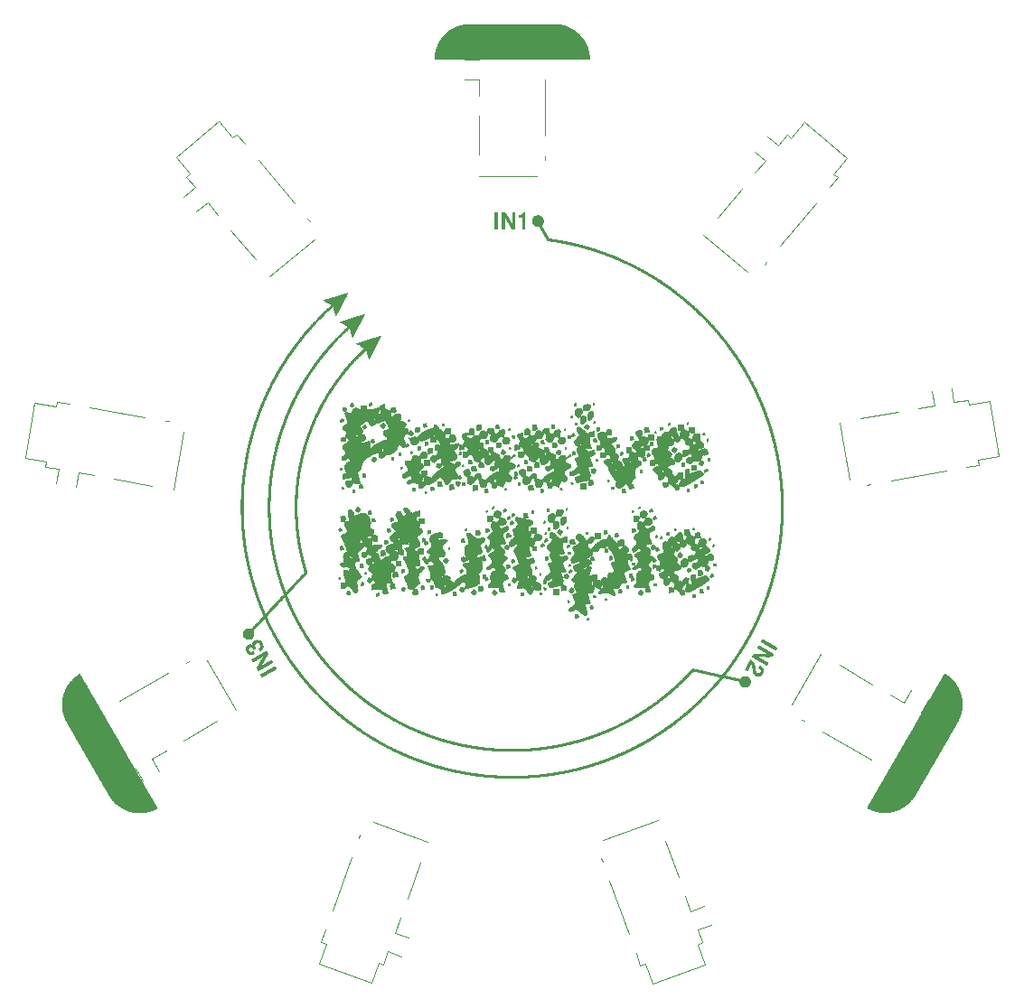
<source format=gbr>
%TF.GenerationSoftware,KiCad,Pcbnew,(5.1.9)-1*%
%TF.CreationDate,2022-02-26T00:47:13+09:00*%
%TF.ProjectId,passivemlt,70617373-6976-4656-9d6c-742e6b696361,rev?*%
%TF.SameCoordinates,Original*%
%TF.FileFunction,Legend,Top*%
%TF.FilePolarity,Positive*%
%FSLAX46Y46*%
G04 Gerber Fmt 4.6, Leading zero omitted, Abs format (unit mm)*
G04 Created by KiCad (PCBNEW (5.1.9)-1) date 2022-02-26 00:47:13*
%MOMM*%
%LPD*%
G01*
G04 APERTURE LIST*
%ADD10C,0.010000*%
%ADD11C,0.120000*%
G04 APERTURE END LIST*
D10*
%TO.C,G\u002A\u002A\u002A*%
G36*
X103742902Y-109985346D02*
G01*
X103744563Y-109994636D01*
X103752501Y-110012034D01*
X103772346Y-110045864D01*
X103789552Y-110072985D01*
X103814546Y-110112357D01*
X103831137Y-110140465D01*
X103835045Y-110148806D01*
X103843140Y-110165397D01*
X103863273Y-110200433D01*
X103891203Y-110246769D01*
X103922688Y-110297261D01*
X103929917Y-110308604D01*
X103949850Y-110342665D01*
X103959138Y-110361104D01*
X103973133Y-110387218D01*
X103996567Y-110426546D01*
X104007790Y-110444507D01*
X104029928Y-110482162D01*
X104042395Y-110508820D01*
X104043502Y-110515083D01*
X104051241Y-110531709D01*
X104062992Y-110543477D01*
X104081793Y-110565424D01*
X104085254Y-110575561D01*
X104092756Y-110595767D01*
X104111618Y-110630458D01*
X104120961Y-110645734D01*
X104142339Y-110682149D01*
X104154175Y-110707318D01*
X104155081Y-110712079D01*
X104162901Y-110729517D01*
X104178949Y-110749990D01*
X104199889Y-110777393D01*
X104207690Y-110793283D01*
X104217326Y-110814249D01*
X104237962Y-110849952D01*
X104249968Y-110869104D01*
X104273103Y-110906249D01*
X104287612Y-110931760D01*
X104289970Y-110937343D01*
X104298065Y-110953934D01*
X104318199Y-110988970D01*
X104346128Y-111035306D01*
X104377613Y-111085798D01*
X104384843Y-111097141D01*
X104404776Y-111131203D01*
X104414063Y-111149641D01*
X104428062Y-111175751D01*
X104451509Y-111215073D01*
X104462747Y-111233044D01*
X104485635Y-111270250D01*
X104499967Y-111295762D01*
X104502269Y-111301283D01*
X104510369Y-111317350D01*
X104529937Y-111349993D01*
X104544474Y-111373012D01*
X104568269Y-111412577D01*
X104583150Y-111442164D01*
X104585672Y-111450767D01*
X104596066Y-111470742D01*
X104608784Y-111483557D01*
X104624236Y-111502524D01*
X104623915Y-111510721D01*
X104626183Y-111526614D01*
X104637633Y-111542679D01*
X104656905Y-111568971D01*
X104662615Y-111581821D01*
X104672251Y-111602786D01*
X104692888Y-111638489D01*
X104704893Y-111657641D01*
X104728028Y-111694786D01*
X104742537Y-111720297D01*
X104744896Y-111725880D01*
X104752991Y-111742472D01*
X104773124Y-111777508D01*
X104801054Y-111823844D01*
X104832538Y-111874336D01*
X104839768Y-111885679D01*
X104859701Y-111919740D01*
X104868989Y-111938179D01*
X104882987Y-111964288D01*
X104906434Y-112003610D01*
X104917672Y-112021582D01*
X104940561Y-112058787D01*
X104954892Y-112084299D01*
X104957194Y-112089821D01*
X104965295Y-112105887D01*
X104984863Y-112138530D01*
X104999399Y-112161549D01*
X105023194Y-112201115D01*
X105038075Y-112230701D01*
X105040597Y-112239304D01*
X105050981Y-112259361D01*
X105063176Y-112271652D01*
X105078647Y-112292254D01*
X105078507Y-112302119D01*
X105082402Y-112320000D01*
X105093839Y-112332586D01*
X105112817Y-112354596D01*
X105116418Y-112364934D01*
X105124036Y-112384655D01*
X105143458Y-112419811D01*
X105157616Y-112442689D01*
X105181460Y-112480913D01*
X105196828Y-112507645D01*
X105199821Y-112514418D01*
X105207916Y-112531009D01*
X105228050Y-112566045D01*
X105255979Y-112612381D01*
X105287464Y-112662873D01*
X105294694Y-112674216D01*
X105314626Y-112708277D01*
X105323914Y-112726716D01*
X105337913Y-112752826D01*
X105361359Y-112792147D01*
X105372598Y-112810119D01*
X105395486Y-112847325D01*
X105409817Y-112872837D01*
X105412119Y-112878358D01*
X105420224Y-112894503D01*
X105439656Y-112926892D01*
X105452121Y-112946597D01*
X105474768Y-112984186D01*
X105488005Y-113010774D01*
X105489528Y-113017034D01*
X105497464Y-113034184D01*
X105516828Y-113058736D01*
X105534498Y-113081365D01*
X105536240Y-113090656D01*
X105537640Y-113101732D01*
X105552513Y-113129493D01*
X105560427Y-113142000D01*
X105588780Y-113186710D01*
X105616869Y-113233331D01*
X105639866Y-113273585D01*
X105652948Y-113299195D01*
X105654254Y-113302955D01*
X105662592Y-113319476D01*
X105682652Y-113354106D01*
X105709946Y-113399323D01*
X105739982Y-113447606D01*
X105749619Y-113462753D01*
X105769552Y-113496815D01*
X105778839Y-113515253D01*
X105792838Y-113541363D01*
X105816285Y-113580685D01*
X105827523Y-113598656D01*
X105850411Y-113635862D01*
X105864743Y-113661374D01*
X105867045Y-113666895D01*
X105875149Y-113683041D01*
X105894581Y-113715429D01*
X105907047Y-113735134D01*
X105930869Y-113774171D01*
X105946476Y-113803466D01*
X105949325Y-113810955D01*
X105961281Y-113833105D01*
X105978066Y-113854248D01*
X105996912Y-113879166D01*
X106001934Y-113892159D01*
X106008374Y-113909835D01*
X106026455Y-113942839D01*
X106036054Y-113958504D01*
X106057857Y-113995646D01*
X106070492Y-114022212D01*
X106071761Y-114027501D01*
X106081285Y-114047798D01*
X106090716Y-114058889D01*
X106107358Y-114080578D01*
X106110175Y-114088459D01*
X106118398Y-114107715D01*
X106140326Y-114146997D01*
X106172912Y-114201048D01*
X106204544Y-114251291D01*
X106224477Y-114285352D01*
X106233765Y-114303791D01*
X106247763Y-114329900D01*
X106271210Y-114369222D01*
X106282448Y-114387194D01*
X106305337Y-114424399D01*
X106319668Y-114449911D01*
X106321970Y-114455432D01*
X106330067Y-114471414D01*
X106349780Y-114504322D01*
X106366759Y-114531253D01*
X106390939Y-114570644D01*
X106406169Y-114598753D01*
X106409037Y-114607074D01*
X106416852Y-114622733D01*
X106432991Y-114642786D01*
X106449881Y-114664576D01*
X106452073Y-114673114D01*
X106455699Y-114685859D01*
X106471947Y-114716052D01*
X106486193Y-114739459D01*
X106509604Y-114778850D01*
X106524228Y-114807888D01*
X106526687Y-114816039D01*
X106536210Y-114836335D01*
X106545642Y-114847426D01*
X106562283Y-114869115D01*
X106565101Y-114876997D01*
X106573684Y-114897096D01*
X106597587Y-114939523D01*
X106635181Y-115001457D01*
X106659214Y-115039828D01*
X106678109Y-115071862D01*
X106702494Y-115115770D01*
X106710265Y-115130238D01*
X106735564Y-115173991D01*
X106759684Y-115209789D01*
X106765848Y-115217432D01*
X106780053Y-115237618D01*
X106779136Y-115243970D01*
X106781742Y-115255108D01*
X106798513Y-115284135D01*
X106822388Y-115319791D01*
X106848632Y-115359227D01*
X106864060Y-115386646D01*
X106865640Y-115395612D01*
X106866406Y-115404860D01*
X106879614Y-115422149D01*
X106897703Y-115445572D01*
X106902127Y-115456268D01*
X106908708Y-115472985D01*
X106927970Y-115508655D01*
X106956184Y-115556725D01*
X106989618Y-115610643D01*
X106993082Y-115616067D01*
X107013014Y-115650128D01*
X107022302Y-115668567D01*
X107036301Y-115694676D01*
X107059747Y-115733998D01*
X107070986Y-115751970D01*
X107093874Y-115789176D01*
X107108205Y-115814688D01*
X107110507Y-115820209D01*
X107118546Y-115836402D01*
X107137802Y-115868882D01*
X107150029Y-115888447D01*
X107175353Y-115929704D01*
X107194296Y-115963001D01*
X107198713Y-115971850D01*
X107215169Y-116003169D01*
X107227933Y-116024351D01*
X107263996Y-116082526D01*
X107291365Y-116130323D01*
X107306905Y-116162078D01*
X107309230Y-116171184D01*
X107317051Y-116188621D01*
X107333099Y-116209094D01*
X107351916Y-116233139D01*
X107357052Y-116244806D01*
X107363634Y-116261523D01*
X107382896Y-116297192D01*
X107411109Y-116345262D01*
X107444544Y-116399180D01*
X107448007Y-116404604D01*
X107467940Y-116438665D01*
X107477227Y-116457104D01*
X107491226Y-116483214D01*
X107514673Y-116522535D01*
X107525911Y-116540507D01*
X107548799Y-116577713D01*
X107563131Y-116603225D01*
X107565433Y-116608746D01*
X107573528Y-116625337D01*
X107593661Y-116660373D01*
X107621591Y-116706709D01*
X107653076Y-116757201D01*
X107660305Y-116768544D01*
X107680238Y-116802606D01*
X107689526Y-116821044D01*
X107703831Y-116848150D01*
X107726568Y-116886874D01*
X107732719Y-116896865D01*
X107754354Y-116933879D01*
X107767624Y-116960796D01*
X107769027Y-116965104D01*
X107780983Y-116987254D01*
X107797767Y-117008398D01*
X107816614Y-117033316D01*
X107821636Y-117046308D01*
X107828352Y-117065397D01*
X107848825Y-117104009D01*
X107879918Y-117156479D01*
X107902932Y-117193141D01*
X107922865Y-117227203D01*
X107932153Y-117245641D01*
X107946151Y-117271751D01*
X107969598Y-117311073D01*
X107980836Y-117329044D01*
X108003725Y-117366250D01*
X108018056Y-117391762D01*
X108020358Y-117397283D01*
X108028454Y-117413875D01*
X108048587Y-117448911D01*
X108076517Y-117495247D01*
X108108001Y-117545739D01*
X108115231Y-117557082D01*
X108135164Y-117591143D01*
X108144451Y-117609582D01*
X108158757Y-117636687D01*
X108181494Y-117675411D01*
X108187644Y-117685403D01*
X108209279Y-117722417D01*
X108222549Y-117749333D01*
X108223952Y-117753641D01*
X108236100Y-117776735D01*
X108247821Y-117791552D01*
X108264055Y-117813459D01*
X108266903Y-117821880D01*
X108273484Y-117838597D01*
X108292746Y-117874267D01*
X108320960Y-117922337D01*
X108354394Y-117976255D01*
X108357858Y-117981679D01*
X108377790Y-118015740D01*
X108387078Y-118034179D01*
X108401077Y-118060288D01*
X108424523Y-118099610D01*
X108435762Y-118117582D01*
X108458650Y-118154787D01*
X108472981Y-118180299D01*
X108475284Y-118185821D01*
X108483379Y-118202412D01*
X108503512Y-118237448D01*
X108531442Y-118283784D01*
X108562926Y-118334276D01*
X108570156Y-118345619D01*
X108590089Y-118379680D01*
X108599377Y-118398119D01*
X108613682Y-118425224D01*
X108636419Y-118463949D01*
X108642570Y-118473940D01*
X108664205Y-118510954D01*
X108677475Y-118537871D01*
X108678878Y-118542179D01*
X108691026Y-118565272D01*
X108702746Y-118580089D01*
X108718981Y-118601997D01*
X108721829Y-118610418D01*
X108728410Y-118627135D01*
X108747672Y-118662804D01*
X108775885Y-118710874D01*
X108809320Y-118764792D01*
X108812783Y-118770216D01*
X108832716Y-118804277D01*
X108842004Y-118822716D01*
X108856002Y-118848826D01*
X108879449Y-118888147D01*
X108890687Y-118906119D01*
X108913575Y-118943325D01*
X108927907Y-118968837D01*
X108930209Y-118974358D01*
X108938304Y-118990949D01*
X108958438Y-119025985D01*
X108986367Y-119072321D01*
X109017852Y-119122813D01*
X109025082Y-119134156D01*
X109045014Y-119168218D01*
X109054302Y-119186656D01*
X109068607Y-119213762D01*
X109091344Y-119252486D01*
X109097495Y-119262477D01*
X109117807Y-119297852D01*
X109128437Y-119321759D01*
X109128931Y-119325333D01*
X109136752Y-119342771D01*
X109152800Y-119363243D01*
X109171617Y-119387288D01*
X109176754Y-119398955D01*
X109183335Y-119415672D01*
X109202597Y-119451342D01*
X109230810Y-119499412D01*
X109264245Y-119553329D01*
X109267708Y-119558753D01*
X109287641Y-119592815D01*
X109296929Y-119611253D01*
X109310928Y-119637362D01*
X109334376Y-119676683D01*
X109345617Y-119694656D01*
X109375416Y-119742904D01*
X109402807Y-119789336D01*
X109409265Y-119800806D01*
X109434685Y-119845494D01*
X109463424Y-119894270D01*
X109466500Y-119899373D01*
X109489674Y-119939003D01*
X109506689Y-119970401D01*
X109509001Y-119975194D01*
X109523456Y-120002307D01*
X109546278Y-120041042D01*
X109552421Y-120051015D01*
X109572732Y-120086389D01*
X109583363Y-120110296D01*
X109583857Y-120113870D01*
X109591792Y-120131020D01*
X109611156Y-120155572D01*
X109628649Y-120178184D01*
X109630002Y-120187492D01*
X109632608Y-120198630D01*
X109649379Y-120227657D01*
X109673254Y-120263313D01*
X109699498Y-120302749D01*
X109714926Y-120330169D01*
X109716505Y-120339134D01*
X109717094Y-120348492D01*
X109729793Y-120365671D01*
X109751486Y-120395635D01*
X109777415Y-120438348D01*
X109785377Y-120452865D01*
X109809713Y-120497393D01*
X109831348Y-120534987D01*
X109836427Y-120543276D01*
X109880403Y-120614110D01*
X109911524Y-120666883D01*
X109928159Y-120698774D01*
X109930541Y-120706107D01*
X109940439Y-120724748D01*
X109950000Y-120735677D01*
X109966425Y-120758349D01*
X109968955Y-120767065D01*
X109976459Y-120786141D01*
X109995588Y-120820931D01*
X110009449Y-120843644D01*
X110032441Y-120881887D01*
X110046383Y-120908620D01*
X110048440Y-120915373D01*
X110056046Y-120931357D01*
X110067522Y-120945701D01*
X110086277Y-120971690D01*
X110091391Y-120983612D01*
X110101027Y-121004577D01*
X110121664Y-121040280D01*
X110133670Y-121059432D01*
X110156804Y-121096577D01*
X110171313Y-121122088D01*
X110173672Y-121127671D01*
X110181767Y-121144263D01*
X110201900Y-121179299D01*
X110229830Y-121225635D01*
X110261314Y-121276127D01*
X110268544Y-121287470D01*
X110288477Y-121321531D01*
X110297765Y-121339970D01*
X110311760Y-121366084D01*
X110335194Y-121405412D01*
X110346417Y-121423373D01*
X110368555Y-121461028D01*
X110381022Y-121487686D01*
X110382129Y-121493948D01*
X110389867Y-121510574D01*
X110401619Y-121522342D01*
X110420420Y-121544290D01*
X110423881Y-121554426D01*
X110431383Y-121574632D01*
X110450245Y-121609324D01*
X110459588Y-121624599D01*
X110482217Y-121662560D01*
X110496561Y-121690593D01*
X110498579Y-121696328D01*
X110510727Y-121719421D01*
X110522448Y-121734238D01*
X110541202Y-121760227D01*
X110546316Y-121772149D01*
X110555953Y-121793115D01*
X110576589Y-121828817D01*
X110588595Y-121847970D01*
X110611729Y-121885114D01*
X110626239Y-121910625D01*
X110628597Y-121916209D01*
X110636692Y-121932800D01*
X110656826Y-121967836D01*
X110684755Y-122014172D01*
X110716240Y-122064664D01*
X110723470Y-122076007D01*
X110743402Y-122110068D01*
X110752690Y-122128507D01*
X110766689Y-122154617D01*
X110790135Y-122193938D01*
X110801374Y-122211910D01*
X110824262Y-122249116D01*
X110838593Y-122274628D01*
X110840896Y-122280149D01*
X110848996Y-122296216D01*
X110868564Y-122328859D01*
X110883101Y-122351877D01*
X110906895Y-122391443D01*
X110921777Y-122421029D01*
X110924299Y-122429633D01*
X110934657Y-122449891D01*
X110945606Y-122460925D01*
X110962953Y-122483330D01*
X110959532Y-122507131D01*
X110933311Y-122534571D01*
X110882258Y-122567890D01*
X110816800Y-122603029D01*
X110755465Y-122633566D01*
X110702644Y-122658585D01*
X110665099Y-122674955D01*
X110651343Y-122679626D01*
X110623596Y-122688495D01*
X110583312Y-122705566D01*
X110572909Y-122710482D01*
X110532559Y-122728434D01*
X110501851Y-122739411D01*
X110497088Y-122740461D01*
X110467027Y-122749750D01*
X110461791Y-122752465D01*
X110438126Y-122762592D01*
X110397895Y-122776935D01*
X110353659Y-122791270D01*
X110317984Y-122801369D01*
X110313036Y-122802497D01*
X110282680Y-122811085D01*
X110272239Y-122814705D01*
X110237914Y-122825161D01*
X110186579Y-122838527D01*
X110130948Y-122851687D01*
X110083734Y-122861524D01*
X110075104Y-122863038D01*
X110046684Y-122868509D01*
X110037194Y-122871585D01*
X110022169Y-122876528D01*
X109977277Y-122884772D01*
X109928157Y-122892490D01*
X109878870Y-122900289D01*
X109835817Y-122907662D01*
X109832478Y-122908277D01*
X109787399Y-122914565D01*
X109723122Y-122920719D01*
X109645013Y-122926512D01*
X109558434Y-122931716D01*
X109468751Y-122936102D01*
X109381326Y-122939444D01*
X109301525Y-122941513D01*
X109234711Y-122942081D01*
X109186247Y-122940921D01*
X109161499Y-122937805D01*
X109159782Y-122936846D01*
X109143981Y-122933964D01*
X109105672Y-122929796D01*
X109052601Y-122925166D01*
X109043113Y-122924427D01*
X108966264Y-122918109D01*
X108905906Y-122911656D01*
X108849711Y-122903310D01*
X108785352Y-122891312D01*
X108725493Y-122879103D01*
X108681210Y-122870130D01*
X108642090Y-122862420D01*
X108587619Y-122851495D01*
X108558748Y-122844691D01*
X108551104Y-122841257D01*
X108537339Y-122836807D01*
X108500749Y-122828769D01*
X108456767Y-122820252D01*
X108431183Y-122809213D01*
X108427703Y-122806279D01*
X108405417Y-122797717D01*
X108384299Y-122795731D01*
X108353247Y-122791346D01*
X108340943Y-122785231D01*
X108318687Y-122774589D01*
X108297904Y-122769765D01*
X108263154Y-122759200D01*
X108247821Y-122750238D01*
X108218232Y-122735261D01*
X108201138Y-122730809D01*
X108168798Y-122721158D01*
X108125788Y-122703469D01*
X108116312Y-122699010D01*
X108075942Y-122680907D01*
X108045231Y-122669581D01*
X108040491Y-122668424D01*
X108012763Y-122658754D01*
X107965973Y-122637939D01*
X107907495Y-122609693D01*
X107844705Y-122577732D01*
X107784977Y-122545773D01*
X107735687Y-122517529D01*
X107714875Y-122504375D01*
X107677126Y-122480037D01*
X107650464Y-122464764D01*
X107643606Y-122462119D01*
X107624446Y-122453475D01*
X107586691Y-122430123D01*
X107535720Y-122395933D01*
X107476911Y-122354776D01*
X107415641Y-122310520D01*
X107357289Y-122267036D01*
X107307232Y-122228194D01*
X107270848Y-122197864D01*
X107255776Y-122183038D01*
X107229431Y-122162949D01*
X107213905Y-122158835D01*
X107199691Y-122150984D01*
X107201493Y-122143671D01*
X107198825Y-122130061D01*
X107191014Y-122128468D01*
X107174107Y-122118149D01*
X107140182Y-122089656D01*
X107093275Y-122046647D01*
X107037421Y-121992780D01*
X106998629Y-121954080D01*
X106941415Y-121895685D01*
X106893443Y-121845605D01*
X106858028Y-121807393D01*
X106838485Y-121784604D01*
X106835982Y-121779731D01*
X106832198Y-121769707D01*
X106811927Y-121743256D01*
X106779707Y-121705809D01*
X106740073Y-121662797D01*
X106726529Y-121648707D01*
X106714985Y-121631963D01*
X106717799Y-121628089D01*
X106716819Y-121618745D01*
X106699128Y-121596043D01*
X106697211Y-121593970D01*
X106674301Y-121566097D01*
X106643260Y-121524058D01*
X106608711Y-121474692D01*
X106575274Y-121424836D01*
X106547570Y-121381329D01*
X106530222Y-121351009D01*
X106526687Y-121341642D01*
X106517345Y-121323671D01*
X106495767Y-121297337D01*
X106477271Y-121274300D01*
X106475010Y-121264171D01*
X106475371Y-121264149D01*
X106474287Y-121254718D01*
X106457007Y-121232228D01*
X106438302Y-121208772D01*
X106434494Y-121198109D01*
X106430869Y-121185364D01*
X106414620Y-121155171D01*
X106400374Y-121131764D01*
X106376933Y-121092102D01*
X106362314Y-121062498D01*
X106359881Y-121054008D01*
X106349502Y-121033902D01*
X106337619Y-121021924D01*
X106320280Y-121002017D01*
X106318129Y-120993530D01*
X106311710Y-120974124D01*
X106289246Y-120932445D01*
X106252154Y-120871019D01*
X106227098Y-120831395D01*
X106207165Y-120797334D01*
X106197877Y-120778895D01*
X106183878Y-120752786D01*
X106160432Y-120713464D01*
X106149193Y-120695492D01*
X106126259Y-120658280D01*
X106111822Y-120632768D01*
X106109454Y-120627253D01*
X106100713Y-120608830D01*
X106081239Y-120575691D01*
X106057462Y-120538125D01*
X106035808Y-120506424D01*
X106026570Y-120494567D01*
X106017408Y-120478510D01*
X106020439Y-120475612D01*
X106019549Y-120466235D01*
X106003522Y-120445283D01*
X105986820Y-120423391D01*
X105986117Y-120414955D01*
X105983512Y-120403817D01*
X105966740Y-120374790D01*
X105942866Y-120339134D01*
X105916622Y-120299698D01*
X105901193Y-120272278D01*
X105899614Y-120263313D01*
X105898180Y-120253868D01*
X105880768Y-120231393D01*
X105860280Y-120205124D01*
X105853469Y-120189691D01*
X105846596Y-120170171D01*
X105825059Y-120129842D01*
X105791225Y-120072990D01*
X105772427Y-120042858D01*
X105753533Y-120010824D01*
X105729147Y-119966915D01*
X105721377Y-119952447D01*
X105696078Y-119908694D01*
X105671958Y-119872897D01*
X105665793Y-119865253D01*
X105651381Y-119845050D01*
X105651939Y-119838716D01*
X105649754Y-119827708D01*
X105635068Y-119800166D01*
X105612897Y-119764312D01*
X105588261Y-119728368D01*
X105570959Y-119706029D01*
X105562382Y-119689881D01*
X105565514Y-119687074D01*
X105564624Y-119677697D01*
X105548597Y-119656746D01*
X105531894Y-119634853D01*
X105531192Y-119626418D01*
X105528586Y-119615280D01*
X105511815Y-119586253D01*
X105487940Y-119550597D01*
X105461696Y-119511160D01*
X105446268Y-119483741D01*
X105444689Y-119474776D01*
X105443922Y-119465528D01*
X105430714Y-119448238D01*
X105410401Y-119421274D01*
X105403415Y-119406537D01*
X105393779Y-119385571D01*
X105373142Y-119349868D01*
X105361136Y-119330716D01*
X105337899Y-119293558D01*
X105323149Y-119268046D01*
X105320642Y-119262477D01*
X105311770Y-119243329D01*
X105291432Y-119206877D01*
X105264453Y-119161399D01*
X105235659Y-119115173D01*
X105226815Y-119101523D01*
X105207388Y-119069686D01*
X105199207Y-119051682D01*
X105199821Y-119050179D01*
X105196256Y-119039171D01*
X105180612Y-119011777D01*
X105158221Y-118976444D01*
X105134419Y-118941617D01*
X105116034Y-118917492D01*
X105107457Y-118901344D01*
X105110588Y-118898537D01*
X105109698Y-118889160D01*
X105093672Y-118868209D01*
X105076969Y-118846316D01*
X105076267Y-118837880D01*
X105073661Y-118826742D01*
X105056890Y-118797715D01*
X105033015Y-118762059D01*
X105006771Y-118722623D01*
X104991343Y-118695204D01*
X104989763Y-118686238D01*
X104988512Y-118676846D01*
X104972358Y-118655910D01*
X104955815Y-118634032D01*
X104955442Y-118625582D01*
X104956777Y-118616522D01*
X104949996Y-118606626D01*
X104926845Y-118576120D01*
X104902341Y-118539449D01*
X104881505Y-118504835D01*
X104869352Y-118480501D01*
X104869016Y-118473940D01*
X104867985Y-118464561D01*
X104855162Y-118447403D01*
X104833469Y-118417439D01*
X104807540Y-118374726D01*
X104799578Y-118360209D01*
X104775242Y-118315681D01*
X104753607Y-118278087D01*
X104748528Y-118269798D01*
X104712149Y-118210612D01*
X104683450Y-118160834D01*
X104666014Y-118126811D01*
X104662615Y-118117582D01*
X104650607Y-118095174D01*
X104635315Y-118075880D01*
X104620632Y-118055789D01*
X104621341Y-118049343D01*
X104618735Y-118038205D01*
X104601964Y-118009178D01*
X104578090Y-117973522D01*
X104551845Y-117934086D01*
X104536417Y-117906666D01*
X104534838Y-117897701D01*
X104533586Y-117888309D01*
X104517433Y-117867373D01*
X104500890Y-117845495D01*
X104500516Y-117837044D01*
X104501852Y-117827985D01*
X104495071Y-117818089D01*
X104471919Y-117787583D01*
X104447416Y-117750912D01*
X104426579Y-117716298D01*
X104414427Y-117691963D01*
X104414091Y-117685403D01*
X104413060Y-117676024D01*
X104400236Y-117658865D01*
X104378544Y-117628901D01*
X104352615Y-117586188D01*
X104344653Y-117571671D01*
X104320317Y-117527143D01*
X104298682Y-117489550D01*
X104293602Y-117481261D01*
X104246764Y-117405626D01*
X104216922Y-117353841D01*
X104203564Y-117324992D01*
X104202826Y-117319126D01*
X104195088Y-117302500D01*
X104183336Y-117290732D01*
X104164535Y-117268784D01*
X104161075Y-117258647D01*
X104153549Y-117238849D01*
X104134373Y-117203559D01*
X104120581Y-117180892D01*
X104098665Y-117143972D01*
X104086920Y-117119732D01*
X104086461Y-117114547D01*
X104082509Y-117103372D01*
X104066265Y-117082988D01*
X104049926Y-117057881D01*
X104049838Y-117043485D01*
X104048855Y-117033955D01*
X104044016Y-117033343D01*
X104027261Y-117021102D01*
X104006552Y-116990959D01*
X104002870Y-116984059D01*
X103980392Y-116942345D01*
X103950506Y-116889672D01*
X103932474Y-116858955D01*
X103904876Y-116811711D01*
X103882051Y-116770959D01*
X103872562Y-116752806D01*
X103851628Y-116713897D01*
X103838872Y-116692723D01*
X103793583Y-116620047D01*
X103763219Y-116567464D01*
X103748836Y-116536856D01*
X103747901Y-116530588D01*
X103740162Y-116513962D01*
X103728411Y-116502194D01*
X103709610Y-116480246D01*
X103706149Y-116470110D01*
X103698647Y-116449904D01*
X103679785Y-116415213D01*
X103670442Y-116399937D01*
X103647813Y-116361976D01*
X103633469Y-116333943D01*
X103631451Y-116328209D01*
X103619351Y-116305349D01*
X103606468Y-116289068D01*
X103593212Y-116265938D01*
X103594912Y-116254948D01*
X103593929Y-116245418D01*
X103589091Y-116244806D01*
X103572335Y-116232565D01*
X103551627Y-116202421D01*
X103547944Y-116195522D01*
X103525467Y-116153808D01*
X103495580Y-116101135D01*
X103477548Y-116070418D01*
X103449950Y-116023173D01*
X103427126Y-115982421D01*
X103417637Y-115964268D01*
X103396702Y-115925360D01*
X103383947Y-115904186D01*
X103350478Y-115850809D01*
X103320953Y-115802054D01*
X103299336Y-115764620D01*
X103289591Y-115745209D01*
X103289406Y-115744388D01*
X103281481Y-115726767D01*
X103273742Y-115714059D01*
X103222994Y-115629578D01*
X103207318Y-115598010D01*
X103188994Y-115568020D01*
X103176091Y-115555261D01*
X103165733Y-115538151D01*
X103167407Y-115532760D01*
X103163876Y-115514304D01*
X103152657Y-115501761D01*
X103137767Y-115480440D01*
X103138554Y-115469714D01*
X103136679Y-115456978D01*
X103132533Y-115456268D01*
X103116878Y-115444059D01*
X103096739Y-115413981D01*
X103093019Y-115406985D01*
X103070541Y-115365270D01*
X103040655Y-115312598D01*
X103022623Y-115281880D01*
X102995025Y-115234636D01*
X102972200Y-115193884D01*
X102962711Y-115175731D01*
X102941777Y-115136823D01*
X102929021Y-115115649D01*
X102895553Y-115062272D01*
X102866028Y-115013516D01*
X102844411Y-114976082D01*
X102834666Y-114956672D01*
X102834480Y-114955850D01*
X102826556Y-114938229D01*
X102818817Y-114925522D01*
X102784150Y-114869986D01*
X102759263Y-114824800D01*
X102756678Y-114819373D01*
X102737695Y-114787991D01*
X102726835Y-114773880D01*
X102708901Y-114747500D01*
X102704191Y-114735970D01*
X102694619Y-114714332D01*
X102674813Y-114679084D01*
X102667883Y-114667731D01*
X102644211Y-114628264D01*
X102626888Y-114596899D01*
X102624463Y-114591910D01*
X102610141Y-114564642D01*
X102587742Y-114525711D01*
X102581976Y-114516089D01*
X102550301Y-114460821D01*
X102512592Y-114390607D01*
X102472189Y-114312183D01*
X102432433Y-114232283D01*
X102396665Y-114157641D01*
X102368227Y-114094994D01*
X102350460Y-114051074D01*
X102348755Y-114046000D01*
X102341245Y-114027232D01*
X102335104Y-114013064D01*
X102322974Y-113979899D01*
X102319749Y-113967572D01*
X102310082Y-113935382D01*
X102305866Y-113924686D01*
X102292842Y-113891068D01*
X102276452Y-113844391D01*
X102259211Y-113792476D01*
X102243634Y-113743149D01*
X102232237Y-113704233D01*
X102227533Y-113683550D01*
X102227873Y-113682059D01*
X102227066Y-113669393D01*
X102217949Y-113637525D01*
X102212478Y-113621403D01*
X102200795Y-113584424D01*
X102196646Y-113562942D01*
X102197611Y-113560746D01*
X102197940Y-113548731D01*
X102190702Y-113525388D01*
X102181079Y-113490072D01*
X102171365Y-113438975D01*
X102166851Y-113407866D01*
X102160055Y-113360531D01*
X102153684Y-113326482D01*
X102150515Y-113316057D01*
X102142311Y-113287150D01*
X102135596Y-113232738D01*
X102130368Y-113157610D01*
X102126623Y-113066552D01*
X102124359Y-112964352D01*
X102123573Y-112855797D01*
X102124260Y-112745674D01*
X102126419Y-112638772D01*
X102130047Y-112539876D01*
X102135139Y-112453775D01*
X102141694Y-112385256D01*
X102149708Y-112339107D01*
X102151143Y-112334060D01*
X102157281Y-112304426D01*
X102163642Y-112259180D01*
X102165596Y-112241399D01*
X102173557Y-112188686D01*
X102184902Y-112141514D01*
X102188314Y-112131458D01*
X102197478Y-112102096D01*
X102197335Y-112089821D01*
X102197313Y-112089821D01*
X102196942Y-112077723D01*
X102205046Y-112051514D01*
X102218887Y-112008408D01*
X102225806Y-111979484D01*
X102233438Y-111947072D01*
X102246840Y-111897760D01*
X102259377Y-111854776D01*
X102273970Y-111806173D01*
X102284678Y-111770331D01*
X102288834Y-111756209D01*
X102295849Y-111737166D01*
X102300460Y-111725880D01*
X102319329Y-111678272D01*
X102338352Y-111626095D01*
X102354792Y-111577464D01*
X102365911Y-111540495D01*
X102368971Y-111523304D01*
X102368866Y-111523113D01*
X102374335Y-111508726D01*
X102393007Y-111484845D01*
X102409801Y-111462301D01*
X102409612Y-111452925D01*
X102409209Y-111443603D01*
X102424776Y-111422597D01*
X102440752Y-111400772D01*
X102439940Y-111392268D01*
X102439538Y-111382947D01*
X102455104Y-111361940D01*
X102471080Y-111340116D01*
X102470269Y-111331612D01*
X102469866Y-111322290D01*
X102485433Y-111301283D01*
X102501408Y-111279459D01*
X102500597Y-111270955D01*
X102500194Y-111261633D01*
X102515761Y-111240626D01*
X102531737Y-111218802D01*
X102530925Y-111210298D01*
X102530523Y-111200977D01*
X102546090Y-111179970D01*
X102562635Y-111158092D01*
X102563013Y-111149641D01*
X102564423Y-111140288D01*
X102582294Y-111117658D01*
X102583409Y-111116454D01*
X102605543Y-111088914D01*
X102614328Y-111070806D01*
X102622720Y-111051769D01*
X102643951Y-111017329D01*
X102672111Y-110975918D01*
X102701284Y-110935967D01*
X102725559Y-110905907D01*
X102738055Y-110894378D01*
X102750097Y-110876947D01*
X102750806Y-110870484D01*
X102761035Y-110848036D01*
X102785938Y-110818690D01*
X102788716Y-110816029D01*
X102814412Y-110788135D01*
X102826494Y-110767626D01*
X102826627Y-110766320D01*
X102835799Y-110750243D01*
X102863835Y-110716407D01*
X102911518Y-110663944D01*
X102979629Y-110591991D01*
X103049379Y-110519786D01*
X103069739Y-110493659D01*
X103073792Y-110476923D01*
X103073389Y-110476444D01*
X103075027Y-110467656D01*
X103078927Y-110467253D01*
X103091489Y-110462276D01*
X103114261Y-110445779D01*
X103149983Y-110415415D01*
X103201395Y-110368839D01*
X103271240Y-110303703D01*
X103284249Y-110291458D01*
X103322863Y-110256911D01*
X103353564Y-110232768D01*
X103368606Y-110224626D01*
X103386631Y-110214572D01*
X103415385Y-110189444D01*
X103425612Y-110179134D01*
X103456893Y-110150572D01*
X103481824Y-110134758D01*
X103486755Y-110133641D01*
X103509233Y-110123343D01*
X103531761Y-110103313D01*
X103558478Y-110080573D01*
X103577254Y-110072985D01*
X103600119Y-110062670D01*
X103622746Y-110042656D01*
X103649654Y-110019902D01*
X103668732Y-110012328D01*
X103693101Y-110001725D01*
X103706453Y-109989215D01*
X103728380Y-109974834D01*
X103742902Y-109985346D01*
G37*
X103742902Y-109985346D02*
X103744563Y-109994636D01*
X103752501Y-110012034D01*
X103772346Y-110045864D01*
X103789552Y-110072985D01*
X103814546Y-110112357D01*
X103831137Y-110140465D01*
X103835045Y-110148806D01*
X103843140Y-110165397D01*
X103863273Y-110200433D01*
X103891203Y-110246769D01*
X103922688Y-110297261D01*
X103929917Y-110308604D01*
X103949850Y-110342665D01*
X103959138Y-110361104D01*
X103973133Y-110387218D01*
X103996567Y-110426546D01*
X104007790Y-110444507D01*
X104029928Y-110482162D01*
X104042395Y-110508820D01*
X104043502Y-110515083D01*
X104051241Y-110531709D01*
X104062992Y-110543477D01*
X104081793Y-110565424D01*
X104085254Y-110575561D01*
X104092756Y-110595767D01*
X104111618Y-110630458D01*
X104120961Y-110645734D01*
X104142339Y-110682149D01*
X104154175Y-110707318D01*
X104155081Y-110712079D01*
X104162901Y-110729517D01*
X104178949Y-110749990D01*
X104199889Y-110777393D01*
X104207690Y-110793283D01*
X104217326Y-110814249D01*
X104237962Y-110849952D01*
X104249968Y-110869104D01*
X104273103Y-110906249D01*
X104287612Y-110931760D01*
X104289970Y-110937343D01*
X104298065Y-110953934D01*
X104318199Y-110988970D01*
X104346128Y-111035306D01*
X104377613Y-111085798D01*
X104384843Y-111097141D01*
X104404776Y-111131203D01*
X104414063Y-111149641D01*
X104428062Y-111175751D01*
X104451509Y-111215073D01*
X104462747Y-111233044D01*
X104485635Y-111270250D01*
X104499967Y-111295762D01*
X104502269Y-111301283D01*
X104510369Y-111317350D01*
X104529937Y-111349993D01*
X104544474Y-111373012D01*
X104568269Y-111412577D01*
X104583150Y-111442164D01*
X104585672Y-111450767D01*
X104596066Y-111470742D01*
X104608784Y-111483557D01*
X104624236Y-111502524D01*
X104623915Y-111510721D01*
X104626183Y-111526614D01*
X104637633Y-111542679D01*
X104656905Y-111568971D01*
X104662615Y-111581821D01*
X104672251Y-111602786D01*
X104692888Y-111638489D01*
X104704893Y-111657641D01*
X104728028Y-111694786D01*
X104742537Y-111720297D01*
X104744896Y-111725880D01*
X104752991Y-111742472D01*
X104773124Y-111777508D01*
X104801054Y-111823844D01*
X104832538Y-111874336D01*
X104839768Y-111885679D01*
X104859701Y-111919740D01*
X104868989Y-111938179D01*
X104882987Y-111964288D01*
X104906434Y-112003610D01*
X104917672Y-112021582D01*
X104940561Y-112058787D01*
X104954892Y-112084299D01*
X104957194Y-112089821D01*
X104965295Y-112105887D01*
X104984863Y-112138530D01*
X104999399Y-112161549D01*
X105023194Y-112201115D01*
X105038075Y-112230701D01*
X105040597Y-112239304D01*
X105050981Y-112259361D01*
X105063176Y-112271652D01*
X105078647Y-112292254D01*
X105078507Y-112302119D01*
X105082402Y-112320000D01*
X105093839Y-112332586D01*
X105112817Y-112354596D01*
X105116418Y-112364934D01*
X105124036Y-112384655D01*
X105143458Y-112419811D01*
X105157616Y-112442689D01*
X105181460Y-112480913D01*
X105196828Y-112507645D01*
X105199821Y-112514418D01*
X105207916Y-112531009D01*
X105228050Y-112566045D01*
X105255979Y-112612381D01*
X105287464Y-112662873D01*
X105294694Y-112674216D01*
X105314626Y-112708277D01*
X105323914Y-112726716D01*
X105337913Y-112752826D01*
X105361359Y-112792147D01*
X105372598Y-112810119D01*
X105395486Y-112847325D01*
X105409817Y-112872837D01*
X105412119Y-112878358D01*
X105420224Y-112894503D01*
X105439656Y-112926892D01*
X105452121Y-112946597D01*
X105474768Y-112984186D01*
X105488005Y-113010774D01*
X105489528Y-113017034D01*
X105497464Y-113034184D01*
X105516828Y-113058736D01*
X105534498Y-113081365D01*
X105536240Y-113090656D01*
X105537640Y-113101732D01*
X105552513Y-113129493D01*
X105560427Y-113142000D01*
X105588780Y-113186710D01*
X105616869Y-113233331D01*
X105639866Y-113273585D01*
X105652948Y-113299195D01*
X105654254Y-113302955D01*
X105662592Y-113319476D01*
X105682652Y-113354106D01*
X105709946Y-113399323D01*
X105739982Y-113447606D01*
X105749619Y-113462753D01*
X105769552Y-113496815D01*
X105778839Y-113515253D01*
X105792838Y-113541363D01*
X105816285Y-113580685D01*
X105827523Y-113598656D01*
X105850411Y-113635862D01*
X105864743Y-113661374D01*
X105867045Y-113666895D01*
X105875149Y-113683041D01*
X105894581Y-113715429D01*
X105907047Y-113735134D01*
X105930869Y-113774171D01*
X105946476Y-113803466D01*
X105949325Y-113810955D01*
X105961281Y-113833105D01*
X105978066Y-113854248D01*
X105996912Y-113879166D01*
X106001934Y-113892159D01*
X106008374Y-113909835D01*
X106026455Y-113942839D01*
X106036054Y-113958504D01*
X106057857Y-113995646D01*
X106070492Y-114022212D01*
X106071761Y-114027501D01*
X106081285Y-114047798D01*
X106090716Y-114058889D01*
X106107358Y-114080578D01*
X106110175Y-114088459D01*
X106118398Y-114107715D01*
X106140326Y-114146997D01*
X106172912Y-114201048D01*
X106204544Y-114251291D01*
X106224477Y-114285352D01*
X106233765Y-114303791D01*
X106247763Y-114329900D01*
X106271210Y-114369222D01*
X106282448Y-114387194D01*
X106305337Y-114424399D01*
X106319668Y-114449911D01*
X106321970Y-114455432D01*
X106330067Y-114471414D01*
X106349780Y-114504322D01*
X106366759Y-114531253D01*
X106390939Y-114570644D01*
X106406169Y-114598753D01*
X106409037Y-114607074D01*
X106416852Y-114622733D01*
X106432991Y-114642786D01*
X106449881Y-114664576D01*
X106452073Y-114673114D01*
X106455699Y-114685859D01*
X106471947Y-114716052D01*
X106486193Y-114739459D01*
X106509604Y-114778850D01*
X106524228Y-114807888D01*
X106526687Y-114816039D01*
X106536210Y-114836335D01*
X106545642Y-114847426D01*
X106562283Y-114869115D01*
X106565101Y-114876997D01*
X106573684Y-114897096D01*
X106597587Y-114939523D01*
X106635181Y-115001457D01*
X106659214Y-115039828D01*
X106678109Y-115071862D01*
X106702494Y-115115770D01*
X106710265Y-115130238D01*
X106735564Y-115173991D01*
X106759684Y-115209789D01*
X106765848Y-115217432D01*
X106780053Y-115237618D01*
X106779136Y-115243970D01*
X106781742Y-115255108D01*
X106798513Y-115284135D01*
X106822388Y-115319791D01*
X106848632Y-115359227D01*
X106864060Y-115386646D01*
X106865640Y-115395612D01*
X106866406Y-115404860D01*
X106879614Y-115422149D01*
X106897703Y-115445572D01*
X106902127Y-115456268D01*
X106908708Y-115472985D01*
X106927970Y-115508655D01*
X106956184Y-115556725D01*
X106989618Y-115610643D01*
X106993082Y-115616067D01*
X107013014Y-115650128D01*
X107022302Y-115668567D01*
X107036301Y-115694676D01*
X107059747Y-115733998D01*
X107070986Y-115751970D01*
X107093874Y-115789176D01*
X107108205Y-115814688D01*
X107110507Y-115820209D01*
X107118546Y-115836402D01*
X107137802Y-115868882D01*
X107150029Y-115888447D01*
X107175353Y-115929704D01*
X107194296Y-115963001D01*
X107198713Y-115971850D01*
X107215169Y-116003169D01*
X107227933Y-116024351D01*
X107263996Y-116082526D01*
X107291365Y-116130323D01*
X107306905Y-116162078D01*
X107309230Y-116171184D01*
X107317051Y-116188621D01*
X107333099Y-116209094D01*
X107351916Y-116233139D01*
X107357052Y-116244806D01*
X107363634Y-116261523D01*
X107382896Y-116297192D01*
X107411109Y-116345262D01*
X107444544Y-116399180D01*
X107448007Y-116404604D01*
X107467940Y-116438665D01*
X107477227Y-116457104D01*
X107491226Y-116483214D01*
X107514673Y-116522535D01*
X107525911Y-116540507D01*
X107548799Y-116577713D01*
X107563131Y-116603225D01*
X107565433Y-116608746D01*
X107573528Y-116625337D01*
X107593661Y-116660373D01*
X107621591Y-116706709D01*
X107653076Y-116757201D01*
X107660305Y-116768544D01*
X107680238Y-116802606D01*
X107689526Y-116821044D01*
X107703831Y-116848150D01*
X107726568Y-116886874D01*
X107732719Y-116896865D01*
X107754354Y-116933879D01*
X107767624Y-116960796D01*
X107769027Y-116965104D01*
X107780983Y-116987254D01*
X107797767Y-117008398D01*
X107816614Y-117033316D01*
X107821636Y-117046308D01*
X107828352Y-117065397D01*
X107848825Y-117104009D01*
X107879918Y-117156479D01*
X107902932Y-117193141D01*
X107922865Y-117227203D01*
X107932153Y-117245641D01*
X107946151Y-117271751D01*
X107969598Y-117311073D01*
X107980836Y-117329044D01*
X108003725Y-117366250D01*
X108018056Y-117391762D01*
X108020358Y-117397283D01*
X108028454Y-117413875D01*
X108048587Y-117448911D01*
X108076517Y-117495247D01*
X108108001Y-117545739D01*
X108115231Y-117557082D01*
X108135164Y-117591143D01*
X108144451Y-117609582D01*
X108158757Y-117636687D01*
X108181494Y-117675411D01*
X108187644Y-117685403D01*
X108209279Y-117722417D01*
X108222549Y-117749333D01*
X108223952Y-117753641D01*
X108236100Y-117776735D01*
X108247821Y-117791552D01*
X108264055Y-117813459D01*
X108266903Y-117821880D01*
X108273484Y-117838597D01*
X108292746Y-117874267D01*
X108320960Y-117922337D01*
X108354394Y-117976255D01*
X108357858Y-117981679D01*
X108377790Y-118015740D01*
X108387078Y-118034179D01*
X108401077Y-118060288D01*
X108424523Y-118099610D01*
X108435762Y-118117582D01*
X108458650Y-118154787D01*
X108472981Y-118180299D01*
X108475284Y-118185821D01*
X108483379Y-118202412D01*
X108503512Y-118237448D01*
X108531442Y-118283784D01*
X108562926Y-118334276D01*
X108570156Y-118345619D01*
X108590089Y-118379680D01*
X108599377Y-118398119D01*
X108613682Y-118425224D01*
X108636419Y-118463949D01*
X108642570Y-118473940D01*
X108664205Y-118510954D01*
X108677475Y-118537871D01*
X108678878Y-118542179D01*
X108691026Y-118565272D01*
X108702746Y-118580089D01*
X108718981Y-118601997D01*
X108721829Y-118610418D01*
X108728410Y-118627135D01*
X108747672Y-118662804D01*
X108775885Y-118710874D01*
X108809320Y-118764792D01*
X108812783Y-118770216D01*
X108832716Y-118804277D01*
X108842004Y-118822716D01*
X108856002Y-118848826D01*
X108879449Y-118888147D01*
X108890687Y-118906119D01*
X108913575Y-118943325D01*
X108927907Y-118968837D01*
X108930209Y-118974358D01*
X108938304Y-118990949D01*
X108958438Y-119025985D01*
X108986367Y-119072321D01*
X109017852Y-119122813D01*
X109025082Y-119134156D01*
X109045014Y-119168218D01*
X109054302Y-119186656D01*
X109068607Y-119213762D01*
X109091344Y-119252486D01*
X109097495Y-119262477D01*
X109117807Y-119297852D01*
X109128437Y-119321759D01*
X109128931Y-119325333D01*
X109136752Y-119342771D01*
X109152800Y-119363243D01*
X109171617Y-119387288D01*
X109176754Y-119398955D01*
X109183335Y-119415672D01*
X109202597Y-119451342D01*
X109230810Y-119499412D01*
X109264245Y-119553329D01*
X109267708Y-119558753D01*
X109287641Y-119592815D01*
X109296929Y-119611253D01*
X109310928Y-119637362D01*
X109334376Y-119676683D01*
X109345617Y-119694656D01*
X109375416Y-119742904D01*
X109402807Y-119789336D01*
X109409265Y-119800806D01*
X109434685Y-119845494D01*
X109463424Y-119894270D01*
X109466500Y-119899373D01*
X109489674Y-119939003D01*
X109506689Y-119970401D01*
X109509001Y-119975194D01*
X109523456Y-120002307D01*
X109546278Y-120041042D01*
X109552421Y-120051015D01*
X109572732Y-120086389D01*
X109583363Y-120110296D01*
X109583857Y-120113870D01*
X109591792Y-120131020D01*
X109611156Y-120155572D01*
X109628649Y-120178184D01*
X109630002Y-120187492D01*
X109632608Y-120198630D01*
X109649379Y-120227657D01*
X109673254Y-120263313D01*
X109699498Y-120302749D01*
X109714926Y-120330169D01*
X109716505Y-120339134D01*
X109717094Y-120348492D01*
X109729793Y-120365671D01*
X109751486Y-120395635D01*
X109777415Y-120438348D01*
X109785377Y-120452865D01*
X109809713Y-120497393D01*
X109831348Y-120534987D01*
X109836427Y-120543276D01*
X109880403Y-120614110D01*
X109911524Y-120666883D01*
X109928159Y-120698774D01*
X109930541Y-120706107D01*
X109940439Y-120724748D01*
X109950000Y-120735677D01*
X109966425Y-120758349D01*
X109968955Y-120767065D01*
X109976459Y-120786141D01*
X109995588Y-120820931D01*
X110009449Y-120843644D01*
X110032441Y-120881887D01*
X110046383Y-120908620D01*
X110048440Y-120915373D01*
X110056046Y-120931357D01*
X110067522Y-120945701D01*
X110086277Y-120971690D01*
X110091391Y-120983612D01*
X110101027Y-121004577D01*
X110121664Y-121040280D01*
X110133670Y-121059432D01*
X110156804Y-121096577D01*
X110171313Y-121122088D01*
X110173672Y-121127671D01*
X110181767Y-121144263D01*
X110201900Y-121179299D01*
X110229830Y-121225635D01*
X110261314Y-121276127D01*
X110268544Y-121287470D01*
X110288477Y-121321531D01*
X110297765Y-121339970D01*
X110311760Y-121366084D01*
X110335194Y-121405412D01*
X110346417Y-121423373D01*
X110368555Y-121461028D01*
X110381022Y-121487686D01*
X110382129Y-121493948D01*
X110389867Y-121510574D01*
X110401619Y-121522342D01*
X110420420Y-121544290D01*
X110423881Y-121554426D01*
X110431383Y-121574632D01*
X110450245Y-121609324D01*
X110459588Y-121624599D01*
X110482217Y-121662560D01*
X110496561Y-121690593D01*
X110498579Y-121696328D01*
X110510727Y-121719421D01*
X110522448Y-121734238D01*
X110541202Y-121760227D01*
X110546316Y-121772149D01*
X110555953Y-121793115D01*
X110576589Y-121828817D01*
X110588595Y-121847970D01*
X110611729Y-121885114D01*
X110626239Y-121910625D01*
X110628597Y-121916209D01*
X110636692Y-121932800D01*
X110656826Y-121967836D01*
X110684755Y-122014172D01*
X110716240Y-122064664D01*
X110723470Y-122076007D01*
X110743402Y-122110068D01*
X110752690Y-122128507D01*
X110766689Y-122154617D01*
X110790135Y-122193938D01*
X110801374Y-122211910D01*
X110824262Y-122249116D01*
X110838593Y-122274628D01*
X110840896Y-122280149D01*
X110848996Y-122296216D01*
X110868564Y-122328859D01*
X110883101Y-122351877D01*
X110906895Y-122391443D01*
X110921777Y-122421029D01*
X110924299Y-122429633D01*
X110934657Y-122449891D01*
X110945606Y-122460925D01*
X110962953Y-122483330D01*
X110959532Y-122507131D01*
X110933311Y-122534571D01*
X110882258Y-122567890D01*
X110816800Y-122603029D01*
X110755465Y-122633566D01*
X110702644Y-122658585D01*
X110665099Y-122674955D01*
X110651343Y-122679626D01*
X110623596Y-122688495D01*
X110583312Y-122705566D01*
X110572909Y-122710482D01*
X110532559Y-122728434D01*
X110501851Y-122739411D01*
X110497088Y-122740461D01*
X110467027Y-122749750D01*
X110461791Y-122752465D01*
X110438126Y-122762592D01*
X110397895Y-122776935D01*
X110353659Y-122791270D01*
X110317984Y-122801369D01*
X110313036Y-122802497D01*
X110282680Y-122811085D01*
X110272239Y-122814705D01*
X110237914Y-122825161D01*
X110186579Y-122838527D01*
X110130948Y-122851687D01*
X110083734Y-122861524D01*
X110075104Y-122863038D01*
X110046684Y-122868509D01*
X110037194Y-122871585D01*
X110022169Y-122876528D01*
X109977277Y-122884772D01*
X109928157Y-122892490D01*
X109878870Y-122900289D01*
X109835817Y-122907662D01*
X109832478Y-122908277D01*
X109787399Y-122914565D01*
X109723122Y-122920719D01*
X109645013Y-122926512D01*
X109558434Y-122931716D01*
X109468751Y-122936102D01*
X109381326Y-122939444D01*
X109301525Y-122941513D01*
X109234711Y-122942081D01*
X109186247Y-122940921D01*
X109161499Y-122937805D01*
X109159782Y-122936846D01*
X109143981Y-122933964D01*
X109105672Y-122929796D01*
X109052601Y-122925166D01*
X109043113Y-122924427D01*
X108966264Y-122918109D01*
X108905906Y-122911656D01*
X108849711Y-122903310D01*
X108785352Y-122891312D01*
X108725493Y-122879103D01*
X108681210Y-122870130D01*
X108642090Y-122862420D01*
X108587619Y-122851495D01*
X108558748Y-122844691D01*
X108551104Y-122841257D01*
X108537339Y-122836807D01*
X108500749Y-122828769D01*
X108456767Y-122820252D01*
X108431183Y-122809213D01*
X108427703Y-122806279D01*
X108405417Y-122797717D01*
X108384299Y-122795731D01*
X108353247Y-122791346D01*
X108340943Y-122785231D01*
X108318687Y-122774589D01*
X108297904Y-122769765D01*
X108263154Y-122759200D01*
X108247821Y-122750238D01*
X108218232Y-122735261D01*
X108201138Y-122730809D01*
X108168798Y-122721158D01*
X108125788Y-122703469D01*
X108116312Y-122699010D01*
X108075942Y-122680907D01*
X108045231Y-122669581D01*
X108040491Y-122668424D01*
X108012763Y-122658754D01*
X107965973Y-122637939D01*
X107907495Y-122609693D01*
X107844705Y-122577732D01*
X107784977Y-122545773D01*
X107735687Y-122517529D01*
X107714875Y-122504375D01*
X107677126Y-122480037D01*
X107650464Y-122464764D01*
X107643606Y-122462119D01*
X107624446Y-122453475D01*
X107586691Y-122430123D01*
X107535720Y-122395933D01*
X107476911Y-122354776D01*
X107415641Y-122310520D01*
X107357289Y-122267036D01*
X107307232Y-122228194D01*
X107270848Y-122197864D01*
X107255776Y-122183038D01*
X107229431Y-122162949D01*
X107213905Y-122158835D01*
X107199691Y-122150984D01*
X107201493Y-122143671D01*
X107198825Y-122130061D01*
X107191014Y-122128468D01*
X107174107Y-122118149D01*
X107140182Y-122089656D01*
X107093275Y-122046647D01*
X107037421Y-121992780D01*
X106998629Y-121954080D01*
X106941415Y-121895685D01*
X106893443Y-121845605D01*
X106858028Y-121807393D01*
X106838485Y-121784604D01*
X106835982Y-121779731D01*
X106832198Y-121769707D01*
X106811927Y-121743256D01*
X106779707Y-121705809D01*
X106740073Y-121662797D01*
X106726529Y-121648707D01*
X106714985Y-121631963D01*
X106717799Y-121628089D01*
X106716819Y-121618745D01*
X106699128Y-121596043D01*
X106697211Y-121593970D01*
X106674301Y-121566097D01*
X106643260Y-121524058D01*
X106608711Y-121474692D01*
X106575274Y-121424836D01*
X106547570Y-121381329D01*
X106530222Y-121351009D01*
X106526687Y-121341642D01*
X106517345Y-121323671D01*
X106495767Y-121297337D01*
X106477271Y-121274300D01*
X106475010Y-121264171D01*
X106475371Y-121264149D01*
X106474287Y-121254718D01*
X106457007Y-121232228D01*
X106438302Y-121208772D01*
X106434494Y-121198109D01*
X106430869Y-121185364D01*
X106414620Y-121155171D01*
X106400374Y-121131764D01*
X106376933Y-121092102D01*
X106362314Y-121062498D01*
X106359881Y-121054008D01*
X106349502Y-121033902D01*
X106337619Y-121021924D01*
X106320280Y-121002017D01*
X106318129Y-120993530D01*
X106311710Y-120974124D01*
X106289246Y-120932445D01*
X106252154Y-120871019D01*
X106227098Y-120831395D01*
X106207165Y-120797334D01*
X106197877Y-120778895D01*
X106183878Y-120752786D01*
X106160432Y-120713464D01*
X106149193Y-120695492D01*
X106126259Y-120658280D01*
X106111822Y-120632768D01*
X106109454Y-120627253D01*
X106100713Y-120608830D01*
X106081239Y-120575691D01*
X106057462Y-120538125D01*
X106035808Y-120506424D01*
X106026570Y-120494567D01*
X106017408Y-120478510D01*
X106020439Y-120475612D01*
X106019549Y-120466235D01*
X106003522Y-120445283D01*
X105986820Y-120423391D01*
X105986117Y-120414955D01*
X105983512Y-120403817D01*
X105966740Y-120374790D01*
X105942866Y-120339134D01*
X105916622Y-120299698D01*
X105901193Y-120272278D01*
X105899614Y-120263313D01*
X105898180Y-120253868D01*
X105880768Y-120231393D01*
X105860280Y-120205124D01*
X105853469Y-120189691D01*
X105846596Y-120170171D01*
X105825059Y-120129842D01*
X105791225Y-120072990D01*
X105772427Y-120042858D01*
X105753533Y-120010824D01*
X105729147Y-119966915D01*
X105721377Y-119952447D01*
X105696078Y-119908694D01*
X105671958Y-119872897D01*
X105665793Y-119865253D01*
X105651381Y-119845050D01*
X105651939Y-119838716D01*
X105649754Y-119827708D01*
X105635068Y-119800166D01*
X105612897Y-119764312D01*
X105588261Y-119728368D01*
X105570959Y-119706029D01*
X105562382Y-119689881D01*
X105565514Y-119687074D01*
X105564624Y-119677697D01*
X105548597Y-119656746D01*
X105531894Y-119634853D01*
X105531192Y-119626418D01*
X105528586Y-119615280D01*
X105511815Y-119586253D01*
X105487940Y-119550597D01*
X105461696Y-119511160D01*
X105446268Y-119483741D01*
X105444689Y-119474776D01*
X105443922Y-119465528D01*
X105430714Y-119448238D01*
X105410401Y-119421274D01*
X105403415Y-119406537D01*
X105393779Y-119385571D01*
X105373142Y-119349868D01*
X105361136Y-119330716D01*
X105337899Y-119293558D01*
X105323149Y-119268046D01*
X105320642Y-119262477D01*
X105311770Y-119243329D01*
X105291432Y-119206877D01*
X105264453Y-119161399D01*
X105235659Y-119115173D01*
X105226815Y-119101523D01*
X105207388Y-119069686D01*
X105199207Y-119051682D01*
X105199821Y-119050179D01*
X105196256Y-119039171D01*
X105180612Y-119011777D01*
X105158221Y-118976444D01*
X105134419Y-118941617D01*
X105116034Y-118917492D01*
X105107457Y-118901344D01*
X105110588Y-118898537D01*
X105109698Y-118889160D01*
X105093672Y-118868209D01*
X105076969Y-118846316D01*
X105076267Y-118837880D01*
X105073661Y-118826742D01*
X105056890Y-118797715D01*
X105033015Y-118762059D01*
X105006771Y-118722623D01*
X104991343Y-118695204D01*
X104989763Y-118686238D01*
X104988512Y-118676846D01*
X104972358Y-118655910D01*
X104955815Y-118634032D01*
X104955442Y-118625582D01*
X104956777Y-118616522D01*
X104949996Y-118606626D01*
X104926845Y-118576120D01*
X104902341Y-118539449D01*
X104881505Y-118504835D01*
X104869352Y-118480501D01*
X104869016Y-118473940D01*
X104867985Y-118464561D01*
X104855162Y-118447403D01*
X104833469Y-118417439D01*
X104807540Y-118374726D01*
X104799578Y-118360209D01*
X104775242Y-118315681D01*
X104753607Y-118278087D01*
X104748528Y-118269798D01*
X104712149Y-118210612D01*
X104683450Y-118160834D01*
X104666014Y-118126811D01*
X104662615Y-118117582D01*
X104650607Y-118095174D01*
X104635315Y-118075880D01*
X104620632Y-118055789D01*
X104621341Y-118049343D01*
X104618735Y-118038205D01*
X104601964Y-118009178D01*
X104578090Y-117973522D01*
X104551845Y-117934086D01*
X104536417Y-117906666D01*
X104534838Y-117897701D01*
X104533586Y-117888309D01*
X104517433Y-117867373D01*
X104500890Y-117845495D01*
X104500516Y-117837044D01*
X104501852Y-117827985D01*
X104495071Y-117818089D01*
X104471919Y-117787583D01*
X104447416Y-117750912D01*
X104426579Y-117716298D01*
X104414427Y-117691963D01*
X104414091Y-117685403D01*
X104413060Y-117676024D01*
X104400236Y-117658865D01*
X104378544Y-117628901D01*
X104352615Y-117586188D01*
X104344653Y-117571671D01*
X104320317Y-117527143D01*
X104298682Y-117489550D01*
X104293602Y-117481261D01*
X104246764Y-117405626D01*
X104216922Y-117353841D01*
X104203564Y-117324992D01*
X104202826Y-117319126D01*
X104195088Y-117302500D01*
X104183336Y-117290732D01*
X104164535Y-117268784D01*
X104161075Y-117258647D01*
X104153549Y-117238849D01*
X104134373Y-117203559D01*
X104120581Y-117180892D01*
X104098665Y-117143972D01*
X104086920Y-117119732D01*
X104086461Y-117114547D01*
X104082509Y-117103372D01*
X104066265Y-117082988D01*
X104049926Y-117057881D01*
X104049838Y-117043485D01*
X104048855Y-117033955D01*
X104044016Y-117033343D01*
X104027261Y-117021102D01*
X104006552Y-116990959D01*
X104002870Y-116984059D01*
X103980392Y-116942345D01*
X103950506Y-116889672D01*
X103932474Y-116858955D01*
X103904876Y-116811711D01*
X103882051Y-116770959D01*
X103872562Y-116752806D01*
X103851628Y-116713897D01*
X103838872Y-116692723D01*
X103793583Y-116620047D01*
X103763219Y-116567464D01*
X103748836Y-116536856D01*
X103747901Y-116530588D01*
X103740162Y-116513962D01*
X103728411Y-116502194D01*
X103709610Y-116480246D01*
X103706149Y-116470110D01*
X103698647Y-116449904D01*
X103679785Y-116415213D01*
X103670442Y-116399937D01*
X103647813Y-116361976D01*
X103633469Y-116333943D01*
X103631451Y-116328209D01*
X103619351Y-116305349D01*
X103606468Y-116289068D01*
X103593212Y-116265938D01*
X103594912Y-116254948D01*
X103593929Y-116245418D01*
X103589091Y-116244806D01*
X103572335Y-116232565D01*
X103551627Y-116202421D01*
X103547944Y-116195522D01*
X103525467Y-116153808D01*
X103495580Y-116101135D01*
X103477548Y-116070418D01*
X103449950Y-116023173D01*
X103427126Y-115982421D01*
X103417637Y-115964268D01*
X103396702Y-115925360D01*
X103383947Y-115904186D01*
X103350478Y-115850809D01*
X103320953Y-115802054D01*
X103299336Y-115764620D01*
X103289591Y-115745209D01*
X103289406Y-115744388D01*
X103281481Y-115726767D01*
X103273742Y-115714059D01*
X103222994Y-115629578D01*
X103207318Y-115598010D01*
X103188994Y-115568020D01*
X103176091Y-115555261D01*
X103165733Y-115538151D01*
X103167407Y-115532760D01*
X103163876Y-115514304D01*
X103152657Y-115501761D01*
X103137767Y-115480440D01*
X103138554Y-115469714D01*
X103136679Y-115456978D01*
X103132533Y-115456268D01*
X103116878Y-115444059D01*
X103096739Y-115413981D01*
X103093019Y-115406985D01*
X103070541Y-115365270D01*
X103040655Y-115312598D01*
X103022623Y-115281880D01*
X102995025Y-115234636D01*
X102972200Y-115193884D01*
X102962711Y-115175731D01*
X102941777Y-115136823D01*
X102929021Y-115115649D01*
X102895553Y-115062272D01*
X102866028Y-115013516D01*
X102844411Y-114976082D01*
X102834666Y-114956672D01*
X102834480Y-114955850D01*
X102826556Y-114938229D01*
X102818817Y-114925522D01*
X102784150Y-114869986D01*
X102759263Y-114824800D01*
X102756678Y-114819373D01*
X102737695Y-114787991D01*
X102726835Y-114773880D01*
X102708901Y-114747500D01*
X102704191Y-114735970D01*
X102694619Y-114714332D01*
X102674813Y-114679084D01*
X102667883Y-114667731D01*
X102644211Y-114628264D01*
X102626888Y-114596899D01*
X102624463Y-114591910D01*
X102610141Y-114564642D01*
X102587742Y-114525711D01*
X102581976Y-114516089D01*
X102550301Y-114460821D01*
X102512592Y-114390607D01*
X102472189Y-114312183D01*
X102432433Y-114232283D01*
X102396665Y-114157641D01*
X102368227Y-114094994D01*
X102350460Y-114051074D01*
X102348755Y-114046000D01*
X102341245Y-114027232D01*
X102335104Y-114013064D01*
X102322974Y-113979899D01*
X102319749Y-113967572D01*
X102310082Y-113935382D01*
X102305866Y-113924686D01*
X102292842Y-113891068D01*
X102276452Y-113844391D01*
X102259211Y-113792476D01*
X102243634Y-113743149D01*
X102232237Y-113704233D01*
X102227533Y-113683550D01*
X102227873Y-113682059D01*
X102227066Y-113669393D01*
X102217949Y-113637525D01*
X102212478Y-113621403D01*
X102200795Y-113584424D01*
X102196646Y-113562942D01*
X102197611Y-113560746D01*
X102197940Y-113548731D01*
X102190702Y-113525388D01*
X102181079Y-113490072D01*
X102171365Y-113438975D01*
X102166851Y-113407866D01*
X102160055Y-113360531D01*
X102153684Y-113326482D01*
X102150515Y-113316057D01*
X102142311Y-113287150D01*
X102135596Y-113232738D01*
X102130368Y-113157610D01*
X102126623Y-113066552D01*
X102124359Y-112964352D01*
X102123573Y-112855797D01*
X102124260Y-112745674D01*
X102126419Y-112638772D01*
X102130047Y-112539876D01*
X102135139Y-112453775D01*
X102141694Y-112385256D01*
X102149708Y-112339107D01*
X102151143Y-112334060D01*
X102157281Y-112304426D01*
X102163642Y-112259180D01*
X102165596Y-112241399D01*
X102173557Y-112188686D01*
X102184902Y-112141514D01*
X102188314Y-112131458D01*
X102197478Y-112102096D01*
X102197335Y-112089821D01*
X102197313Y-112089821D01*
X102196942Y-112077723D01*
X102205046Y-112051514D01*
X102218887Y-112008408D01*
X102225806Y-111979484D01*
X102233438Y-111947072D01*
X102246840Y-111897760D01*
X102259377Y-111854776D01*
X102273970Y-111806173D01*
X102284678Y-111770331D01*
X102288834Y-111756209D01*
X102295849Y-111737166D01*
X102300460Y-111725880D01*
X102319329Y-111678272D01*
X102338352Y-111626095D01*
X102354792Y-111577464D01*
X102365911Y-111540495D01*
X102368971Y-111523304D01*
X102368866Y-111523113D01*
X102374335Y-111508726D01*
X102393007Y-111484845D01*
X102409801Y-111462301D01*
X102409612Y-111452925D01*
X102409209Y-111443603D01*
X102424776Y-111422597D01*
X102440752Y-111400772D01*
X102439940Y-111392268D01*
X102439538Y-111382947D01*
X102455104Y-111361940D01*
X102471080Y-111340116D01*
X102470269Y-111331612D01*
X102469866Y-111322290D01*
X102485433Y-111301283D01*
X102501408Y-111279459D01*
X102500597Y-111270955D01*
X102500194Y-111261633D01*
X102515761Y-111240626D01*
X102531737Y-111218802D01*
X102530925Y-111210298D01*
X102530523Y-111200977D01*
X102546090Y-111179970D01*
X102562635Y-111158092D01*
X102563013Y-111149641D01*
X102564423Y-111140288D01*
X102582294Y-111117658D01*
X102583409Y-111116454D01*
X102605543Y-111088914D01*
X102614328Y-111070806D01*
X102622720Y-111051769D01*
X102643951Y-111017329D01*
X102672111Y-110975918D01*
X102701284Y-110935967D01*
X102725559Y-110905907D01*
X102738055Y-110894378D01*
X102750097Y-110876947D01*
X102750806Y-110870484D01*
X102761035Y-110848036D01*
X102785938Y-110818690D01*
X102788716Y-110816029D01*
X102814412Y-110788135D01*
X102826494Y-110767626D01*
X102826627Y-110766320D01*
X102835799Y-110750243D01*
X102863835Y-110716407D01*
X102911518Y-110663944D01*
X102979629Y-110591991D01*
X103049379Y-110519786D01*
X103069739Y-110493659D01*
X103073792Y-110476923D01*
X103073389Y-110476444D01*
X103075027Y-110467656D01*
X103078927Y-110467253D01*
X103091489Y-110462276D01*
X103114261Y-110445779D01*
X103149983Y-110415415D01*
X103201395Y-110368839D01*
X103271240Y-110303703D01*
X103284249Y-110291458D01*
X103322863Y-110256911D01*
X103353564Y-110232768D01*
X103368606Y-110224626D01*
X103386631Y-110214572D01*
X103415385Y-110189444D01*
X103425612Y-110179134D01*
X103456893Y-110150572D01*
X103481824Y-110134758D01*
X103486755Y-110133641D01*
X103509233Y-110123343D01*
X103531761Y-110103313D01*
X103558478Y-110080573D01*
X103577254Y-110072985D01*
X103600119Y-110062670D01*
X103622746Y-110042656D01*
X103649654Y-110019902D01*
X103668732Y-110012328D01*
X103693101Y-110001725D01*
X103706453Y-109989215D01*
X103728380Y-109974834D01*
X103742902Y-109985346D01*
G36*
X184770560Y-109954158D02*
G01*
X184805326Y-109966640D01*
X184848531Y-109988471D01*
X184881372Y-110008762D01*
X184919079Y-110033970D01*
X184965639Y-110065035D01*
X184980162Y-110074713D01*
X185020781Y-110104091D01*
X185052678Y-110131174D01*
X185060258Y-110139161D01*
X185086638Y-110159572D01*
X185102632Y-110163970D01*
X185116846Y-110171821D01*
X185115045Y-110179134D01*
X185117178Y-110193066D01*
X185123397Y-110194298D01*
X185142547Y-110203925D01*
X185176636Y-110229320D01*
X185218718Y-110265251D01*
X185224081Y-110270119D01*
X185266214Y-110306912D01*
X185300651Y-110333860D01*
X185320688Y-110345768D01*
X185321878Y-110345940D01*
X185330456Y-110354959D01*
X185328756Y-110358819D01*
X185334499Y-110374270D01*
X185357854Y-110391530D01*
X185373780Y-110401568D01*
X185392901Y-110417325D01*
X185418026Y-110441779D01*
X185451966Y-110477907D01*
X185497532Y-110528684D01*
X185557534Y-110597087D01*
X185621689Y-110670971D01*
X185690721Y-110755639D01*
X185760981Y-110850214D01*
X185821670Y-110940079D01*
X185828071Y-110950295D01*
X185845075Y-110976993D01*
X185871459Y-111017686D01*
X185888339Y-111043492D01*
X185925143Y-111102920D01*
X185966170Y-111174627D01*
X186008483Y-111252821D01*
X186049141Y-111331706D01*
X186085206Y-111405489D01*
X186113738Y-111468375D01*
X186131798Y-111514571D01*
X186136503Y-111532696D01*
X186143938Y-111552973D01*
X186159969Y-111586670D01*
X186161455Y-111589561D01*
X186174564Y-111619778D01*
X186176050Y-111634591D01*
X186175070Y-111634895D01*
X186174480Y-111644125D01*
X186181961Y-111655041D01*
X186199319Y-111687282D01*
X186204286Y-111704324D01*
X186215009Y-111743267D01*
X186220920Y-111758815D01*
X186232294Y-111791970D01*
X186234997Y-111804308D01*
X186245357Y-111835527D01*
X186248334Y-111840888D01*
X186258151Y-111866741D01*
X186266942Y-111904556D01*
X186278072Y-111952718D01*
X186289972Y-111990474D01*
X186298498Y-112018522D01*
X186297851Y-112029164D01*
X186297297Y-112041171D01*
X186304462Y-112064522D01*
X186314085Y-112099838D01*
X186323799Y-112150934D01*
X186328313Y-112182044D01*
X186335428Y-112230021D01*
X186342563Y-112265300D01*
X186346346Y-112276597D01*
X186352187Y-112298421D01*
X186357508Y-112337877D01*
X186358782Y-112352418D01*
X186362843Y-112400210D01*
X186368838Y-112464194D01*
X186375375Y-112529582D01*
X186384407Y-112663928D01*
X186386252Y-112814023D01*
X186380919Y-112966155D01*
X186374982Y-113045164D01*
X186369068Y-113110802D01*
X186363885Y-113170143D01*
X186360353Y-113212606D01*
X186359821Y-113219552D01*
X186353677Y-113270385D01*
X186346370Y-113310537D01*
X186336422Y-113359596D01*
X186327781Y-113407828D01*
X186319990Y-113446290D01*
X186312390Y-113470655D01*
X186311775Y-113471766D01*
X186305424Y-113493686D01*
X186299306Y-113532335D01*
X186298284Y-113541419D01*
X186289836Y-113592309D01*
X186277434Y-113637951D01*
X186276493Y-113640496D01*
X186268007Y-113669777D01*
X186269707Y-113682059D01*
X186269754Y-113682059D01*
X186269807Y-113691275D01*
X186262696Y-113701486D01*
X186247679Y-113730878D01*
X186239338Y-113760812D01*
X186227018Y-113804690D01*
X186215160Y-113832371D01*
X186205795Y-113856415D01*
X186208189Y-113864029D01*
X186208458Y-113873414D01*
X186199284Y-113886776D01*
X186188697Y-113905114D01*
X186191702Y-113909522D01*
X186194063Y-113918746D01*
X186187952Y-113928477D01*
X186174007Y-113954436D01*
X186157918Y-113995576D01*
X186153791Y-114008089D01*
X186138192Y-114050984D01*
X186123025Y-114082684D01*
X186119630Y-114087701D01*
X186112467Y-114103935D01*
X186116374Y-114106656D01*
X186116413Y-114115994D01*
X186100716Y-114136985D01*
X186084741Y-114158809D01*
X186085552Y-114167313D01*
X186085955Y-114176635D01*
X186070388Y-114197641D01*
X186054412Y-114219466D01*
X186055224Y-114227970D01*
X186055627Y-114237291D01*
X186040060Y-114258298D01*
X186024084Y-114280122D01*
X186024896Y-114288626D01*
X186025298Y-114297948D01*
X186009731Y-114318955D01*
X185993756Y-114340779D01*
X185994567Y-114349283D01*
X185994756Y-114358660D01*
X185977962Y-114381204D01*
X185959258Y-114404660D01*
X185955449Y-114415323D01*
X185952007Y-114428100D01*
X185936084Y-114458120D01*
X185924013Y-114478179D01*
X185898996Y-114519557D01*
X185880176Y-114552889D01*
X185875807Y-114561582D01*
X185861482Y-114588848D01*
X185839078Y-114627775D01*
X185833306Y-114637403D01*
X185805018Y-114685209D01*
X185778532Y-114731536D01*
X185776071Y-114735970D01*
X185751648Y-114777973D01*
X185721248Y-114827484D01*
X185711942Y-114842119D01*
X185689294Y-114879707D01*
X185676055Y-114906295D01*
X185674531Y-114912557D01*
X185666711Y-114929994D01*
X185650663Y-114950467D01*
X185631845Y-114974512D01*
X185626709Y-114986179D01*
X185620171Y-115002259D01*
X185601822Y-115034929D01*
X185587718Y-115057907D01*
X185564277Y-115097569D01*
X185549657Y-115127173D01*
X185547224Y-115135662D01*
X185536846Y-115155769D01*
X185524962Y-115167747D01*
X185507624Y-115187654D01*
X185505473Y-115196141D01*
X185499667Y-115213709D01*
X185481787Y-115247024D01*
X185469760Y-115266716D01*
X185444401Y-115307985D01*
X185425352Y-115341287D01*
X185420881Y-115350119D01*
X185406557Y-115377385D01*
X185384152Y-115416313D01*
X185378380Y-115425940D01*
X185350092Y-115473746D01*
X185323607Y-115520074D01*
X185321146Y-115524507D01*
X185296722Y-115566510D01*
X185266323Y-115616022D01*
X185257017Y-115630656D01*
X185233193Y-115669693D01*
X185217584Y-115698988D01*
X185214734Y-115706477D01*
X185202779Y-115728627D01*
X185185994Y-115749771D01*
X185169104Y-115771561D01*
X185166912Y-115780099D01*
X185163287Y-115792844D01*
X185147038Y-115823037D01*
X185132792Y-115846445D01*
X185109351Y-115886107D01*
X185094732Y-115915710D01*
X185092299Y-115924200D01*
X185081920Y-115944306D01*
X185070037Y-115956284D01*
X185052698Y-115976191D01*
X185050547Y-115984678D01*
X185044742Y-116002246D01*
X185026861Y-116035562D01*
X185014835Y-116055253D01*
X184989468Y-116096524D01*
X184970399Y-116129826D01*
X184965919Y-116138656D01*
X184950666Y-116166518D01*
X184927601Y-116203681D01*
X184925493Y-116206895D01*
X184902297Y-116244106D01*
X184886224Y-116273425D01*
X184885444Y-116275134D01*
X184867433Y-116305153D01*
X184852599Y-116324418D01*
X184838772Y-116344677D01*
X184839849Y-116350955D01*
X184837243Y-116362093D01*
X184820472Y-116391120D01*
X184796597Y-116426776D01*
X184770353Y-116466212D01*
X184754925Y-116493631D01*
X184753345Y-116502597D01*
X184752094Y-116511989D01*
X184735940Y-116532925D01*
X184719238Y-116554817D01*
X184718535Y-116563253D01*
X184715930Y-116574391D01*
X184699158Y-116603418D01*
X184675284Y-116639074D01*
X184649040Y-116678511D01*
X184633611Y-116705930D01*
X184632032Y-116714895D01*
X184630598Y-116724340D01*
X184613186Y-116746816D01*
X184594482Y-116770272D01*
X184590673Y-116780935D01*
X184587231Y-116793712D01*
X184571308Y-116823732D01*
X184559237Y-116843791D01*
X184534212Y-116885170D01*
X184515373Y-116918502D01*
X184510994Y-116927194D01*
X184495741Y-116955056D01*
X184472676Y-116992218D01*
X184470567Y-116995432D01*
X184447372Y-117032643D01*
X184431298Y-117061962D01*
X184430519Y-117063671D01*
X184412508Y-117093690D01*
X184397673Y-117112955D01*
X184383847Y-117133215D01*
X184384923Y-117139492D01*
X184382318Y-117150630D01*
X184365546Y-117179657D01*
X184341672Y-117215313D01*
X184315428Y-117254749D01*
X184299999Y-117282169D01*
X184298420Y-117291134D01*
X184297168Y-117300526D01*
X184281015Y-117321462D01*
X184264312Y-117343355D01*
X184263610Y-117351791D01*
X184261004Y-117362928D01*
X184244233Y-117391956D01*
X184220358Y-117427612D01*
X184194114Y-117467048D01*
X184178686Y-117494467D01*
X184177107Y-117503432D01*
X184175855Y-117512825D01*
X184159702Y-117533761D01*
X184142999Y-117555653D01*
X184142296Y-117564089D01*
X184139691Y-117575227D01*
X184122919Y-117604254D01*
X184099045Y-117639910D01*
X184072801Y-117679346D01*
X184057373Y-117706766D01*
X184055793Y-117715731D01*
X184055347Y-117725176D01*
X184043043Y-117742268D01*
X184019848Y-117773804D01*
X184009770Y-117791552D01*
X183980308Y-117846573D01*
X183947024Y-117896313D01*
X183941163Y-117903666D01*
X183928896Y-117922927D01*
X183930491Y-117928029D01*
X183927625Y-117939175D01*
X183910664Y-117968219D01*
X183886746Y-118003850D01*
X183860502Y-118043287D01*
X183845074Y-118070706D01*
X183843495Y-118079671D01*
X183842243Y-118089064D01*
X183826090Y-118110000D01*
X183809387Y-118131892D01*
X183808684Y-118140328D01*
X183806079Y-118151466D01*
X183789308Y-118180493D01*
X183765433Y-118216149D01*
X183739189Y-118255585D01*
X183723761Y-118283004D01*
X183722181Y-118291970D01*
X183720930Y-118301362D01*
X183704776Y-118322298D01*
X183688074Y-118344191D01*
X183687371Y-118352626D01*
X183684765Y-118363764D01*
X183667994Y-118392791D01*
X183644119Y-118428447D01*
X183617875Y-118467884D01*
X183602447Y-118495303D01*
X183600868Y-118504268D01*
X183600422Y-118513714D01*
X183588118Y-118530806D01*
X183565129Y-118562306D01*
X183555272Y-118580089D01*
X183540287Y-118607934D01*
X183517355Y-118645078D01*
X183515224Y-118648328D01*
X183491916Y-118685556D01*
X183475594Y-118714877D01*
X183474797Y-118716567D01*
X183460317Y-118743682D01*
X183437482Y-118782418D01*
X183431341Y-118792388D01*
X183411029Y-118827762D01*
X183400398Y-118851669D01*
X183399904Y-118855243D01*
X183391969Y-118872393D01*
X183372605Y-118896945D01*
X183355113Y-118919557D01*
X183353759Y-118928865D01*
X183351153Y-118940003D01*
X183334382Y-118969030D01*
X183310507Y-119004686D01*
X183284263Y-119044123D01*
X183268835Y-119071542D01*
X183267256Y-119080507D01*
X183266004Y-119089900D01*
X183249851Y-119110835D01*
X183233148Y-119132728D01*
X183232446Y-119141164D01*
X183229840Y-119152302D01*
X183213069Y-119181329D01*
X183189194Y-119216985D01*
X183162950Y-119256421D01*
X183147522Y-119283840D01*
X183145942Y-119292806D01*
X183145496Y-119302251D01*
X183133193Y-119319343D01*
X183110203Y-119350843D01*
X183100347Y-119368626D01*
X183085362Y-119396471D01*
X183062429Y-119433615D01*
X183060299Y-119436865D01*
X183036991Y-119474093D01*
X183020669Y-119503415D01*
X183019872Y-119505104D01*
X183005713Y-119531226D01*
X182982177Y-119570566D01*
X182970956Y-119588507D01*
X182948818Y-119626162D01*
X182936351Y-119652820D01*
X182935244Y-119659083D01*
X182927506Y-119675709D01*
X182915754Y-119687477D01*
X182896953Y-119709424D01*
X182893493Y-119719561D01*
X182885967Y-119739359D01*
X182866791Y-119774650D01*
X182852999Y-119797316D01*
X182831083Y-119834236D01*
X182819338Y-119858476D01*
X182818879Y-119863661D01*
X182815036Y-119874823D01*
X182799797Y-119893990D01*
X182778857Y-119921393D01*
X182771057Y-119937283D01*
X182761420Y-119958249D01*
X182740782Y-119993950D01*
X182728774Y-120013104D01*
X182698740Y-120061242D01*
X182671214Y-120107611D01*
X182664645Y-120119253D01*
X182639225Y-120163942D01*
X182610487Y-120212718D01*
X182607411Y-120217821D01*
X182584236Y-120257451D01*
X182567221Y-120288848D01*
X182564910Y-120293641D01*
X182550770Y-120319758D01*
X182527236Y-120359090D01*
X182515999Y-120377044D01*
X182493139Y-120414959D01*
X182479067Y-120441968D01*
X182476981Y-120448316D01*
X182467083Y-120466957D01*
X182457522Y-120477886D01*
X182441097Y-120500558D01*
X182438567Y-120509274D01*
X182431088Y-120528713D01*
X182412279Y-120562908D01*
X182402860Y-120578271D01*
X182380231Y-120616232D01*
X182365887Y-120644265D01*
X182363869Y-120650000D01*
X182351913Y-120672150D01*
X182335128Y-120693293D01*
X182318238Y-120715083D01*
X182316046Y-120723622D01*
X182312207Y-120736321D01*
X182295559Y-120766672D01*
X182278635Y-120794059D01*
X182247811Y-120843334D01*
X182219664Y-120890334D01*
X182209720Y-120907791D01*
X182184300Y-120952479D01*
X182155561Y-121001256D01*
X182152485Y-121006358D01*
X182129311Y-121045988D01*
X182112296Y-121077386D01*
X182109985Y-121082179D01*
X182095845Y-121108295D01*
X182072311Y-121147627D01*
X182061074Y-121165582D01*
X182038186Y-121202787D01*
X182023854Y-121228299D01*
X182021552Y-121233821D01*
X182013371Y-121249739D01*
X181993428Y-121282523D01*
X181976060Y-121309641D01*
X181951066Y-121349014D01*
X181934475Y-121377121D01*
X181930567Y-121385462D01*
X181920836Y-121404387D01*
X181896156Y-121442138D01*
X181860187Y-121493593D01*
X181816588Y-121553630D01*
X181769019Y-121617126D01*
X181721139Y-121678961D01*
X181718269Y-121682592D01*
X181688654Y-121717479D01*
X181645489Y-121765074D01*
X181592659Y-121821423D01*
X181534049Y-121882574D01*
X181473545Y-121944574D01*
X181415033Y-122003468D01*
X181362397Y-122055303D01*
X181319525Y-122096128D01*
X181290301Y-122121987D01*
X181279257Y-122129251D01*
X181260428Y-122139592D01*
X181228689Y-122165457D01*
X181202687Y-122189800D01*
X181166459Y-122222734D01*
X181137104Y-122244502D01*
X181124931Y-122249712D01*
X181102068Y-122260365D01*
X181087714Y-122274062D01*
X181065929Y-122293574D01*
X181027687Y-122322116D01*
X180980354Y-122354818D01*
X180931298Y-122386814D01*
X180887886Y-122413236D01*
X180857486Y-122429216D01*
X180848992Y-122431791D01*
X180828412Y-122442189D01*
X180816500Y-122453934D01*
X180797578Y-122467470D01*
X180757603Y-122490728D01*
X180702803Y-122520532D01*
X180639404Y-122553707D01*
X180573633Y-122587076D01*
X180511716Y-122617464D01*
X180459881Y-122641695D01*
X180424353Y-122656593D01*
X180412937Y-122659768D01*
X180391621Y-122666117D01*
X180354632Y-122681458D01*
X180338614Y-122688825D01*
X180299727Y-122704812D01*
X180272774Y-122711515D01*
X180267632Y-122710809D01*
X180251377Y-122714808D01*
X180247496Y-122719663D01*
X180226307Y-122731912D01*
X180203483Y-122735074D01*
X180171775Y-122739278D01*
X180158447Y-122745623D01*
X180135230Y-122757197D01*
X180124407Y-122759619D01*
X180089560Y-122768741D01*
X180075562Y-122774095D01*
X180038431Y-122786893D01*
X180019881Y-122791618D01*
X179972452Y-122802089D01*
X179949141Y-122808168D01*
X179944060Y-122810862D01*
X179931242Y-122815158D01*
X179906149Y-122820795D01*
X179853090Y-122831994D01*
X179826870Y-122838859D01*
X179822746Y-122841224D01*
X179808951Y-122845712D01*
X179772562Y-122852803D01*
X179721073Y-122861292D01*
X179661980Y-122869974D01*
X179602776Y-122877645D01*
X179580119Y-122880227D01*
X179526353Y-122886232D01*
X179464160Y-122893422D01*
X179443642Y-122895852D01*
X179404937Y-122898997D01*
X179347226Y-122901864D01*
X179276506Y-122904351D01*
X179198772Y-122906355D01*
X179120023Y-122907772D01*
X179046254Y-122908501D01*
X178983461Y-122908438D01*
X178937641Y-122907481D01*
X178914790Y-122905527D01*
X178913431Y-122904943D01*
X178896787Y-122901356D01*
X178858141Y-122896983D01*
X178805768Y-122892756D01*
X178804372Y-122892662D01*
X178745290Y-122887979D01*
X178693495Y-122882662D01*
X178662687Y-122878275D01*
X178621565Y-122870936D01*
X178571914Y-122862908D01*
X178567007Y-122862162D01*
X178501507Y-122851665D01*
X178465672Y-122844421D01*
X178457970Y-122841137D01*
X178444874Y-122837493D01*
X178413290Y-122832051D01*
X178412478Y-122831929D01*
X178371803Y-122823903D01*
X178344239Y-122815681D01*
X178311493Y-122805985D01*
X178283582Y-122800516D01*
X178244753Y-122792334D01*
X178222925Y-122785393D01*
X178189797Y-122774245D01*
X178180040Y-122771862D01*
X178148634Y-122762304D01*
X178134547Y-122756710D01*
X178096945Y-122744067D01*
X178080056Y-122740076D01*
X178046250Y-122728037D01*
X178033373Y-122719910D01*
X178003802Y-122704767D01*
X177986690Y-122700135D01*
X177954722Y-122690831D01*
X177910637Y-122674005D01*
X177896896Y-122668112D01*
X177856222Y-122650962D01*
X177826730Y-122639997D01*
X177821075Y-122638451D01*
X177799961Y-122630433D01*
X177759701Y-122612283D01*
X177708084Y-122587805D01*
X177652900Y-122560803D01*
X177601939Y-122535083D01*
X177562992Y-122514448D01*
X177544904Y-122503566D01*
X177539588Y-122484474D01*
X177551188Y-122446521D01*
X177580399Y-122388023D01*
X177620963Y-122318634D01*
X177639977Y-122287464D01*
X177666219Y-122244460D01*
X177676480Y-122227649D01*
X177697981Y-122189625D01*
X177710045Y-122162758D01*
X177711084Y-122156499D01*
X177718823Y-122139873D01*
X177730574Y-122128105D01*
X177749375Y-122106157D01*
X177752836Y-122096021D01*
X177760454Y-122076299D01*
X177779876Y-122041143D01*
X177794034Y-122018265D01*
X177817878Y-121980041D01*
X177833246Y-121953309D01*
X177836239Y-121946537D01*
X177844339Y-121930470D01*
X177863907Y-121897827D01*
X177878444Y-121874808D01*
X177902239Y-121835243D01*
X177917120Y-121805656D01*
X177919642Y-121797053D01*
X177930020Y-121776947D01*
X177941903Y-121764969D01*
X177959242Y-121745062D01*
X177961393Y-121736575D01*
X177967812Y-121717169D01*
X177990277Y-121675490D01*
X178027369Y-121614064D01*
X178052425Y-121574440D01*
X178072358Y-121540379D01*
X178081645Y-121521940D01*
X178095640Y-121495826D01*
X178119075Y-121456498D01*
X178130298Y-121438537D01*
X178152436Y-121400882D01*
X178164903Y-121374224D01*
X178166010Y-121367962D01*
X178173748Y-121351335D01*
X178185500Y-121339567D01*
X178204422Y-121315302D01*
X178207761Y-121303062D01*
X178217320Y-121279797D01*
X178238680Y-121251844D01*
X178257177Y-121228807D01*
X178259438Y-121218678D01*
X178259076Y-121218656D01*
X178260161Y-121209226D01*
X178277441Y-121186736D01*
X178297929Y-121160467D01*
X178304740Y-121145034D01*
X178311180Y-121127358D01*
X178329261Y-121094354D01*
X178338860Y-121078689D01*
X178360693Y-121041243D01*
X178373319Y-121014053D01*
X178374567Y-121008516D01*
X178384945Y-120988409D01*
X178396829Y-120976432D01*
X178414167Y-120956524D01*
X178416319Y-120948038D01*
X178422738Y-120928631D01*
X178445202Y-120886953D01*
X178482294Y-120825526D01*
X178507350Y-120785903D01*
X178527283Y-120751841D01*
X178536571Y-120733403D01*
X178550569Y-120707293D01*
X178574016Y-120667971D01*
X178585254Y-120650000D01*
X178608115Y-120612085D01*
X178622187Y-120585076D01*
X178624273Y-120578728D01*
X178634170Y-120560087D01*
X178643731Y-120549158D01*
X178660281Y-120523945D01*
X178662687Y-120513349D01*
X178672208Y-120490991D01*
X178693606Y-120463307D01*
X178712102Y-120440270D01*
X178714363Y-120430141D01*
X178714002Y-120430119D01*
X178715086Y-120420689D01*
X178732366Y-120398199D01*
X178752855Y-120371930D01*
X178759666Y-120356497D01*
X178766105Y-120338821D01*
X178784187Y-120305817D01*
X178793785Y-120290152D01*
X178815588Y-120253010D01*
X178828224Y-120226444D01*
X178829493Y-120221155D01*
X178839016Y-120200858D01*
X178848448Y-120189767D01*
X178865089Y-120168078D01*
X178867906Y-120160197D01*
X178876130Y-120140941D01*
X178898058Y-120101659D01*
X178930644Y-120047608D01*
X178962276Y-119997365D01*
X178982208Y-119963304D01*
X178991496Y-119944865D01*
X179005495Y-119918756D01*
X179028941Y-119879434D01*
X179040180Y-119861462D01*
X179063114Y-119824250D01*
X179077551Y-119798738D01*
X179079919Y-119793224D01*
X179088660Y-119774801D01*
X179108134Y-119741661D01*
X179131911Y-119704095D01*
X179153565Y-119672394D01*
X179162803Y-119660537D01*
X179171965Y-119644480D01*
X179168934Y-119641582D01*
X179170014Y-119632152D01*
X179187292Y-119609661D01*
X179207780Y-119583392D01*
X179214591Y-119567960D01*
X179221030Y-119550284D01*
X179239112Y-119517279D01*
X179248710Y-119501614D01*
X179270544Y-119464168D01*
X179283170Y-119436979D01*
X179284418Y-119431441D01*
X179294796Y-119411335D01*
X179306679Y-119399357D01*
X179324018Y-119379450D01*
X179326169Y-119370963D01*
X179332588Y-119351557D01*
X179355053Y-119309878D01*
X179392145Y-119248452D01*
X179417201Y-119208828D01*
X179437134Y-119174767D01*
X179446422Y-119156328D01*
X179460420Y-119130218D01*
X179483867Y-119090897D01*
X179495105Y-119072925D01*
X179517993Y-119035719D01*
X179532325Y-119010207D01*
X179534627Y-119004686D01*
X179542723Y-118988705D01*
X179562437Y-118955797D01*
X179579415Y-118928865D01*
X179602574Y-118890727D01*
X179615713Y-118864994D01*
X179616822Y-118858427D01*
X179620665Y-118847266D01*
X179635904Y-118828099D01*
X179656845Y-118800696D01*
X179664645Y-118784806D01*
X179674775Y-118761670D01*
X179697314Y-118720555D01*
X179728073Y-118668863D01*
X179750813Y-118632589D01*
X179770746Y-118598528D01*
X179780033Y-118580089D01*
X179794032Y-118553980D01*
X179817479Y-118514658D01*
X179828717Y-118496686D01*
X179851577Y-118458772D01*
X179865649Y-118431762D01*
X179867735Y-118425415D01*
X179877633Y-118406774D01*
X179887194Y-118395844D01*
X179903656Y-118372441D01*
X179906149Y-118363166D01*
X179914046Y-118343763D01*
X179934308Y-118308761D01*
X179951642Y-118282036D01*
X179977013Y-118243224D01*
X179993527Y-118215623D01*
X179997134Y-118207505D01*
X180004545Y-118191672D01*
X180023458Y-118159135D01*
X180037628Y-118136236D01*
X180059544Y-118099315D01*
X180071289Y-118075075D01*
X180071748Y-118069890D01*
X180076030Y-118058679D01*
X180095222Y-118034710D01*
X180095702Y-118034179D01*
X180115123Y-118010052D01*
X180119753Y-117998506D01*
X180119655Y-117998467D01*
X180123267Y-117985004D01*
X180141349Y-117950390D01*
X180171608Y-117898751D01*
X180205507Y-117844052D01*
X180223532Y-117813440D01*
X180248354Y-117768818D01*
X180262084Y-117743341D01*
X180286297Y-117701358D01*
X180307122Y-117671231D01*
X180315541Y-117662682D01*
X180325268Y-117645588D01*
X180323579Y-117640580D01*
X180327132Y-117622144D01*
X180338495Y-117609443D01*
X180357510Y-117586774D01*
X180361075Y-117575805D01*
X180368991Y-117555701D01*
X180389300Y-117520204D01*
X180406567Y-117493498D01*
X180431938Y-117454687D01*
X180448452Y-117427086D01*
X180452060Y-117418968D01*
X180459433Y-117402966D01*
X180478006Y-117371015D01*
X180487767Y-117355280D01*
X180509145Y-117318865D01*
X180520981Y-117293696D01*
X180521887Y-117288935D01*
X180529865Y-117271896D01*
X180550627Y-117245641D01*
X180571769Y-117218814D01*
X180579367Y-117202348D01*
X180585807Y-117184672D01*
X180603888Y-117151667D01*
X180613487Y-117136002D01*
X180635152Y-117100211D01*
X180647829Y-117076424D01*
X180649194Y-117072315D01*
X180656978Y-117056808D01*
X180676981Y-117024585D01*
X180694687Y-116997785D01*
X180720252Y-116957311D01*
X180736756Y-116926205D01*
X180740179Y-116915478D01*
X180750619Y-116894267D01*
X180762758Y-116881840D01*
X180778229Y-116861238D01*
X180778090Y-116851373D01*
X180781984Y-116833492D01*
X180793421Y-116820906D01*
X180812435Y-116798236D01*
X180816000Y-116787267D01*
X180823917Y-116767164D01*
X180844226Y-116731667D01*
X180861493Y-116704961D01*
X180886863Y-116666150D01*
X180903378Y-116638548D01*
X180906985Y-116630431D01*
X180914395Y-116614597D01*
X180933309Y-116582061D01*
X180947479Y-116559161D01*
X180969395Y-116522241D01*
X180981140Y-116498001D01*
X180981598Y-116492816D01*
X180985441Y-116481654D01*
X181000681Y-116462487D01*
X181021621Y-116435084D01*
X181029421Y-116419194D01*
X181039017Y-116397874D01*
X181059207Y-116362377D01*
X181068412Y-116347465D01*
X181090078Y-116311673D01*
X181102755Y-116287887D01*
X181104119Y-116283778D01*
X181111904Y-116268271D01*
X181131906Y-116236047D01*
X181149612Y-116209247D01*
X181175178Y-116168773D01*
X181191681Y-116137668D01*
X181195104Y-116126941D01*
X181205545Y-116105729D01*
X181217684Y-116093302D01*
X181233155Y-116072700D01*
X181233015Y-116062835D01*
X181236909Y-116044955D01*
X181248346Y-116032369D01*
X181267361Y-116009699D01*
X181270925Y-115998730D01*
X181278842Y-115978627D01*
X181299151Y-115943129D01*
X181316418Y-115916424D01*
X181341789Y-115877612D01*
X181358303Y-115850011D01*
X181361910Y-115841893D01*
X181369283Y-115825892D01*
X181387857Y-115793940D01*
X181397618Y-115778206D01*
X181420247Y-115740245D01*
X181434591Y-115712212D01*
X181436609Y-115706477D01*
X181448757Y-115683384D01*
X181460478Y-115668567D01*
X181476712Y-115646659D01*
X181479560Y-115638238D01*
X181486098Y-115622158D01*
X181504447Y-115589488D01*
X181518551Y-115566510D01*
X181541830Y-115528330D01*
X181556472Y-115501809D01*
X181559045Y-115495240D01*
X181566829Y-115479734D01*
X181586831Y-115447510D01*
X181604537Y-115420710D01*
X181630103Y-115380236D01*
X181646607Y-115349131D01*
X181650030Y-115338403D01*
X181660470Y-115317192D01*
X181672609Y-115304765D01*
X181687899Y-115283868D01*
X181687526Y-115273628D01*
X181690515Y-115255757D01*
X181695563Y-115251527D01*
X181711182Y-115233410D01*
X181734050Y-115197609D01*
X181749021Y-115170867D01*
X181774503Y-115124031D01*
X181797110Y-115084229D01*
X181805598Y-115070156D01*
X181841712Y-115011453D01*
X181870388Y-114961754D01*
X181887973Y-114927530D01*
X181891534Y-114917940D01*
X181903490Y-114895790D01*
X181920275Y-114874646D01*
X181939121Y-114849728D01*
X181944143Y-114836736D01*
X181950583Y-114819060D01*
X181968664Y-114786055D01*
X181978263Y-114770391D01*
X181999931Y-114734577D01*
X182012607Y-114710745D01*
X182013970Y-114706616D01*
X182021789Y-114690909D01*
X182041575Y-114659454D01*
X182053399Y-114641867D01*
X182080813Y-114599692D01*
X182102182Y-114563072D01*
X182106731Y-114554000D01*
X182122149Y-114524385D01*
X182147036Y-114480432D01*
X182166299Y-114447850D01*
X182194109Y-114400673D01*
X182217083Y-114359952D01*
X182226662Y-114341701D01*
X182247596Y-114302793D01*
X182260352Y-114281619D01*
X182294713Y-114226376D01*
X182323736Y-114177143D01*
X182343798Y-114140287D01*
X182351277Y-114122175D01*
X182351246Y-114121821D01*
X182358852Y-114105837D01*
X182370328Y-114091492D01*
X182389083Y-114065503D01*
X182394197Y-114053582D01*
X182403833Y-114032616D01*
X182424470Y-113996913D01*
X182436476Y-113977761D01*
X182459610Y-113940616D01*
X182474119Y-113915105D01*
X182476478Y-113909522D01*
X182484573Y-113892931D01*
X182504706Y-113857895D01*
X182532636Y-113811558D01*
X182564120Y-113761067D01*
X182571350Y-113749724D01*
X182591283Y-113715662D01*
X182600571Y-113697224D01*
X182614569Y-113671114D01*
X182638016Y-113631792D01*
X182649254Y-113613821D01*
X182672115Y-113575906D01*
X182686187Y-113548897D01*
X182688273Y-113542549D01*
X182698170Y-113523908D01*
X182707731Y-113512979D01*
X182724157Y-113490307D01*
X182726687Y-113481591D01*
X182734165Y-113462152D01*
X182752975Y-113427957D01*
X182762394Y-113412594D01*
X182783772Y-113376179D01*
X182795608Y-113351009D01*
X182796513Y-113346248D01*
X182804449Y-113329099D01*
X182823813Y-113304547D01*
X182841154Y-113281949D01*
X182842177Y-113272626D01*
X182843587Y-113263273D01*
X182861458Y-113240644D01*
X182862573Y-113239439D01*
X182884840Y-113210348D01*
X182893493Y-113189397D01*
X182903235Y-113164939D01*
X182912448Y-113153588D01*
X182929089Y-113131899D01*
X182931906Y-113124018D01*
X182940130Y-113104762D01*
X182962058Y-113065480D01*
X182994644Y-113011429D01*
X183026276Y-112961186D01*
X183046208Y-112927125D01*
X183055496Y-112908686D01*
X183069495Y-112882577D01*
X183092941Y-112843255D01*
X183104180Y-112825283D01*
X183127040Y-112787369D01*
X183141112Y-112760359D01*
X183143198Y-112754012D01*
X183153096Y-112735371D01*
X183162657Y-112724441D01*
X183179082Y-112701770D01*
X183181612Y-112693054D01*
X183189116Y-112673978D01*
X183208244Y-112639187D01*
X183222106Y-112616474D01*
X183245098Y-112578232D01*
X183259039Y-112551499D01*
X183261097Y-112544746D01*
X183268855Y-112528996D01*
X183283610Y-112510626D01*
X183298119Y-112490550D01*
X183297103Y-112484089D01*
X183298513Y-112474736D01*
X183316383Y-112452106D01*
X183317499Y-112450901D01*
X183339766Y-112421811D01*
X183348418Y-112400860D01*
X183358161Y-112376401D01*
X183367373Y-112365050D01*
X183384014Y-112343362D01*
X183386832Y-112335480D01*
X183395055Y-112316224D01*
X183416983Y-112276943D01*
X183449569Y-112222892D01*
X183481201Y-112172649D01*
X183501134Y-112138588D01*
X183510422Y-112120149D01*
X183524420Y-112094039D01*
X183547867Y-112054717D01*
X183559105Y-112036746D01*
X183581965Y-111998832D01*
X183596037Y-111971822D01*
X183598123Y-111965474D01*
X183608021Y-111946834D01*
X183617582Y-111935904D01*
X183634007Y-111913232D01*
X183636537Y-111904516D01*
X183644016Y-111885078D01*
X183662825Y-111850882D01*
X183672245Y-111835519D01*
X183694873Y-111797559D01*
X183709218Y-111769525D01*
X183711236Y-111763791D01*
X183723243Y-111741383D01*
X183738535Y-111722089D01*
X183753044Y-111702013D01*
X183752028Y-111695552D01*
X183753438Y-111686198D01*
X183771309Y-111663569D01*
X183772424Y-111662364D01*
X183794727Y-111632851D01*
X183803343Y-111611146D01*
X183813914Y-111587048D01*
X183825605Y-111574641D01*
X183842943Y-111554733D01*
X183845095Y-111546247D01*
X183851514Y-111526840D01*
X183873978Y-111485162D01*
X183911070Y-111423735D01*
X183936126Y-111384112D01*
X183956059Y-111350050D01*
X183965347Y-111331612D01*
X183979342Y-111305498D01*
X184002776Y-111266169D01*
X184013999Y-111248209D01*
X184036137Y-111210554D01*
X184048604Y-111183896D01*
X184049711Y-111177633D01*
X184057450Y-111161007D01*
X184069201Y-111149239D01*
X184088002Y-111127291D01*
X184091463Y-111117155D01*
X184099080Y-111097434D01*
X184118503Y-111062277D01*
X184132661Y-111039400D01*
X184156505Y-111001176D01*
X184171873Y-110974444D01*
X184174866Y-110967671D01*
X184182966Y-110951604D01*
X184202534Y-110918962D01*
X184217071Y-110895943D01*
X184240866Y-110856377D01*
X184255747Y-110826791D01*
X184258269Y-110818188D01*
X184268647Y-110798081D01*
X184280530Y-110786103D01*
X184297869Y-110766196D01*
X184300020Y-110757709D01*
X184306439Y-110738303D01*
X184328903Y-110696624D01*
X184365996Y-110635198D01*
X184391052Y-110595574D01*
X184410985Y-110561513D01*
X184420272Y-110543074D01*
X184434267Y-110516960D01*
X184457702Y-110477632D01*
X184468925Y-110459671D01*
X184491063Y-110422017D01*
X184503530Y-110395358D01*
X184504637Y-110389096D01*
X184512375Y-110372470D01*
X184524127Y-110360702D01*
X184543049Y-110336436D01*
X184546388Y-110324196D01*
X184555947Y-110300931D01*
X184577307Y-110272978D01*
X184595803Y-110249942D01*
X184598065Y-110239812D01*
X184597703Y-110239791D01*
X184598788Y-110230360D01*
X184616068Y-110207870D01*
X184636556Y-110181601D01*
X184643367Y-110166169D01*
X184649807Y-110148493D01*
X184667888Y-110115488D01*
X184677487Y-110099823D01*
X184699320Y-110062377D01*
X184711946Y-110035188D01*
X184713194Y-110029650D01*
X184723578Y-110009593D01*
X184735773Y-109997302D01*
X184750781Y-109975944D01*
X184750043Y-109965117D01*
X184750158Y-109952995D01*
X184770560Y-109954158D01*
G37*
X184770560Y-109954158D02*
X184805326Y-109966640D01*
X184848531Y-109988471D01*
X184881372Y-110008762D01*
X184919079Y-110033970D01*
X184965639Y-110065035D01*
X184980162Y-110074713D01*
X185020781Y-110104091D01*
X185052678Y-110131174D01*
X185060258Y-110139161D01*
X185086638Y-110159572D01*
X185102632Y-110163970D01*
X185116846Y-110171821D01*
X185115045Y-110179134D01*
X185117178Y-110193066D01*
X185123397Y-110194298D01*
X185142547Y-110203925D01*
X185176636Y-110229320D01*
X185218718Y-110265251D01*
X185224081Y-110270119D01*
X185266214Y-110306912D01*
X185300651Y-110333860D01*
X185320688Y-110345768D01*
X185321878Y-110345940D01*
X185330456Y-110354959D01*
X185328756Y-110358819D01*
X185334499Y-110374270D01*
X185357854Y-110391530D01*
X185373780Y-110401568D01*
X185392901Y-110417325D01*
X185418026Y-110441779D01*
X185451966Y-110477907D01*
X185497532Y-110528684D01*
X185557534Y-110597087D01*
X185621689Y-110670971D01*
X185690721Y-110755639D01*
X185760981Y-110850214D01*
X185821670Y-110940079D01*
X185828071Y-110950295D01*
X185845075Y-110976993D01*
X185871459Y-111017686D01*
X185888339Y-111043492D01*
X185925143Y-111102920D01*
X185966170Y-111174627D01*
X186008483Y-111252821D01*
X186049141Y-111331706D01*
X186085206Y-111405489D01*
X186113738Y-111468375D01*
X186131798Y-111514571D01*
X186136503Y-111532696D01*
X186143938Y-111552973D01*
X186159969Y-111586670D01*
X186161455Y-111589561D01*
X186174564Y-111619778D01*
X186176050Y-111634591D01*
X186175070Y-111634895D01*
X186174480Y-111644125D01*
X186181961Y-111655041D01*
X186199319Y-111687282D01*
X186204286Y-111704324D01*
X186215009Y-111743267D01*
X186220920Y-111758815D01*
X186232294Y-111791970D01*
X186234997Y-111804308D01*
X186245357Y-111835527D01*
X186248334Y-111840888D01*
X186258151Y-111866741D01*
X186266942Y-111904556D01*
X186278072Y-111952718D01*
X186289972Y-111990474D01*
X186298498Y-112018522D01*
X186297851Y-112029164D01*
X186297297Y-112041171D01*
X186304462Y-112064522D01*
X186314085Y-112099838D01*
X186323799Y-112150934D01*
X186328313Y-112182044D01*
X186335428Y-112230021D01*
X186342563Y-112265300D01*
X186346346Y-112276597D01*
X186352187Y-112298421D01*
X186357508Y-112337877D01*
X186358782Y-112352418D01*
X186362843Y-112400210D01*
X186368838Y-112464194D01*
X186375375Y-112529582D01*
X186384407Y-112663928D01*
X186386252Y-112814023D01*
X186380919Y-112966155D01*
X186374982Y-113045164D01*
X186369068Y-113110802D01*
X186363885Y-113170143D01*
X186360353Y-113212606D01*
X186359821Y-113219552D01*
X186353677Y-113270385D01*
X186346370Y-113310537D01*
X186336422Y-113359596D01*
X186327781Y-113407828D01*
X186319990Y-113446290D01*
X186312390Y-113470655D01*
X186311775Y-113471766D01*
X186305424Y-113493686D01*
X186299306Y-113532335D01*
X186298284Y-113541419D01*
X186289836Y-113592309D01*
X186277434Y-113637951D01*
X186276493Y-113640496D01*
X186268007Y-113669777D01*
X186269707Y-113682059D01*
X186269754Y-113682059D01*
X186269807Y-113691275D01*
X186262696Y-113701486D01*
X186247679Y-113730878D01*
X186239338Y-113760812D01*
X186227018Y-113804690D01*
X186215160Y-113832371D01*
X186205795Y-113856415D01*
X186208189Y-113864029D01*
X186208458Y-113873414D01*
X186199284Y-113886776D01*
X186188697Y-113905114D01*
X186191702Y-113909522D01*
X186194063Y-113918746D01*
X186187952Y-113928477D01*
X186174007Y-113954436D01*
X186157918Y-113995576D01*
X186153791Y-114008089D01*
X186138192Y-114050984D01*
X186123025Y-114082684D01*
X186119630Y-114087701D01*
X186112467Y-114103935D01*
X186116374Y-114106656D01*
X186116413Y-114115994D01*
X186100716Y-114136985D01*
X186084741Y-114158809D01*
X186085552Y-114167313D01*
X186085955Y-114176635D01*
X186070388Y-114197641D01*
X186054412Y-114219466D01*
X186055224Y-114227970D01*
X186055627Y-114237291D01*
X186040060Y-114258298D01*
X186024084Y-114280122D01*
X186024896Y-114288626D01*
X186025298Y-114297948D01*
X186009731Y-114318955D01*
X185993756Y-114340779D01*
X185994567Y-114349283D01*
X185994756Y-114358660D01*
X185977962Y-114381204D01*
X185959258Y-114404660D01*
X185955449Y-114415323D01*
X185952007Y-114428100D01*
X185936084Y-114458120D01*
X185924013Y-114478179D01*
X185898996Y-114519557D01*
X185880176Y-114552889D01*
X185875807Y-114561582D01*
X185861482Y-114588848D01*
X185839078Y-114627775D01*
X185833306Y-114637403D01*
X185805018Y-114685209D01*
X185778532Y-114731536D01*
X185776071Y-114735970D01*
X185751648Y-114777973D01*
X185721248Y-114827484D01*
X185711942Y-114842119D01*
X185689294Y-114879707D01*
X185676055Y-114906295D01*
X185674531Y-114912557D01*
X185666711Y-114929994D01*
X185650663Y-114950467D01*
X185631845Y-114974512D01*
X185626709Y-114986179D01*
X185620171Y-115002259D01*
X185601822Y-115034929D01*
X185587718Y-115057907D01*
X185564277Y-115097569D01*
X185549657Y-115127173D01*
X185547224Y-115135662D01*
X185536846Y-115155769D01*
X185524962Y-115167747D01*
X185507624Y-115187654D01*
X185505473Y-115196141D01*
X185499667Y-115213709D01*
X185481787Y-115247024D01*
X185469760Y-115266716D01*
X185444401Y-115307985D01*
X185425352Y-115341287D01*
X185420881Y-115350119D01*
X185406557Y-115377385D01*
X185384152Y-115416313D01*
X185378380Y-115425940D01*
X185350092Y-115473746D01*
X185323607Y-115520074D01*
X185321146Y-115524507D01*
X185296722Y-115566510D01*
X185266323Y-115616022D01*
X185257017Y-115630656D01*
X185233193Y-115669693D01*
X185217584Y-115698988D01*
X185214734Y-115706477D01*
X185202779Y-115728627D01*
X185185994Y-115749771D01*
X185169104Y-115771561D01*
X185166912Y-115780099D01*
X185163287Y-115792844D01*
X185147038Y-115823037D01*
X185132792Y-115846445D01*
X185109351Y-115886107D01*
X185094732Y-115915710D01*
X185092299Y-115924200D01*
X185081920Y-115944306D01*
X185070037Y-115956284D01*
X185052698Y-115976191D01*
X185050547Y-115984678D01*
X185044742Y-116002246D01*
X185026861Y-116035562D01*
X185014835Y-116055253D01*
X184989468Y-116096524D01*
X184970399Y-116129826D01*
X184965919Y-116138656D01*
X184950666Y-116166518D01*
X184927601Y-116203681D01*
X184925493Y-116206895D01*
X184902297Y-116244106D01*
X184886224Y-116273425D01*
X184885444Y-116275134D01*
X184867433Y-116305153D01*
X184852599Y-116324418D01*
X184838772Y-116344677D01*
X184839849Y-116350955D01*
X184837243Y-116362093D01*
X184820472Y-116391120D01*
X184796597Y-116426776D01*
X184770353Y-116466212D01*
X184754925Y-116493631D01*
X184753345Y-116502597D01*
X184752094Y-116511989D01*
X184735940Y-116532925D01*
X184719238Y-116554817D01*
X184718535Y-116563253D01*
X184715930Y-116574391D01*
X184699158Y-116603418D01*
X184675284Y-116639074D01*
X184649040Y-116678511D01*
X184633611Y-116705930D01*
X184632032Y-116714895D01*
X184630598Y-116724340D01*
X184613186Y-116746816D01*
X184594482Y-116770272D01*
X184590673Y-116780935D01*
X184587231Y-116793712D01*
X184571308Y-116823732D01*
X184559237Y-116843791D01*
X184534212Y-116885170D01*
X184515373Y-116918502D01*
X184510994Y-116927194D01*
X184495741Y-116955056D01*
X184472676Y-116992218D01*
X184470567Y-116995432D01*
X184447372Y-117032643D01*
X184431298Y-117061962D01*
X184430519Y-117063671D01*
X184412508Y-117093690D01*
X184397673Y-117112955D01*
X184383847Y-117133215D01*
X184384923Y-117139492D01*
X184382318Y-117150630D01*
X184365546Y-117179657D01*
X184341672Y-117215313D01*
X184315428Y-117254749D01*
X184299999Y-117282169D01*
X184298420Y-117291134D01*
X184297168Y-117300526D01*
X184281015Y-117321462D01*
X184264312Y-117343355D01*
X184263610Y-117351791D01*
X184261004Y-117362928D01*
X184244233Y-117391956D01*
X184220358Y-117427612D01*
X184194114Y-117467048D01*
X184178686Y-117494467D01*
X184177107Y-117503432D01*
X184175855Y-117512825D01*
X184159702Y-117533761D01*
X184142999Y-117555653D01*
X184142296Y-117564089D01*
X184139691Y-117575227D01*
X184122919Y-117604254D01*
X184099045Y-117639910D01*
X184072801Y-117679346D01*
X184057373Y-117706766D01*
X184055793Y-117715731D01*
X184055347Y-117725176D01*
X184043043Y-117742268D01*
X184019848Y-117773804D01*
X184009770Y-117791552D01*
X183980308Y-117846573D01*
X183947024Y-117896313D01*
X183941163Y-117903666D01*
X183928896Y-117922927D01*
X183930491Y-117928029D01*
X183927625Y-117939175D01*
X183910664Y-117968219D01*
X183886746Y-118003850D01*
X183860502Y-118043287D01*
X183845074Y-118070706D01*
X183843495Y-118079671D01*
X183842243Y-118089064D01*
X183826090Y-118110000D01*
X183809387Y-118131892D01*
X183808684Y-118140328D01*
X183806079Y-118151466D01*
X183789308Y-118180493D01*
X183765433Y-118216149D01*
X183739189Y-118255585D01*
X183723761Y-118283004D01*
X183722181Y-118291970D01*
X183720930Y-118301362D01*
X183704776Y-118322298D01*
X183688074Y-118344191D01*
X183687371Y-118352626D01*
X183684765Y-118363764D01*
X183667994Y-118392791D01*
X183644119Y-118428447D01*
X183617875Y-118467884D01*
X183602447Y-118495303D01*
X183600868Y-118504268D01*
X183600422Y-118513714D01*
X183588118Y-118530806D01*
X183565129Y-118562306D01*
X183555272Y-118580089D01*
X183540287Y-118607934D01*
X183517355Y-118645078D01*
X183515224Y-118648328D01*
X183491916Y-118685556D01*
X183475594Y-118714877D01*
X183474797Y-118716567D01*
X183460317Y-118743682D01*
X183437482Y-118782418D01*
X183431341Y-118792388D01*
X183411029Y-118827762D01*
X183400398Y-118851669D01*
X183399904Y-118855243D01*
X183391969Y-118872393D01*
X183372605Y-118896945D01*
X183355113Y-118919557D01*
X183353759Y-118928865D01*
X183351153Y-118940003D01*
X183334382Y-118969030D01*
X183310507Y-119004686D01*
X183284263Y-119044123D01*
X183268835Y-119071542D01*
X183267256Y-119080507D01*
X183266004Y-119089900D01*
X183249851Y-119110835D01*
X183233148Y-119132728D01*
X183232446Y-119141164D01*
X183229840Y-119152302D01*
X183213069Y-119181329D01*
X183189194Y-119216985D01*
X183162950Y-119256421D01*
X183147522Y-119283840D01*
X183145942Y-119292806D01*
X183145496Y-119302251D01*
X183133193Y-119319343D01*
X183110203Y-119350843D01*
X183100347Y-119368626D01*
X183085362Y-119396471D01*
X183062429Y-119433615D01*
X183060299Y-119436865D01*
X183036991Y-119474093D01*
X183020669Y-119503415D01*
X183019872Y-119505104D01*
X183005713Y-119531226D01*
X182982177Y-119570566D01*
X182970956Y-119588507D01*
X182948818Y-119626162D01*
X182936351Y-119652820D01*
X182935244Y-119659083D01*
X182927506Y-119675709D01*
X182915754Y-119687477D01*
X182896953Y-119709424D01*
X182893493Y-119719561D01*
X182885967Y-119739359D01*
X182866791Y-119774650D01*
X182852999Y-119797316D01*
X182831083Y-119834236D01*
X182819338Y-119858476D01*
X182818879Y-119863661D01*
X182815036Y-119874823D01*
X182799797Y-119893990D01*
X182778857Y-119921393D01*
X182771057Y-119937283D01*
X182761420Y-119958249D01*
X182740782Y-119993950D01*
X182728774Y-120013104D01*
X182698740Y-120061242D01*
X182671214Y-120107611D01*
X182664645Y-120119253D01*
X182639225Y-120163942D01*
X182610487Y-120212718D01*
X182607411Y-120217821D01*
X182584236Y-120257451D01*
X182567221Y-120288848D01*
X182564910Y-120293641D01*
X182550770Y-120319758D01*
X182527236Y-120359090D01*
X182515999Y-120377044D01*
X182493139Y-120414959D01*
X182479067Y-120441968D01*
X182476981Y-120448316D01*
X182467083Y-120466957D01*
X182457522Y-120477886D01*
X182441097Y-120500558D01*
X182438567Y-120509274D01*
X182431088Y-120528713D01*
X182412279Y-120562908D01*
X182402860Y-120578271D01*
X182380231Y-120616232D01*
X182365887Y-120644265D01*
X182363869Y-120650000D01*
X182351913Y-120672150D01*
X182335128Y-120693293D01*
X182318238Y-120715083D01*
X182316046Y-120723622D01*
X182312207Y-120736321D01*
X182295559Y-120766672D01*
X182278635Y-120794059D01*
X182247811Y-120843334D01*
X182219664Y-120890334D01*
X182209720Y-120907791D01*
X182184300Y-120952479D01*
X182155561Y-121001256D01*
X182152485Y-121006358D01*
X182129311Y-121045988D01*
X182112296Y-121077386D01*
X182109985Y-121082179D01*
X182095845Y-121108295D01*
X182072311Y-121147627D01*
X182061074Y-121165582D01*
X182038186Y-121202787D01*
X182023854Y-121228299D01*
X182021552Y-121233821D01*
X182013371Y-121249739D01*
X181993428Y-121282523D01*
X181976060Y-121309641D01*
X181951066Y-121349014D01*
X181934475Y-121377121D01*
X181930567Y-121385462D01*
X181920836Y-121404387D01*
X181896156Y-121442138D01*
X181860187Y-121493593D01*
X181816588Y-121553630D01*
X181769019Y-121617126D01*
X181721139Y-121678961D01*
X181718269Y-121682592D01*
X181688654Y-121717479D01*
X181645489Y-121765074D01*
X181592659Y-121821423D01*
X181534049Y-121882574D01*
X181473545Y-121944574D01*
X181415033Y-122003468D01*
X181362397Y-122055303D01*
X181319525Y-122096128D01*
X181290301Y-122121987D01*
X181279257Y-122129251D01*
X181260428Y-122139592D01*
X181228689Y-122165457D01*
X181202687Y-122189800D01*
X181166459Y-122222734D01*
X181137104Y-122244502D01*
X181124931Y-122249712D01*
X181102068Y-122260365D01*
X181087714Y-122274062D01*
X181065929Y-122293574D01*
X181027687Y-122322116D01*
X180980354Y-122354818D01*
X180931298Y-122386814D01*
X180887886Y-122413236D01*
X180857486Y-122429216D01*
X180848992Y-122431791D01*
X180828412Y-122442189D01*
X180816500Y-122453934D01*
X180797578Y-122467470D01*
X180757603Y-122490728D01*
X180702803Y-122520532D01*
X180639404Y-122553707D01*
X180573633Y-122587076D01*
X180511716Y-122617464D01*
X180459881Y-122641695D01*
X180424353Y-122656593D01*
X180412937Y-122659768D01*
X180391621Y-122666117D01*
X180354632Y-122681458D01*
X180338614Y-122688825D01*
X180299727Y-122704812D01*
X180272774Y-122711515D01*
X180267632Y-122710809D01*
X180251377Y-122714808D01*
X180247496Y-122719663D01*
X180226307Y-122731912D01*
X180203483Y-122735074D01*
X180171775Y-122739278D01*
X180158447Y-122745623D01*
X180135230Y-122757197D01*
X180124407Y-122759619D01*
X180089560Y-122768741D01*
X180075562Y-122774095D01*
X180038431Y-122786893D01*
X180019881Y-122791618D01*
X179972452Y-122802089D01*
X179949141Y-122808168D01*
X179944060Y-122810862D01*
X179931242Y-122815158D01*
X179906149Y-122820795D01*
X179853090Y-122831994D01*
X179826870Y-122838859D01*
X179822746Y-122841224D01*
X179808951Y-122845712D01*
X179772562Y-122852803D01*
X179721073Y-122861292D01*
X179661980Y-122869974D01*
X179602776Y-122877645D01*
X179580119Y-122880227D01*
X179526353Y-122886232D01*
X179464160Y-122893422D01*
X179443642Y-122895852D01*
X179404937Y-122898997D01*
X179347226Y-122901864D01*
X179276506Y-122904351D01*
X179198772Y-122906355D01*
X179120023Y-122907772D01*
X179046254Y-122908501D01*
X178983461Y-122908438D01*
X178937641Y-122907481D01*
X178914790Y-122905527D01*
X178913431Y-122904943D01*
X178896787Y-122901356D01*
X178858141Y-122896983D01*
X178805768Y-122892756D01*
X178804372Y-122892662D01*
X178745290Y-122887979D01*
X178693495Y-122882662D01*
X178662687Y-122878275D01*
X178621565Y-122870936D01*
X178571914Y-122862908D01*
X178567007Y-122862162D01*
X178501507Y-122851665D01*
X178465672Y-122844421D01*
X178457970Y-122841137D01*
X178444874Y-122837493D01*
X178413290Y-122832051D01*
X178412478Y-122831929D01*
X178371803Y-122823903D01*
X178344239Y-122815681D01*
X178311493Y-122805985D01*
X178283582Y-122800516D01*
X178244753Y-122792334D01*
X178222925Y-122785393D01*
X178189797Y-122774245D01*
X178180040Y-122771862D01*
X178148634Y-122762304D01*
X178134547Y-122756710D01*
X178096945Y-122744067D01*
X178080056Y-122740076D01*
X178046250Y-122728037D01*
X178033373Y-122719910D01*
X178003802Y-122704767D01*
X177986690Y-122700135D01*
X177954722Y-122690831D01*
X177910637Y-122674005D01*
X177896896Y-122668112D01*
X177856222Y-122650962D01*
X177826730Y-122639997D01*
X177821075Y-122638451D01*
X177799961Y-122630433D01*
X177759701Y-122612283D01*
X177708084Y-122587805D01*
X177652900Y-122560803D01*
X177601939Y-122535083D01*
X177562992Y-122514448D01*
X177544904Y-122503566D01*
X177539588Y-122484474D01*
X177551188Y-122446521D01*
X177580399Y-122388023D01*
X177620963Y-122318634D01*
X177639977Y-122287464D01*
X177666219Y-122244460D01*
X177676480Y-122227649D01*
X177697981Y-122189625D01*
X177710045Y-122162758D01*
X177711084Y-122156499D01*
X177718823Y-122139873D01*
X177730574Y-122128105D01*
X177749375Y-122106157D01*
X177752836Y-122096021D01*
X177760454Y-122076299D01*
X177779876Y-122041143D01*
X177794034Y-122018265D01*
X177817878Y-121980041D01*
X177833246Y-121953309D01*
X177836239Y-121946537D01*
X177844339Y-121930470D01*
X177863907Y-121897827D01*
X177878444Y-121874808D01*
X177902239Y-121835243D01*
X177917120Y-121805656D01*
X177919642Y-121797053D01*
X177930020Y-121776947D01*
X177941903Y-121764969D01*
X177959242Y-121745062D01*
X177961393Y-121736575D01*
X177967812Y-121717169D01*
X177990277Y-121675490D01*
X178027369Y-121614064D01*
X178052425Y-121574440D01*
X178072358Y-121540379D01*
X178081645Y-121521940D01*
X178095640Y-121495826D01*
X178119075Y-121456498D01*
X178130298Y-121438537D01*
X178152436Y-121400882D01*
X178164903Y-121374224D01*
X178166010Y-121367962D01*
X178173748Y-121351335D01*
X178185500Y-121339567D01*
X178204422Y-121315302D01*
X178207761Y-121303062D01*
X178217320Y-121279797D01*
X178238680Y-121251844D01*
X178257177Y-121228807D01*
X178259438Y-121218678D01*
X178259076Y-121218656D01*
X178260161Y-121209226D01*
X178277441Y-121186736D01*
X178297929Y-121160467D01*
X178304740Y-121145034D01*
X178311180Y-121127358D01*
X178329261Y-121094354D01*
X178338860Y-121078689D01*
X178360693Y-121041243D01*
X178373319Y-121014053D01*
X178374567Y-121008516D01*
X178384945Y-120988409D01*
X178396829Y-120976432D01*
X178414167Y-120956524D01*
X178416319Y-120948038D01*
X178422738Y-120928631D01*
X178445202Y-120886953D01*
X178482294Y-120825526D01*
X178507350Y-120785903D01*
X178527283Y-120751841D01*
X178536571Y-120733403D01*
X178550569Y-120707293D01*
X178574016Y-120667971D01*
X178585254Y-120650000D01*
X178608115Y-120612085D01*
X178622187Y-120585076D01*
X178624273Y-120578728D01*
X178634170Y-120560087D01*
X178643731Y-120549158D01*
X178660281Y-120523945D01*
X178662687Y-120513349D01*
X178672208Y-120490991D01*
X178693606Y-120463307D01*
X178712102Y-120440270D01*
X178714363Y-120430141D01*
X178714002Y-120430119D01*
X178715086Y-120420689D01*
X178732366Y-120398199D01*
X178752855Y-120371930D01*
X178759666Y-120356497D01*
X178766105Y-120338821D01*
X178784187Y-120305817D01*
X178793785Y-120290152D01*
X178815588Y-120253010D01*
X178828224Y-120226444D01*
X178829493Y-120221155D01*
X178839016Y-120200858D01*
X178848448Y-120189767D01*
X178865089Y-120168078D01*
X178867906Y-120160197D01*
X178876130Y-120140941D01*
X178898058Y-120101659D01*
X178930644Y-120047608D01*
X178962276Y-119997365D01*
X178982208Y-119963304D01*
X178991496Y-119944865D01*
X179005495Y-119918756D01*
X179028941Y-119879434D01*
X179040180Y-119861462D01*
X179063114Y-119824250D01*
X179077551Y-119798738D01*
X179079919Y-119793224D01*
X179088660Y-119774801D01*
X179108134Y-119741661D01*
X179131911Y-119704095D01*
X179153565Y-119672394D01*
X179162803Y-119660537D01*
X179171965Y-119644480D01*
X179168934Y-119641582D01*
X179170014Y-119632152D01*
X179187292Y-119609661D01*
X179207780Y-119583392D01*
X179214591Y-119567960D01*
X179221030Y-119550284D01*
X179239112Y-119517279D01*
X179248710Y-119501614D01*
X179270544Y-119464168D01*
X179283170Y-119436979D01*
X179284418Y-119431441D01*
X179294796Y-119411335D01*
X179306679Y-119399357D01*
X179324018Y-119379450D01*
X179326169Y-119370963D01*
X179332588Y-119351557D01*
X179355053Y-119309878D01*
X179392145Y-119248452D01*
X179417201Y-119208828D01*
X179437134Y-119174767D01*
X179446422Y-119156328D01*
X179460420Y-119130218D01*
X179483867Y-119090897D01*
X179495105Y-119072925D01*
X179517993Y-119035719D01*
X179532325Y-119010207D01*
X179534627Y-119004686D01*
X179542723Y-118988705D01*
X179562437Y-118955797D01*
X179579415Y-118928865D01*
X179602574Y-118890727D01*
X179615713Y-118864994D01*
X179616822Y-118858427D01*
X179620665Y-118847266D01*
X179635904Y-118828099D01*
X179656845Y-118800696D01*
X179664645Y-118784806D01*
X179674775Y-118761670D01*
X179697314Y-118720555D01*
X179728073Y-118668863D01*
X179750813Y-118632589D01*
X179770746Y-118598528D01*
X179780033Y-118580089D01*
X179794032Y-118553980D01*
X179817479Y-118514658D01*
X179828717Y-118496686D01*
X179851577Y-118458772D01*
X179865649Y-118431762D01*
X179867735Y-118425415D01*
X179877633Y-118406774D01*
X179887194Y-118395844D01*
X179903656Y-118372441D01*
X179906149Y-118363166D01*
X179914046Y-118343763D01*
X179934308Y-118308761D01*
X179951642Y-118282036D01*
X179977013Y-118243224D01*
X179993527Y-118215623D01*
X179997134Y-118207505D01*
X180004545Y-118191672D01*
X180023458Y-118159135D01*
X180037628Y-118136236D01*
X180059544Y-118099315D01*
X180071289Y-118075075D01*
X180071748Y-118069890D01*
X180076030Y-118058679D01*
X180095222Y-118034710D01*
X180095702Y-118034179D01*
X180115123Y-118010052D01*
X180119753Y-117998506D01*
X180119655Y-117998467D01*
X180123267Y-117985004D01*
X180141349Y-117950390D01*
X180171608Y-117898751D01*
X180205507Y-117844052D01*
X180223532Y-117813440D01*
X180248354Y-117768818D01*
X180262084Y-117743341D01*
X180286297Y-117701358D01*
X180307122Y-117671231D01*
X180315541Y-117662682D01*
X180325268Y-117645588D01*
X180323579Y-117640580D01*
X180327132Y-117622144D01*
X180338495Y-117609443D01*
X180357510Y-117586774D01*
X180361075Y-117575805D01*
X180368991Y-117555701D01*
X180389300Y-117520204D01*
X180406567Y-117493498D01*
X180431938Y-117454687D01*
X180448452Y-117427086D01*
X180452060Y-117418968D01*
X180459433Y-117402966D01*
X180478006Y-117371015D01*
X180487767Y-117355280D01*
X180509145Y-117318865D01*
X180520981Y-117293696D01*
X180521887Y-117288935D01*
X180529865Y-117271896D01*
X180550627Y-117245641D01*
X180571769Y-117218814D01*
X180579367Y-117202348D01*
X180585807Y-117184672D01*
X180603888Y-117151667D01*
X180613487Y-117136002D01*
X180635152Y-117100211D01*
X180647829Y-117076424D01*
X180649194Y-117072315D01*
X180656978Y-117056808D01*
X180676981Y-117024585D01*
X180694687Y-116997785D01*
X180720252Y-116957311D01*
X180736756Y-116926205D01*
X180740179Y-116915478D01*
X180750619Y-116894267D01*
X180762758Y-116881840D01*
X180778229Y-116861238D01*
X180778090Y-116851373D01*
X180781984Y-116833492D01*
X180793421Y-116820906D01*
X180812435Y-116798236D01*
X180816000Y-116787267D01*
X180823917Y-116767164D01*
X180844226Y-116731667D01*
X180861493Y-116704961D01*
X180886863Y-116666150D01*
X180903378Y-116638548D01*
X180906985Y-116630431D01*
X180914395Y-116614597D01*
X180933309Y-116582061D01*
X180947479Y-116559161D01*
X180969395Y-116522241D01*
X180981140Y-116498001D01*
X180981598Y-116492816D01*
X180985441Y-116481654D01*
X181000681Y-116462487D01*
X181021621Y-116435084D01*
X181029421Y-116419194D01*
X181039017Y-116397874D01*
X181059207Y-116362377D01*
X181068412Y-116347465D01*
X181090078Y-116311673D01*
X181102755Y-116287887D01*
X181104119Y-116283778D01*
X181111904Y-116268271D01*
X181131906Y-116236047D01*
X181149612Y-116209247D01*
X181175178Y-116168773D01*
X181191681Y-116137668D01*
X181195104Y-116126941D01*
X181205545Y-116105729D01*
X181217684Y-116093302D01*
X181233155Y-116072700D01*
X181233015Y-116062835D01*
X181236909Y-116044955D01*
X181248346Y-116032369D01*
X181267361Y-116009699D01*
X181270925Y-115998730D01*
X181278842Y-115978627D01*
X181299151Y-115943129D01*
X181316418Y-115916424D01*
X181341789Y-115877612D01*
X181358303Y-115850011D01*
X181361910Y-115841893D01*
X181369283Y-115825892D01*
X181387857Y-115793940D01*
X181397618Y-115778206D01*
X181420247Y-115740245D01*
X181434591Y-115712212D01*
X181436609Y-115706477D01*
X181448757Y-115683384D01*
X181460478Y-115668567D01*
X181476712Y-115646659D01*
X181479560Y-115638238D01*
X181486098Y-115622158D01*
X181504447Y-115589488D01*
X181518551Y-115566510D01*
X181541830Y-115528330D01*
X181556472Y-115501809D01*
X181559045Y-115495240D01*
X181566829Y-115479734D01*
X181586831Y-115447510D01*
X181604537Y-115420710D01*
X181630103Y-115380236D01*
X181646607Y-115349131D01*
X181650030Y-115338403D01*
X181660470Y-115317192D01*
X181672609Y-115304765D01*
X181687899Y-115283868D01*
X181687526Y-115273628D01*
X181690515Y-115255757D01*
X181695563Y-115251527D01*
X181711182Y-115233410D01*
X181734050Y-115197609D01*
X181749021Y-115170867D01*
X181774503Y-115124031D01*
X181797110Y-115084229D01*
X181805598Y-115070156D01*
X181841712Y-115011453D01*
X181870388Y-114961754D01*
X181887973Y-114927530D01*
X181891534Y-114917940D01*
X181903490Y-114895790D01*
X181920275Y-114874646D01*
X181939121Y-114849728D01*
X181944143Y-114836736D01*
X181950583Y-114819060D01*
X181968664Y-114786055D01*
X181978263Y-114770391D01*
X181999931Y-114734577D01*
X182012607Y-114710745D01*
X182013970Y-114706616D01*
X182021789Y-114690909D01*
X182041575Y-114659454D01*
X182053399Y-114641867D01*
X182080813Y-114599692D01*
X182102182Y-114563072D01*
X182106731Y-114554000D01*
X182122149Y-114524385D01*
X182147036Y-114480432D01*
X182166299Y-114447850D01*
X182194109Y-114400673D01*
X182217083Y-114359952D01*
X182226662Y-114341701D01*
X182247596Y-114302793D01*
X182260352Y-114281619D01*
X182294713Y-114226376D01*
X182323736Y-114177143D01*
X182343798Y-114140287D01*
X182351277Y-114122175D01*
X182351246Y-114121821D01*
X182358852Y-114105837D01*
X182370328Y-114091492D01*
X182389083Y-114065503D01*
X182394197Y-114053582D01*
X182403833Y-114032616D01*
X182424470Y-113996913D01*
X182436476Y-113977761D01*
X182459610Y-113940616D01*
X182474119Y-113915105D01*
X182476478Y-113909522D01*
X182484573Y-113892931D01*
X182504706Y-113857895D01*
X182532636Y-113811558D01*
X182564120Y-113761067D01*
X182571350Y-113749724D01*
X182591283Y-113715662D01*
X182600571Y-113697224D01*
X182614569Y-113671114D01*
X182638016Y-113631792D01*
X182649254Y-113613821D01*
X182672115Y-113575906D01*
X182686187Y-113548897D01*
X182688273Y-113542549D01*
X182698170Y-113523908D01*
X182707731Y-113512979D01*
X182724157Y-113490307D01*
X182726687Y-113481591D01*
X182734165Y-113462152D01*
X182752975Y-113427957D01*
X182762394Y-113412594D01*
X182783772Y-113376179D01*
X182795608Y-113351009D01*
X182796513Y-113346248D01*
X182804449Y-113329099D01*
X182823813Y-113304547D01*
X182841154Y-113281949D01*
X182842177Y-113272626D01*
X182843587Y-113263273D01*
X182861458Y-113240644D01*
X182862573Y-113239439D01*
X182884840Y-113210348D01*
X182893493Y-113189397D01*
X182903235Y-113164939D01*
X182912448Y-113153588D01*
X182929089Y-113131899D01*
X182931906Y-113124018D01*
X182940130Y-113104762D01*
X182962058Y-113065480D01*
X182994644Y-113011429D01*
X183026276Y-112961186D01*
X183046208Y-112927125D01*
X183055496Y-112908686D01*
X183069495Y-112882577D01*
X183092941Y-112843255D01*
X183104180Y-112825283D01*
X183127040Y-112787369D01*
X183141112Y-112760359D01*
X183143198Y-112754012D01*
X183153096Y-112735371D01*
X183162657Y-112724441D01*
X183179082Y-112701770D01*
X183181612Y-112693054D01*
X183189116Y-112673978D01*
X183208244Y-112639187D01*
X183222106Y-112616474D01*
X183245098Y-112578232D01*
X183259039Y-112551499D01*
X183261097Y-112544746D01*
X183268855Y-112528996D01*
X183283610Y-112510626D01*
X183298119Y-112490550D01*
X183297103Y-112484089D01*
X183298513Y-112474736D01*
X183316383Y-112452106D01*
X183317499Y-112450901D01*
X183339766Y-112421811D01*
X183348418Y-112400860D01*
X183358161Y-112376401D01*
X183367373Y-112365050D01*
X183384014Y-112343362D01*
X183386832Y-112335480D01*
X183395055Y-112316224D01*
X183416983Y-112276943D01*
X183449569Y-112222892D01*
X183481201Y-112172649D01*
X183501134Y-112138588D01*
X183510422Y-112120149D01*
X183524420Y-112094039D01*
X183547867Y-112054717D01*
X183559105Y-112036746D01*
X183581965Y-111998832D01*
X183596037Y-111971822D01*
X183598123Y-111965474D01*
X183608021Y-111946834D01*
X183617582Y-111935904D01*
X183634007Y-111913232D01*
X183636537Y-111904516D01*
X183644016Y-111885078D01*
X183662825Y-111850882D01*
X183672245Y-111835519D01*
X183694873Y-111797559D01*
X183709218Y-111769525D01*
X183711236Y-111763791D01*
X183723243Y-111741383D01*
X183738535Y-111722089D01*
X183753044Y-111702013D01*
X183752028Y-111695552D01*
X183753438Y-111686198D01*
X183771309Y-111663569D01*
X183772424Y-111662364D01*
X183794727Y-111632851D01*
X183803343Y-111611146D01*
X183813914Y-111587048D01*
X183825605Y-111574641D01*
X183842943Y-111554733D01*
X183845095Y-111546247D01*
X183851514Y-111526840D01*
X183873978Y-111485162D01*
X183911070Y-111423735D01*
X183936126Y-111384112D01*
X183956059Y-111350050D01*
X183965347Y-111331612D01*
X183979342Y-111305498D01*
X184002776Y-111266169D01*
X184013999Y-111248209D01*
X184036137Y-111210554D01*
X184048604Y-111183896D01*
X184049711Y-111177633D01*
X184057450Y-111161007D01*
X184069201Y-111149239D01*
X184088002Y-111127291D01*
X184091463Y-111117155D01*
X184099080Y-111097434D01*
X184118503Y-111062277D01*
X184132661Y-111039400D01*
X184156505Y-111001176D01*
X184171873Y-110974444D01*
X184174866Y-110967671D01*
X184182966Y-110951604D01*
X184202534Y-110918962D01*
X184217071Y-110895943D01*
X184240866Y-110856377D01*
X184255747Y-110826791D01*
X184258269Y-110818188D01*
X184268647Y-110798081D01*
X184280530Y-110786103D01*
X184297869Y-110766196D01*
X184300020Y-110757709D01*
X184306439Y-110738303D01*
X184328903Y-110696624D01*
X184365996Y-110635198D01*
X184391052Y-110595574D01*
X184410985Y-110561513D01*
X184420272Y-110543074D01*
X184434267Y-110516960D01*
X184457702Y-110477632D01*
X184468925Y-110459671D01*
X184491063Y-110422017D01*
X184503530Y-110395358D01*
X184504637Y-110389096D01*
X184512375Y-110372470D01*
X184524127Y-110360702D01*
X184543049Y-110336436D01*
X184546388Y-110324196D01*
X184555947Y-110300931D01*
X184577307Y-110272978D01*
X184595803Y-110249942D01*
X184598065Y-110239812D01*
X184597703Y-110239791D01*
X184598788Y-110230360D01*
X184616068Y-110207870D01*
X184636556Y-110181601D01*
X184643367Y-110166169D01*
X184649807Y-110148493D01*
X184667888Y-110115488D01*
X184677487Y-110099823D01*
X184699320Y-110062377D01*
X184711946Y-110035188D01*
X184713194Y-110029650D01*
X184723578Y-110009593D01*
X184735773Y-109997302D01*
X184750781Y-109975944D01*
X184750043Y-109965117D01*
X184750158Y-109952995D01*
X184770560Y-109954158D01*
G36*
X146737208Y-66971451D02*
G01*
X146787582Y-66980230D01*
X146827260Y-66994159D01*
X146876130Y-67016618D01*
X146923545Y-67042090D01*
X146958860Y-67065057D01*
X146968929Y-67074204D01*
X146995244Y-67093912D01*
X147010214Y-67097701D01*
X147025102Y-67104589D01*
X147023879Y-67110839D01*
X147027854Y-67129261D01*
X147047344Y-67152540D01*
X147079880Y-67192197D01*
X147112879Y-67248386D01*
X147139335Y-67308243D01*
X147148702Y-67338654D01*
X147154386Y-67380269D01*
X147157328Y-67438779D01*
X147157463Y-67502000D01*
X147154729Y-67557749D01*
X147150008Y-67590537D01*
X147118281Y-67673524D01*
X147068974Y-67756013D01*
X147016911Y-67817286D01*
X146976159Y-67859709D01*
X146957918Y-67889755D01*
X146960268Y-67913017D01*
X146977501Y-67932035D01*
X146993519Y-67950461D01*
X146993959Y-67957872D01*
X146997178Y-67973404D01*
X147013373Y-68003945D01*
X147020130Y-68014637D01*
X147047076Y-68057186D01*
X147074725Y-68103020D01*
X147098021Y-68143503D01*
X147111912Y-68170001D01*
X147113612Y-68174358D01*
X147123085Y-68194061D01*
X147143782Y-68230804D01*
X147170679Y-68276018D01*
X147198755Y-68321132D01*
X147207931Y-68335313D01*
X147226711Y-68367074D01*
X147233410Y-68385106D01*
X147232118Y-68386656D01*
X147233964Y-68396119D01*
X147251530Y-68418577D01*
X147270235Y-68442033D01*
X147274043Y-68452696D01*
X147277669Y-68465441D01*
X147293917Y-68495634D01*
X147308163Y-68519042D01*
X147331604Y-68558704D01*
X147346224Y-68588307D01*
X147348657Y-68596797D01*
X147359035Y-68616903D01*
X147370918Y-68628881D01*
X147388257Y-68648788D01*
X147390408Y-68657275D01*
X147396893Y-68676874D01*
X147419857Y-68719336D01*
X147458245Y-68782778D01*
X147481379Y-68819410D01*
X147503956Y-68858098D01*
X147515070Y-68879492D01*
X147530940Y-68909129D01*
X147556135Y-68953113D01*
X147575432Y-68985641D01*
X147603101Y-69032929D01*
X147625703Y-69073924D01*
X147634939Y-69092414D01*
X147657430Y-69127817D01*
X147691277Y-69149683D01*
X147744665Y-69162580D01*
X147765672Y-69165377D01*
X147820831Y-69172280D01*
X147871290Y-69179199D01*
X147886985Y-69181568D01*
X147933412Y-69188573D01*
X147986855Y-69196169D01*
X147993134Y-69197027D01*
X148100419Y-69212260D01*
X148181909Y-69225360D01*
X148205433Y-69229619D01*
X148256655Y-69238570D01*
X148296418Y-69244848D01*
X148336741Y-69251027D01*
X148392448Y-69259865D01*
X148432896Y-69266417D01*
X148490715Y-69275694D01*
X148543349Y-69283836D01*
X148569373Y-69287657D01*
X148601248Y-69292795D01*
X148614859Y-69296346D01*
X148614866Y-69296387D01*
X148627742Y-69300387D01*
X148652776Y-69305302D01*
X148764429Y-69324098D01*
X148839440Y-69336019D01*
X148904166Y-69346560D01*
X148939934Y-69353729D01*
X148948478Y-69357164D01*
X148962130Y-69361823D01*
X149003850Y-69369678D01*
X149057515Y-69378306D01*
X149112959Y-69388197D01*
X149166970Y-69399740D01*
X149168358Y-69400074D01*
X149206665Y-69409266D01*
X149231148Y-69415002D01*
X149232806Y-69415369D01*
X149247970Y-69419067D01*
X149263937Y-69422046D01*
X149297045Y-69427467D01*
X149297254Y-69427500D01*
X149360688Y-69438080D01*
X149396019Y-69445311D01*
X149403403Y-69448269D01*
X149418142Y-69452306D01*
X149461129Y-69459782D01*
X149517134Y-69468393D01*
X149550826Y-69479281D01*
X149558836Y-69483602D01*
X149575613Y-69490392D01*
X149577791Y-69488566D01*
X149590921Y-69487454D01*
X149624049Y-69492651D01*
X149642239Y-69496566D01*
X149721995Y-69514333D01*
X149787985Y-69527821D01*
X149797672Y-69529631D01*
X149823770Y-69539706D01*
X149831791Y-69544246D01*
X149848566Y-69551048D01*
X149850746Y-69549223D01*
X149863877Y-69548111D01*
X149897004Y-69553308D01*
X149915194Y-69557223D01*
X149965302Y-69568540D01*
X150009304Y-69578092D01*
X150017552Y-69579801D01*
X150067061Y-69590106D01*
X150092824Y-69596191D01*
X150100889Y-69599503D01*
X150100955Y-69599757D01*
X150113773Y-69604053D01*
X150138866Y-69609691D01*
X150192062Y-69620920D01*
X150218277Y-69627789D01*
X150222269Y-69630086D01*
X150235086Y-69634382D01*
X150260179Y-69640019D01*
X150313238Y-69651218D01*
X150339459Y-69658082D01*
X150343582Y-69660447D01*
X150354742Y-69664886D01*
X150390295Y-69672768D01*
X150437579Y-69681879D01*
X150484087Y-69692710D01*
X150520982Y-69704202D01*
X150552290Y-69715175D01*
X150567254Y-69719287D01*
X150582418Y-69722231D01*
X150598334Y-69725714D01*
X150624119Y-69731004D01*
X150667819Y-69740485D01*
X150698981Y-69749516D01*
X150715104Y-69755242D01*
X150742546Y-69763519D01*
X150786951Y-69775201D01*
X150813672Y-69781761D01*
X150862010Y-69793869D01*
X150900216Y-69804408D01*
X150912239Y-69808267D01*
X150946600Y-69818637D01*
X150965313Y-69823141D01*
X151008413Y-69833203D01*
X151041576Y-69843632D01*
X151048716Y-69846227D01*
X151072853Y-69853726D01*
X151114868Y-69865720D01*
X151163291Y-69879045D01*
X151206656Y-69890537D01*
X151230687Y-69896437D01*
X151249916Y-69902635D01*
X151261015Y-69906693D01*
X151288654Y-69915527D01*
X151331438Y-69927677D01*
X151378701Y-69940306D01*
X151419775Y-69950575D01*
X151443993Y-69955647D01*
X151445512Y-69955784D01*
X151464600Y-69965312D01*
X151466995Y-69967522D01*
X151490083Y-69976823D01*
X151510718Y-69978895D01*
X151545656Y-69986977D01*
X151561266Y-69997092D01*
X151576595Y-70007887D01*
X151579463Y-70005491D01*
X151592374Y-70004713D01*
X151625865Y-70012681D01*
X151662866Y-70024388D01*
X151707303Y-70038159D01*
X151737557Y-70044634D01*
X151746269Y-70043284D01*
X151754691Y-70043452D01*
X151764466Y-70051683D01*
X151793940Y-70066789D01*
X151815013Y-70069880D01*
X151846315Y-70074727D01*
X151858736Y-70081253D01*
X151881723Y-70094092D01*
X151884010Y-70094522D01*
X151901140Y-70099060D01*
X151901702Y-70099440D01*
X151917721Y-70104312D01*
X151937545Y-70108507D01*
X151975399Y-70118783D01*
X152013366Y-70132444D01*
X152054765Y-70147333D01*
X152086273Y-70155903D01*
X152121777Y-70169198D01*
X152135556Y-70178188D01*
X152152505Y-70188318D01*
X152155702Y-70186372D01*
X152168723Y-70187378D01*
X152202662Y-70196075D01*
X152249836Y-70210073D01*
X152302559Y-70226983D01*
X152353146Y-70244413D01*
X152393913Y-70259973D01*
X152398328Y-70261836D01*
X152431338Y-70273275D01*
X152441214Y-70275719D01*
X152472616Y-70285282D01*
X152486707Y-70290883D01*
X152519930Y-70302862D01*
X152532199Y-70306047D01*
X152563539Y-70315690D01*
X152577692Y-70321403D01*
X152605280Y-70332710D01*
X152614418Y-70335839D01*
X152633373Y-70342835D01*
X152653627Y-70349771D01*
X152656119Y-70350418D01*
X152677477Y-70357353D01*
X152678866Y-70358000D01*
X152699120Y-70364935D01*
X152701612Y-70365582D01*
X152722969Y-70372517D01*
X152724358Y-70373164D01*
X152743313Y-70380121D01*
X152764331Y-70387724D01*
X152797375Y-70400972D01*
X152829134Y-70413448D01*
X152845658Y-70418656D01*
X152845672Y-70418656D01*
X152862158Y-70423787D01*
X152893930Y-70436123D01*
X152893968Y-70436138D01*
X152935546Y-70450986D01*
X152966661Y-70459319D01*
X152999004Y-70471072D01*
X153011395Y-70479747D01*
X153037392Y-70491667D01*
X153060108Y-70494477D01*
X153090515Y-70499844D01*
X153102424Y-70507962D01*
X153122032Y-70521279D01*
X153152077Y-70531816D01*
X153192002Y-70544727D01*
X153241748Y-70564439D01*
X153257538Y-70571406D01*
X153297097Y-70588762D01*
X153323780Y-70599231D01*
X153329106Y-70600626D01*
X153346966Y-70605848D01*
X153379222Y-70618311D01*
X153413154Y-70631901D01*
X153433284Y-70639162D01*
X153471194Y-70653076D01*
X153492850Y-70660782D01*
X153530931Y-70675536D01*
X153573837Y-70692791D01*
X153596299Y-70702125D01*
X153620603Y-70712059D01*
X153626627Y-70714319D01*
X153646689Y-70721975D01*
X153682208Y-70736049D01*
X153720561Y-70751500D01*
X153747940Y-70762782D01*
X153772245Y-70772716D01*
X153778269Y-70774976D01*
X153796056Y-70782334D01*
X153828904Y-70796679D01*
X153831343Y-70797761D01*
X153864752Y-70812381D01*
X153883949Y-70820380D01*
X153884418Y-70820546D01*
X153914678Y-70832314D01*
X153964205Y-70853140D01*
X154016273Y-70875816D01*
X154056974Y-70892711D01*
X154085889Y-70902753D01*
X154092093Y-70903957D01*
X154110665Y-70910376D01*
X154148550Y-70927297D01*
X154198128Y-70951286D01*
X154206637Y-70955552D01*
X154253928Y-70978329D01*
X154287443Y-70992446D01*
X154301315Y-70995491D01*
X154301096Y-70994350D01*
X154309167Y-70993912D01*
X154337909Y-71005048D01*
X154380728Y-71025166D01*
X154438746Y-71053333D01*
X154496344Y-71080161D01*
X154528896Y-71094591D01*
X154567586Y-71111707D01*
X154625190Y-71137947D01*
X154693226Y-71169420D01*
X154748776Y-71195428D01*
X154814968Y-71226434D01*
X154873414Y-71253513D01*
X154917277Y-71273515D01*
X154938328Y-71282740D01*
X154962531Y-71293856D01*
X155010088Y-71316797D01*
X155077524Y-71349825D01*
X155161367Y-71391201D01*
X155258142Y-71439187D01*
X155364378Y-71492044D01*
X155476600Y-71548035D01*
X155591335Y-71605421D01*
X155705109Y-71662462D01*
X155814450Y-71717422D01*
X155915883Y-71768562D01*
X156005936Y-71814143D01*
X156081134Y-71852426D01*
X156138005Y-71881675D01*
X156173075Y-71900149D01*
X156181791Y-71905074D01*
X156216300Y-71925094D01*
X156268406Y-71953591D01*
X156328615Y-71985407D01*
X156348597Y-71995731D01*
X156409407Y-72027565D01*
X156465236Y-72057860D01*
X156506585Y-72081428D01*
X156515403Y-72086825D01*
X156553324Y-72109207D01*
X156605820Y-72138211D01*
X156651881Y-72162537D01*
X156706941Y-72191780D01*
X156757929Y-72220299D01*
X156788358Y-72238536D01*
X156831797Y-72264070D01*
X156883671Y-72291654D01*
X156897379Y-72298447D01*
X156937409Y-72320016D01*
X156964872Y-72338771D01*
X156970328Y-72344507D01*
X156988845Y-72359420D01*
X157025043Y-72379840D01*
X157046149Y-72390000D01*
X157087256Y-72410861D01*
X157115739Y-72429249D01*
X157121970Y-72435492D01*
X157140427Y-72450852D01*
X157176127Y-72471977D01*
X157194920Y-72481552D01*
X157245704Y-72507920D01*
X157293524Y-72535432D01*
X157303940Y-72542002D01*
X157341261Y-72565225D01*
X157370593Y-72581688D01*
X157372179Y-72582460D01*
X157397736Y-72597039D01*
X157436748Y-72621740D01*
X157457781Y-72635701D01*
X157496874Y-72660273D01*
X157526395Y-72675585D01*
X157535043Y-72678119D01*
X157555017Y-72688312D01*
X157576896Y-72708447D01*
X157603612Y-72731187D01*
X157622388Y-72738776D01*
X157645253Y-72749091D01*
X157667881Y-72769104D01*
X157693203Y-72791736D01*
X157709733Y-72799432D01*
X157729543Y-72807341D01*
X157764832Y-72827630D01*
X157791546Y-72844925D01*
X157831406Y-72870419D01*
X157861217Y-72886927D01*
X157871007Y-72890418D01*
X157889127Y-72900532D01*
X157910507Y-72920746D01*
X157937415Y-72943500D01*
X157956493Y-72951074D01*
X157980796Y-72961681D01*
X157994460Y-72974483D01*
X158019889Y-72995262D01*
X158060295Y-73019240D01*
X158075929Y-73027004D01*
X158109342Y-73044240D01*
X158124344Y-73055238D01*
X158122806Y-73057184D01*
X158125597Y-73063478D01*
X158149905Y-73078235D01*
X158168299Y-73087552D01*
X158201106Y-73105014D01*
X158215460Y-73116045D01*
X158213791Y-73117880D01*
X158216582Y-73124150D01*
X158240888Y-73138893D01*
X158259284Y-73148209D01*
X158292091Y-73165671D01*
X158306445Y-73176702D01*
X158304776Y-73178537D01*
X158307567Y-73184807D01*
X158331873Y-73199549D01*
X158350269Y-73208865D01*
X158383076Y-73226327D01*
X158397430Y-73237359D01*
X158395761Y-73239194D01*
X158398288Y-73245351D01*
X158422378Y-73259674D01*
X158437712Y-73267260D01*
X158470458Y-73285967D01*
X158485183Y-73300999D01*
X158484468Y-73304656D01*
X158486889Y-73313589D01*
X158497033Y-73315015D01*
X158523812Y-73325493D01*
X158547403Y-73345343D01*
X158574120Y-73368083D01*
X158592896Y-73375671D01*
X158615761Y-73385986D01*
X158638388Y-73406000D01*
X158663274Y-73428597D01*
X158679084Y-73436328D01*
X158696481Y-73445055D01*
X158730997Y-73468247D01*
X158776072Y-73501420D01*
X158790030Y-73512149D01*
X158836923Y-73547358D01*
X158875139Y-73573872D01*
X158898119Y-73587208D01*
X158900976Y-73587970D01*
X158920037Y-73598124D01*
X158941672Y-73618298D01*
X158968200Y-73641023D01*
X158986677Y-73648626D01*
X159007425Y-73658776D01*
X159037803Y-73684113D01*
X159047821Y-73694119D01*
X159077870Y-73722544D01*
X159100114Y-73738414D01*
X159104167Y-73739612D01*
X159121329Y-73748333D01*
X159155657Y-73771510D01*
X159200624Y-73804665D01*
X159214627Y-73815432D01*
X159261996Y-73850715D01*
X159301255Y-73877251D01*
X159325605Y-73890527D01*
X159328818Y-73891253D01*
X159338280Y-73900518D01*
X159335940Y-73906418D01*
X159336684Y-73920411D01*
X159341821Y-73921582D01*
X159359666Y-73930533D01*
X159397258Y-73955390D01*
X159450622Y-73993161D01*
X159515785Y-74040852D01*
X159588773Y-74095471D01*
X159665614Y-74154023D01*
X159742334Y-74213518D01*
X159814959Y-74270960D01*
X159879515Y-74323358D01*
X159917685Y-74355354D01*
X159953749Y-74384524D01*
X159981808Y-74404379D01*
X159989471Y-74408428D01*
X160005126Y-74417882D01*
X160034985Y-74440742D01*
X160081182Y-74478762D01*
X160145854Y-74533694D01*
X160222929Y-74600179D01*
X160258408Y-74628890D01*
X160285266Y-74646978D01*
X160293122Y-74650102D01*
X160309804Y-74660385D01*
X160341035Y-74686806D01*
X160380217Y-74723764D01*
X160382269Y-74725791D01*
X160421523Y-74763029D01*
X160452995Y-74789927D01*
X160470169Y-74800938D01*
X160470557Y-74800972D01*
X160488432Y-74811685D01*
X160525630Y-74842620D01*
X160580371Y-74892218D01*
X160650876Y-74958918D01*
X160653752Y-74961682D01*
X160680286Y-74980655D01*
X160688601Y-74984428D01*
X160707165Y-74997304D01*
X160740923Y-75026037D01*
X160783520Y-75065142D01*
X160796838Y-75077850D01*
X160839694Y-75117948D01*
X160874451Y-75148316D01*
X160895310Y-75163962D01*
X160898117Y-75165044D01*
X160912942Y-75174952D01*
X160944016Y-75201578D01*
X160986060Y-75240282D01*
X161013329Y-75266372D01*
X161063406Y-75313698D01*
X161109654Y-75355243D01*
X161144945Y-75384692D01*
X161155811Y-75392618D01*
X161179424Y-75412959D01*
X161183787Y-75427531D01*
X161183565Y-75427768D01*
X161185477Y-75436914D01*
X161193329Y-75438000D01*
X161211223Y-75448046D01*
X161245831Y-75475506D01*
X161292406Y-75516357D01*
X161346203Y-75566581D01*
X161354399Y-75574477D01*
X161408548Y-75625672D01*
X161455778Y-75668113D01*
X161491458Y-75697794D01*
X161510959Y-75710711D01*
X161512214Y-75710955D01*
X161521904Y-75720205D01*
X161519582Y-75726119D01*
X161522062Y-75739843D01*
X161529246Y-75741283D01*
X161543029Y-75751585D01*
X161575573Y-75780934D01*
X161624531Y-75826997D01*
X161687554Y-75887438D01*
X161762295Y-75959924D01*
X161846406Y-76042121D01*
X161937540Y-76131694D01*
X162033348Y-76226309D01*
X162131482Y-76323633D01*
X162229596Y-76421330D01*
X162325340Y-76517066D01*
X162416368Y-76608508D01*
X162500332Y-76693321D01*
X162574883Y-76769171D01*
X162637674Y-76833723D01*
X162686357Y-76884644D01*
X162718585Y-76919600D01*
X162732009Y-76936255D01*
X162732181Y-76937262D01*
X162738267Y-76949431D01*
X162762805Y-76969500D01*
X162766714Y-76972131D01*
X162791853Y-76990538D01*
X162798810Y-76999613D01*
X162797853Y-76999810D01*
X162799501Y-77009184D01*
X162817758Y-77031924D01*
X162820600Y-77034944D01*
X162843559Y-77058921D01*
X162882396Y-77099393D01*
X162931962Y-77150998D01*
X162987110Y-77208373D01*
X162995323Y-77216914D01*
X163046187Y-77270541D01*
X163087399Y-77315400D01*
X163115434Y-77347547D01*
X163126772Y-77363036D01*
X163126490Y-77363850D01*
X163131706Y-77373886D01*
X163154075Y-77400820D01*
X163189519Y-77439894D01*
X163212659Y-77464368D01*
X163264519Y-77518546D01*
X163300186Y-77556123D01*
X163324443Y-77582402D01*
X163342073Y-77602687D01*
X163357856Y-77622283D01*
X163374954Y-77644388D01*
X163403678Y-77679016D01*
X163444480Y-77725007D01*
X163485787Y-77769492D01*
X163520796Y-77807842D01*
X163543691Y-77836068D01*
X163550210Y-77848848D01*
X163549482Y-77849104D01*
X163553735Y-77858915D01*
X163575475Y-77885109D01*
X163610542Y-77922828D01*
X163627403Y-77940089D01*
X163666693Y-77981072D01*
X163694385Y-78012472D01*
X163706297Y-78029426D01*
X163705705Y-78031074D01*
X163709289Y-78041269D01*
X163731734Y-78069813D01*
X163770419Y-78113651D01*
X163822721Y-78169724D01*
X163840785Y-78188589D01*
X163856303Y-78211209D01*
X163858399Y-78218116D01*
X163868858Y-78234491D01*
X163895224Y-78266098D01*
X163932127Y-78306555D01*
X163938143Y-78312892D01*
X163974103Y-78351929D01*
X163998324Y-78380909D01*
X164006481Y-78394580D01*
X164005792Y-78395015D01*
X164009056Y-78405191D01*
X164028372Y-78431635D01*
X164053860Y-78462017D01*
X164096705Y-78512715D01*
X164139729Y-78566508D01*
X164158149Y-78590789D01*
X164208415Y-78657563D01*
X164252202Y-78711735D01*
X164299789Y-78765985D01*
X164303557Y-78770145D01*
X164330486Y-78801762D01*
X164345813Y-78823527D01*
X164347219Y-78827577D01*
X164356062Y-78846146D01*
X164382105Y-78882695D01*
X164422026Y-78932873D01*
X164472501Y-78992330D01*
X164476597Y-78997015D01*
X164507716Y-79034446D01*
X164527682Y-79062182D01*
X164532130Y-79073051D01*
X164538288Y-79087152D01*
X164559744Y-79115184D01*
X164574199Y-79131690D01*
X164599672Y-79161981D01*
X164611357Y-79180662D01*
X164610365Y-79183552D01*
X164613831Y-79193191D01*
X164634185Y-79218136D01*
X164658567Y-79244209D01*
X164688342Y-79276858D01*
X164704394Y-79298878D01*
X164704494Y-79304865D01*
X164704095Y-79314143D01*
X164721067Y-79336705D01*
X164723174Y-79338985D01*
X164749839Y-79369594D01*
X164781906Y-79410924D01*
X164822597Y-79467363D01*
X164875137Y-79543301D01*
X164899104Y-79578514D01*
X164934311Y-79628505D01*
X164965964Y-79670121D01*
X164988068Y-79695545D01*
X164990517Y-79697754D01*
X165006980Y-79718740D01*
X165007343Y-79729462D01*
X165011379Y-79747223D01*
X165023810Y-79760871D01*
X165041389Y-79781017D01*
X165071021Y-79820682D01*
X165108363Y-79873871D01*
X165143821Y-79926597D01*
X165184343Y-79986684D01*
X165220940Y-80038475D01*
X165249270Y-80075974D01*
X165263832Y-80092322D01*
X165280186Y-80113010D01*
X165280599Y-80123245D01*
X165285695Y-80140047D01*
X165307381Y-80166104D01*
X165310627Y-80169224D01*
X165333837Y-80195605D01*
X165341300Y-80213787D01*
X165340845Y-80214894D01*
X165345659Y-80231832D01*
X165364059Y-80252950D01*
X165386635Y-80279590D01*
X165394030Y-80298119D01*
X165404345Y-80320984D01*
X165424358Y-80343612D01*
X165447089Y-80370215D01*
X165454687Y-80388811D01*
X165464883Y-80410535D01*
X165489674Y-80439395D01*
X165492130Y-80441740D01*
X165515664Y-80468066D01*
X165523709Y-80485936D01*
X165523269Y-80487115D01*
X165528362Y-80503705D01*
X165548976Y-80531634D01*
X165554679Y-80537985D01*
X165577000Y-80564175D01*
X165584962Y-80578010D01*
X165584086Y-80578656D01*
X165587604Y-80589818D01*
X165605039Y-80618898D01*
X165628965Y-80654322D01*
X165657135Y-80696382D01*
X165676416Y-80728960D01*
X165682149Y-80742957D01*
X165692286Y-80761865D01*
X165711876Y-80782828D01*
X165733036Y-80806024D01*
X165738759Y-80819298D01*
X165745315Y-80835362D01*
X165765261Y-80870295D01*
X165794946Y-80917877D01*
X165811065Y-80942597D01*
X165844433Y-80993753D01*
X165870392Y-81034803D01*
X165885106Y-81059618D01*
X165887044Y-81063910D01*
X165895040Y-81079973D01*
X165914539Y-81112609D01*
X165929071Y-81135639D01*
X165952726Y-81173937D01*
X165967625Y-81200882D01*
X165970269Y-81207824D01*
X165978321Y-81223520D01*
X165999252Y-81256212D01*
X166023453Y-81291528D01*
X166050026Y-81330973D01*
X166066266Y-81358345D01*
X166068836Y-81367194D01*
X166072625Y-81378365D01*
X166090261Y-81407471D01*
X166114328Y-81443015D01*
X166140936Y-81482505D01*
X166157218Y-81509930D01*
X166159821Y-81518835D01*
X166163610Y-81530006D01*
X166181246Y-81559112D01*
X166205313Y-81594656D01*
X166231558Y-81634093D01*
X166246986Y-81661512D01*
X166248565Y-81670477D01*
X166249817Y-81679870D01*
X166265970Y-81700806D01*
X166281946Y-81722630D01*
X166281134Y-81731134D01*
X166280165Y-81740303D01*
X166292868Y-81757671D01*
X166313182Y-81784636D01*
X166320167Y-81799373D01*
X166329401Y-81821102D01*
X166352593Y-81863175D01*
X166390950Y-81927747D01*
X166405449Y-81951589D01*
X166422052Y-81980427D01*
X166446959Y-82025496D01*
X166470427Y-82068935D01*
X166500176Y-82123862D01*
X166528910Y-82175719D01*
X166545851Y-82205413D01*
X166573782Y-82254939D01*
X166613618Y-82328232D01*
X166663586Y-82421991D01*
X166721912Y-82532914D01*
X166725078Y-82538970D01*
X166751818Y-82588169D01*
X166775599Y-82628559D01*
X166789419Y-82648910D01*
X166799582Y-82667045D01*
X166796223Y-82671313D01*
X166796184Y-82680650D01*
X166811881Y-82701641D01*
X166827856Y-82723466D01*
X166827045Y-82731970D01*
X166826642Y-82741291D01*
X166842209Y-82762298D01*
X166858185Y-82784122D01*
X166857373Y-82792626D01*
X166856970Y-82801948D01*
X166872537Y-82822955D01*
X166888513Y-82844779D01*
X166887702Y-82853283D01*
X166887299Y-82862605D01*
X166902866Y-82883612D01*
X166918841Y-82905436D01*
X166918030Y-82913940D01*
X166917627Y-82923262D01*
X166933194Y-82944268D01*
X166949170Y-82966093D01*
X166948358Y-82974597D01*
X166947956Y-82983918D01*
X166963522Y-83004925D01*
X166979498Y-83026749D01*
X166978687Y-83035253D01*
X166978284Y-83044575D01*
X166993851Y-83065582D01*
X167009826Y-83087406D01*
X167009015Y-83095910D01*
X167008612Y-83105232D01*
X167024179Y-83126238D01*
X167040155Y-83148063D01*
X167039343Y-83156567D01*
X167038941Y-83165888D01*
X167054507Y-83186895D01*
X167070483Y-83208720D01*
X167069672Y-83217224D01*
X167069269Y-83226545D01*
X167084836Y-83247552D01*
X167100811Y-83269376D01*
X167100000Y-83277880D01*
X167099030Y-83287049D01*
X167111733Y-83304418D01*
X167129847Y-83327843D01*
X167134308Y-83338537D01*
X167139811Y-83354574D01*
X167155797Y-83391693D01*
X167179524Y-83443679D01*
X167197847Y-83482597D01*
X167252576Y-83597796D01*
X167294264Y-83686118D01*
X167323104Y-83747973D01*
X167339288Y-83783772D01*
X167343168Y-83793462D01*
X167352817Y-83819058D01*
X167373537Y-83866896D01*
X167403119Y-83931951D01*
X167419832Y-83967850D01*
X167441764Y-84015207D01*
X167457727Y-84050750D01*
X167464132Y-84066418D01*
X167470772Y-84083728D01*
X167485526Y-84118320D01*
X167492719Y-84134656D01*
X167521901Y-84201984D01*
X167539373Y-84246492D01*
X167546607Y-84271134D01*
X167558411Y-84294198D01*
X167570090Y-84309044D01*
X167587559Y-84332971D01*
X167591582Y-84343236D01*
X167594577Y-84355103D01*
X167603674Y-84379382D01*
X167620755Y-84420741D01*
X167647706Y-84483847D01*
X167657333Y-84506179D01*
X167670305Y-84536791D01*
X167676239Y-84551671D01*
X167683770Y-84571477D01*
X167697770Y-84606851D01*
X167713245Y-84645280D01*
X167724663Y-84672985D01*
X167734597Y-84697289D01*
X167736857Y-84703313D01*
X167744512Y-84723375D01*
X167758587Y-84758894D01*
X167774037Y-84797247D01*
X167785319Y-84824626D01*
X167795254Y-84848931D01*
X167797513Y-84854955D01*
X167805169Y-84875017D01*
X167819244Y-84910536D01*
X167834694Y-84948889D01*
X167845976Y-84976268D01*
X167855910Y-85000573D01*
X167858170Y-85006597D01*
X167865826Y-85026659D01*
X167879900Y-85062178D01*
X167895351Y-85100531D01*
X167906633Y-85127910D01*
X167915992Y-85152177D01*
X167917788Y-85158238D01*
X167926012Y-85176754D01*
X167928452Y-85180985D01*
X167937828Y-85202940D01*
X167952464Y-85243706D01*
X167964358Y-85279552D01*
X167980498Y-85327639D01*
X167994083Y-85364343D01*
X168000265Y-85378119D01*
X168010177Y-85398351D01*
X168010889Y-85400865D01*
X168017206Y-85419232D01*
X168030916Y-85454860D01*
X168047815Y-85496987D01*
X168058275Y-85522179D01*
X168068230Y-85546485D01*
X168070507Y-85552507D01*
X168078193Y-85571284D01*
X168084358Y-85585442D01*
X168095896Y-85618535D01*
X168098639Y-85630935D01*
X168107895Y-85660996D01*
X168110600Y-85666238D01*
X168119053Y-85686738D01*
X168134052Y-85728603D01*
X168152937Y-85784301D01*
X168161481Y-85810298D01*
X168181951Y-85870255D01*
X168200719Y-85920123D01*
X168214764Y-85952064D01*
X168218448Y-85958149D01*
X168225806Y-85974404D01*
X168222149Y-85977104D01*
X168220297Y-85986267D01*
X168227573Y-85997249D01*
X168244931Y-86029491D01*
X168249898Y-86046533D01*
X168260621Y-86085476D01*
X168266532Y-86101024D01*
X168277906Y-86134179D01*
X168280609Y-86146517D01*
X168290853Y-86177542D01*
X168293814Y-86182883D01*
X168304167Y-86209474D01*
X168311098Y-86238419D01*
X168323479Y-86282233D01*
X168335169Y-86309386D01*
X168344534Y-86333430D01*
X168342139Y-86341044D01*
X168340943Y-86350332D01*
X168347212Y-86360000D01*
X168362732Y-86389220D01*
X168380521Y-86436226D01*
X168396415Y-86489164D01*
X168403703Y-86520850D01*
X168412963Y-86554279D01*
X168419473Y-86568814D01*
X168429209Y-86594509D01*
X168436289Y-86624560D01*
X168445396Y-86660879D01*
X168453756Y-86681176D01*
X168464692Y-86709398D01*
X168468430Y-86726541D01*
X168480847Y-86762082D01*
X168489681Y-86775824D01*
X168499704Y-86792766D01*
X168497634Y-86795970D01*
X168496751Y-86808596D01*
X168504856Y-86840375D01*
X168510269Y-86856626D01*
X168521476Y-86893563D01*
X168524467Y-86915058D01*
X168522903Y-86917283D01*
X168523232Y-86926562D01*
X168530856Y-86937429D01*
X168547686Y-86969714D01*
X168552107Y-86986712D01*
X168561047Y-87019835D01*
X168566914Y-87032291D01*
X168576722Y-87058144D01*
X168585509Y-87095959D01*
X168596639Y-87144121D01*
X168608539Y-87181877D01*
X168616823Y-87209908D01*
X168615653Y-87220567D01*
X168616620Y-87232232D01*
X168628931Y-87260836D01*
X168631582Y-87266059D01*
X168645463Y-87296410D01*
X168648692Y-87311256D01*
X168648039Y-87311552D01*
X168649108Y-87324673D01*
X168658401Y-87359355D01*
X168673998Y-87408578D01*
X168677075Y-87417701D01*
X168693701Y-87468685D01*
X168704600Y-87506282D01*
X168707764Y-87523465D01*
X168707403Y-87523850D01*
X168709095Y-87536982D01*
X168718855Y-87571690D01*
X168734673Y-87620946D01*
X168737731Y-87630000D01*
X168754328Y-87680980D01*
X168765152Y-87718576D01*
X168768210Y-87735762D01*
X168767829Y-87736149D01*
X168768636Y-87748815D01*
X168777752Y-87780683D01*
X168783224Y-87796806D01*
X168794971Y-87833790D01*
X168799274Y-87855270D01*
X168798388Y-87857462D01*
X168799053Y-87870126D01*
X168808085Y-87901986D01*
X168813552Y-87918119D01*
X168825299Y-87955103D01*
X168829602Y-87976584D01*
X168828716Y-87978776D01*
X168829382Y-87991439D01*
X168838414Y-88023299D01*
X168843881Y-88039432D01*
X168855627Y-88076416D01*
X168859930Y-88097897D01*
X168859045Y-88100089D01*
X168859710Y-88112752D01*
X168868742Y-88144613D01*
X168874209Y-88160746D01*
X168885956Y-88197730D01*
X168890259Y-88219211D01*
X168889373Y-88221403D01*
X168890038Y-88234066D01*
X168899071Y-88265926D01*
X168904537Y-88282059D01*
X168916284Y-88319043D01*
X168920587Y-88340524D01*
X168919702Y-88342716D01*
X168920367Y-88355379D01*
X168929399Y-88387239D01*
X168934866Y-88403373D01*
X168946612Y-88440357D01*
X168950915Y-88461837D01*
X168950030Y-88464029D01*
X168950701Y-88476696D01*
X168959739Y-88508575D01*
X168965269Y-88524897D01*
X168978399Y-88564081D01*
X168985657Y-88589593D01*
X168986193Y-88593389D01*
X168988516Y-88612328D01*
X168994112Y-88642461D01*
X169002983Y-88689074D01*
X169010504Y-88732414D01*
X169020532Y-88779010D01*
X169031695Y-88815817D01*
X169042236Y-88847202D01*
X169045631Y-88862342D01*
X169048911Y-88884576D01*
X169054769Y-88915416D01*
X169063442Y-88960973D01*
X169071741Y-89008664D01*
X169079532Y-89047126D01*
X169087132Y-89071491D01*
X169087747Y-89072602D01*
X169093956Y-89094308D01*
X169100184Y-89133422D01*
X169101672Y-89146418D01*
X169107557Y-89188443D01*
X169114293Y-89217039D01*
X169116057Y-89220978D01*
X169123272Y-89243296D01*
X169131088Y-89282291D01*
X169132685Y-89292499D01*
X169140337Y-89337870D01*
X169147941Y-89373549D01*
X169149028Y-89377541D01*
X169157368Y-89412669D01*
X169163620Y-89445780D01*
X169172424Y-89493377D01*
X169180738Y-89533104D01*
X169188700Y-89573358D01*
X169192657Y-89601343D01*
X169197135Y-89632223D01*
X169204625Y-89669582D01*
X169215234Y-89720564D01*
X169222656Y-89760567D01*
X169231985Y-89811689D01*
X169239857Y-89851552D01*
X169247839Y-89895193D01*
X169252346Y-89927373D01*
X169258091Y-89964529D01*
X169266191Y-90003575D01*
X169275471Y-90052597D01*
X169282168Y-90103074D01*
X169288341Y-90148482D01*
X169296160Y-90184879D01*
X169296530Y-90186096D01*
X169303567Y-90218702D01*
X169310604Y-90266574D01*
X169313013Y-90287983D01*
X169318766Y-90333081D01*
X169325033Y-90365000D01*
X169327727Y-90372439D01*
X169332917Y-90392810D01*
X169339100Y-90434023D01*
X169344299Y-90480865D01*
X169349931Y-90532298D01*
X169355526Y-90570850D01*
X169359463Y-90587015D01*
X169363907Y-90606115D01*
X169369563Y-90646323D01*
X169374627Y-90693164D01*
X169380259Y-90744597D01*
X169385854Y-90783149D01*
X169389791Y-90799313D01*
X169394326Y-90818539D01*
X169399964Y-90858487D01*
X169404369Y-90899297D01*
X169410441Y-90955326D01*
X169417007Y-91004248D01*
X169420982Y-91027140D01*
X169426836Y-91064025D01*
X169432814Y-91116179D01*
X169435511Y-91146179D01*
X169440545Y-91197015D01*
X169446299Y-91237834D01*
X169449428Y-91252329D01*
X169454097Y-91278573D01*
X169459777Y-91325850D01*
X169465391Y-91384936D01*
X169466486Y-91398298D01*
X169471701Y-91456179D01*
X169476950Y-91501755D01*
X169481286Y-91527087D01*
X169482149Y-91529381D01*
X169485973Y-91548170D01*
X169490702Y-91589200D01*
X169495446Y-91644433D01*
X169496444Y-91658277D01*
X169501491Y-91722055D01*
X169507121Y-91779712D01*
X169512207Y-91819844D01*
X169512719Y-91822895D01*
X169517684Y-91861628D01*
X169522761Y-91917899D01*
X169526529Y-91974165D01*
X169530811Y-92037032D01*
X169536197Y-92095745D01*
X169540919Y-92133389D01*
X169545618Y-92172519D01*
X169550886Y-92231687D01*
X169555854Y-92300634D01*
X169557689Y-92330895D01*
X169562001Y-92400827D01*
X169566568Y-92465356D01*
X169570643Y-92514257D01*
X169572069Y-92528029D01*
X169575197Y-92563837D01*
X169579111Y-92621862D01*
X169583309Y-92694024D01*
X169587210Y-92770656D01*
X169591187Y-92848828D01*
X169595361Y-92920784D01*
X169599231Y-92978442D01*
X169602246Y-93013283D01*
X169607622Y-93077525D01*
X169612374Y-93168775D01*
X169616501Y-93283723D01*
X169620005Y-93419055D01*
X169622884Y-93571458D01*
X169625140Y-93737620D01*
X169626772Y-93914229D01*
X169627781Y-94097971D01*
X169628167Y-94285534D01*
X169627930Y-94473607D01*
X169627070Y-94658875D01*
X169625587Y-94838026D01*
X169623482Y-95007748D01*
X169620755Y-95164729D01*
X169617406Y-95305655D01*
X169613435Y-95427214D01*
X169608842Y-95526094D01*
X169603628Y-95598981D01*
X169602096Y-95613940D01*
X169598873Y-95652476D01*
X169595078Y-95713141D01*
X169591175Y-95787755D01*
X169587627Y-95868134D01*
X169587484Y-95871731D01*
X169584019Y-95948933D01*
X169580177Y-96017569D01*
X169576404Y-96070645D01*
X169573140Y-96101169D01*
X169572833Y-96102841D01*
X169569215Y-96131708D01*
X169564856Y-96182855D01*
X169560382Y-96248267D01*
X169557427Y-96299975D01*
X169553250Y-96370930D01*
X169548725Y-96433639D01*
X169544483Y-96479994D01*
X169541959Y-96498686D01*
X169537825Y-96529768D01*
X169532826Y-96581664D01*
X169527840Y-96644908D01*
X169526269Y-96667850D01*
X169521481Y-96732824D01*
X169516353Y-96789745D01*
X169511770Y-96829147D01*
X169510464Y-96837015D01*
X169505616Y-96870732D01*
X169500114Y-96922470D01*
X169495940Y-96971134D01*
X169490806Y-97029078D01*
X169485050Y-97079829D01*
X169480776Y-97107612D01*
X169475573Y-97142708D01*
X169469824Y-97195503D01*
X169465612Y-97244089D01*
X169460519Y-97301952D01*
X169454867Y-97352544D01*
X169450704Y-97380203D01*
X169445040Y-97416705D01*
X169438680Y-97468927D01*
X169435284Y-97501880D01*
X169429274Y-97556574D01*
X169422672Y-97604280D01*
X169419215Y-97623558D01*
X169413061Y-97661900D01*
X169407216Y-97713450D01*
X169405527Y-97732859D01*
X169400072Y-97786322D01*
X169393146Y-97834225D01*
X169390752Y-97846590D01*
X169383370Y-97888697D01*
X169376259Y-97941857D01*
X169374627Y-97956806D01*
X169368402Y-98008247D01*
X169361399Y-98053138D01*
X169359463Y-98062955D01*
X169352284Y-98103575D01*
X169345334Y-98153882D01*
X169344446Y-98161522D01*
X169337751Y-98211475D01*
X169330213Y-98255046D01*
X169329134Y-98260089D01*
X169321178Y-98302467D01*
X169313970Y-98351074D01*
X169306758Y-98399708D01*
X169298806Y-98442059D01*
X169290849Y-98484438D01*
X169283642Y-98533044D01*
X169276430Y-98581678D01*
X169268478Y-98624029D01*
X169260521Y-98666408D01*
X169253313Y-98715015D01*
X169246189Y-98763644D01*
X169238444Y-98806000D01*
X169229591Y-98850419D01*
X169222568Y-98889403D01*
X169213038Y-98940382D01*
X169204625Y-98980388D01*
X169196628Y-99020636D01*
X169192657Y-99048626D01*
X169188179Y-99079506D01*
X169180689Y-99116865D01*
X169170617Y-99165928D01*
X169161930Y-99214156D01*
X169154139Y-99252618D01*
X169146539Y-99276983D01*
X169145925Y-99278095D01*
X169139715Y-99299801D01*
X169133488Y-99338915D01*
X169132000Y-99351910D01*
X169125920Y-99394318D01*
X169118725Y-99423625D01*
X169116836Y-99427731D01*
X169109813Y-99450839D01*
X169103142Y-99490861D01*
X169101672Y-99503552D01*
X169095591Y-99545959D01*
X169088397Y-99575267D01*
X169086507Y-99579373D01*
X169079317Y-99602744D01*
X169072769Y-99642287D01*
X169071777Y-99651031D01*
X169063328Y-99701921D01*
X169050926Y-99747563D01*
X169049986Y-99750108D01*
X169040749Y-99779444D01*
X169040709Y-99791671D01*
X169040718Y-99791671D01*
X169040228Y-99804333D01*
X169031299Y-99836203D01*
X169025776Y-99852539D01*
X169012646Y-99891723D01*
X169005388Y-99917235D01*
X169004852Y-99921030D01*
X169002529Y-99939970D01*
X168996933Y-99970103D01*
X168988062Y-100016716D01*
X168980540Y-100060056D01*
X168969912Y-100108396D01*
X168957908Y-100147250D01*
X168949288Y-100175305D01*
X168949733Y-100185940D01*
X168949250Y-100198599D01*
X168940326Y-100230450D01*
X168934866Y-100246597D01*
X168923119Y-100283581D01*
X168918816Y-100305061D01*
X168919702Y-100307253D01*
X168919036Y-100319917D01*
X168910004Y-100351777D01*
X168904537Y-100367910D01*
X168892791Y-100404894D01*
X168888488Y-100426375D01*
X168889373Y-100428567D01*
X168888708Y-100441230D01*
X168879676Y-100473090D01*
X168874209Y-100489224D01*
X168862462Y-100526207D01*
X168858159Y-100547688D01*
X168859045Y-100549880D01*
X168858380Y-100562543D01*
X168849347Y-100594404D01*
X168843881Y-100610537D01*
X168832134Y-100647521D01*
X168827831Y-100669002D01*
X168828716Y-100671194D01*
X168828051Y-100683857D01*
X168819019Y-100715717D01*
X168813552Y-100731850D01*
X168801806Y-100768834D01*
X168797503Y-100790315D01*
X168798388Y-100792507D01*
X168797716Y-100805173D01*
X168788679Y-100837053D01*
X168783149Y-100853375D01*
X168770053Y-100891479D01*
X168762677Y-100914865D01*
X168762055Y-100917823D01*
X168758707Y-100933271D01*
X168755606Y-100944149D01*
X168739412Y-101000851D01*
X168723259Y-101061803D01*
X168710332Y-101114679D01*
X168704894Y-101140365D01*
X168693337Y-101177533D01*
X168681901Y-101197678D01*
X168672360Y-101214194D01*
X168674545Y-101217104D01*
X168675428Y-101229731D01*
X168667323Y-101261509D01*
X168661910Y-101277761D01*
X168650114Y-101314749D01*
X168645691Y-101336228D01*
X168646516Y-101338418D01*
X168644934Y-101351547D01*
X168635258Y-101386251D01*
X168619480Y-101435501D01*
X168616418Y-101444567D01*
X168600145Y-101495509D01*
X168590148Y-101533096D01*
X168588245Y-101550318D01*
X168588850Y-101550716D01*
X168587925Y-101560160D01*
X168578507Y-101573462D01*
X168567921Y-101591801D01*
X168570925Y-101596209D01*
X168572289Y-101605538D01*
X168563343Y-101618955D01*
X168551598Y-101637377D01*
X168553001Y-101641701D01*
X168552639Y-101654810D01*
X168543875Y-101689462D01*
X168528530Y-101738649D01*
X168525433Y-101747850D01*
X168509160Y-101798793D01*
X168499163Y-101836380D01*
X168497260Y-101853601D01*
X168497865Y-101854000D01*
X168497455Y-101863241D01*
X168490278Y-101873426D01*
X168475261Y-101902819D01*
X168466920Y-101932752D01*
X168454600Y-101976630D01*
X168442742Y-102004311D01*
X168432853Y-102028395D01*
X168434304Y-102035970D01*
X168433959Y-102047611D01*
X168421975Y-102076151D01*
X168419366Y-102081303D01*
X168403293Y-102115458D01*
X168395852Y-102137315D01*
X168395794Y-102138169D01*
X168391400Y-102163556D01*
X168381005Y-102204257D01*
X168368335Y-102247156D01*
X168357119Y-102279137D01*
X168353726Y-102286179D01*
X168342548Y-102315022D01*
X168341266Y-102321482D01*
X168332686Y-102352811D01*
X168327188Y-102366975D01*
X168314545Y-102404577D01*
X168310554Y-102421466D01*
X168297226Y-102456968D01*
X168288230Y-102470750D01*
X168278698Y-102487660D01*
X168281339Y-102490895D01*
X168281874Y-102502510D01*
X168270355Y-102531007D01*
X168267642Y-102536388D01*
X168254492Y-102566669D01*
X168252947Y-102581562D01*
X168253945Y-102581880D01*
X168254095Y-102591271D01*
X168244896Y-102604626D01*
X168234309Y-102622965D01*
X168237313Y-102627373D01*
X168238677Y-102636702D01*
X168229731Y-102650119D01*
X168218532Y-102668502D01*
X168220682Y-102672865D01*
X168221228Y-102684477D01*
X168209714Y-102712953D01*
X168207067Y-102718199D01*
X168191600Y-102749854D01*
X168184970Y-102766935D01*
X168184998Y-102767483D01*
X168181151Y-102782978D01*
X168169893Y-102816213D01*
X168154912Y-102856702D01*
X168143600Y-102885164D01*
X168131854Y-102921412D01*
X168129297Y-102932380D01*
X168120083Y-102963827D01*
X168106308Y-103000619D01*
X168092863Y-103033555D01*
X168085703Y-103051876D01*
X168085672Y-103051970D01*
X168078642Y-103069980D01*
X168065251Y-103102798D01*
X168065035Y-103103321D01*
X168050577Y-103143629D01*
X168042853Y-103173871D01*
X168029815Y-103208170D01*
X168018660Y-103224879D01*
X168006585Y-103244058D01*
X168008383Y-103249104D01*
X168008930Y-103260716D01*
X167997416Y-103289192D01*
X167994769Y-103294438D01*
X167978300Y-103328638D01*
X167969959Y-103350483D01*
X167969816Y-103351303D01*
X167963332Y-103374696D01*
X167949897Y-103413331D01*
X167934025Y-103454373D01*
X167931099Y-103461403D01*
X167921164Y-103485707D01*
X167918905Y-103491731D01*
X167912027Y-103509753D01*
X167898916Y-103542984D01*
X167898190Y-103544806D01*
X167876793Y-103599956D01*
X167866410Y-103630713D01*
X167865119Y-103639741D01*
X167859797Y-103654380D01*
X167845090Y-103684883D01*
X167842963Y-103689024D01*
X167829854Y-103719241D01*
X167828368Y-103734054D01*
X167829348Y-103734358D01*
X167829263Y-103743830D01*
X167819029Y-103758634D01*
X167800851Y-103786714D01*
X167795818Y-103800335D01*
X167788098Y-103824195D01*
X167772423Y-103863104D01*
X167765746Y-103878418D01*
X167748883Y-103917011D01*
X167738352Y-103942472D01*
X167736896Y-103946656D01*
X167730124Y-103963964D01*
X167715267Y-103998551D01*
X167708045Y-104014895D01*
X167690668Y-104055557D01*
X167679365Y-104085049D01*
X167677685Y-104090716D01*
X167669843Y-104112562D01*
X167653683Y-104151011D01*
X167643402Y-104174119D01*
X167615522Y-104236817D01*
X167595244Y-104284845D01*
X167585642Y-104310597D01*
X167578643Y-104327919D01*
X167563675Y-104362531D01*
X167556475Y-104378835D01*
X167525295Y-104451189D01*
X167507819Y-104497003D01*
X167503884Y-104516714D01*
X167504576Y-104517512D01*
X167499557Y-104528731D01*
X167483976Y-104547840D01*
X167464580Y-104571950D01*
X167458505Y-104583552D01*
X167451666Y-104608665D01*
X167432377Y-104656347D01*
X167402413Y-104722381D01*
X167383609Y-104761731D01*
X167362084Y-104808444D01*
X167348639Y-104842294D01*
X167345971Y-104856432D01*
X167346279Y-104856507D01*
X167343980Y-104865945D01*
X167327463Y-104886835D01*
X167311487Y-104908660D01*
X167312299Y-104917164D01*
X167313268Y-104926333D01*
X167300565Y-104943701D01*
X167281867Y-104967191D01*
X167276535Y-104977821D01*
X167271624Y-104997559D01*
X167256281Y-105036250D01*
X167229526Y-105096125D01*
X167190377Y-105179414D01*
X167161733Y-105239067D01*
X167130077Y-105305757D01*
X167104389Y-105362049D01*
X167087002Y-105402663D01*
X167080248Y-105422320D01*
X167080349Y-105423236D01*
X167074687Y-105437617D01*
X167055948Y-105461482D01*
X167039154Y-105484026D01*
X167039343Y-105493403D01*
X167039746Y-105502724D01*
X167024179Y-105523731D01*
X167008203Y-105545555D01*
X167009015Y-105554059D01*
X167009418Y-105563381D01*
X166993851Y-105584388D01*
X166977875Y-105606212D01*
X166978687Y-105614716D01*
X166979089Y-105624038D01*
X166963522Y-105645044D01*
X166947547Y-105666869D01*
X166948358Y-105675373D01*
X166948761Y-105684694D01*
X166933194Y-105705701D01*
X166917218Y-105727525D01*
X166918030Y-105736029D01*
X166918433Y-105745351D01*
X166902866Y-105766358D01*
X166886890Y-105788182D01*
X166887702Y-105796686D01*
X166888104Y-105806008D01*
X166872537Y-105827015D01*
X166856402Y-105848854D01*
X166856880Y-105857343D01*
X166858727Y-105866627D01*
X166850136Y-105879674D01*
X166834992Y-105902941D01*
X166810739Y-105945539D01*
X166781776Y-105999644D01*
X166771293Y-106019942D01*
X166725025Y-106109903D01*
X166689922Y-106176771D01*
X166663714Y-106224646D01*
X166644135Y-106257629D01*
X166628916Y-106279817D01*
X166624250Y-106285731D01*
X166611970Y-106306061D01*
X166614746Y-106312268D01*
X166615149Y-106321590D01*
X166599582Y-106342597D01*
X166583606Y-106364421D01*
X166584418Y-106372925D01*
X166585388Y-106382094D01*
X166572685Y-106399462D01*
X166553221Y-106424518D01*
X166547058Y-106437068D01*
X166537861Y-106460085D01*
X166516762Y-106500176D01*
X166488389Y-106548992D01*
X166459770Y-106594536D01*
X166440991Y-106626298D01*
X166434292Y-106644329D01*
X166435583Y-106645880D01*
X166433912Y-106655291D01*
X166417612Y-106676209D01*
X166401636Y-106698033D01*
X166402448Y-106706537D01*
X166403602Y-106715815D01*
X166391401Y-106733074D01*
X166369669Y-106762996D01*
X166343601Y-106805654D01*
X166335514Y-106820268D01*
X166308174Y-106869533D01*
X166274826Y-106927400D01*
X166257438Y-106956746D01*
X166230764Y-107002144D01*
X166209902Y-107039382D01*
X166201769Y-107055313D01*
X166185285Y-107085482D01*
X166158816Y-107128092D01*
X166130176Y-107171029D01*
X166107184Y-107202179D01*
X166106362Y-107203164D01*
X166097785Y-107219312D01*
X166100917Y-107222119D01*
X166100027Y-107231496D01*
X166084000Y-107252447D01*
X166067297Y-107274340D01*
X166066595Y-107282776D01*
X166063989Y-107293914D01*
X166047218Y-107322941D01*
X166023343Y-107358597D01*
X165996736Y-107398087D01*
X165980453Y-107425512D01*
X165977851Y-107434418D01*
X165974212Y-107445574D01*
X165956819Y-107474514D01*
X165935318Y-107506447D01*
X165905753Y-107549916D01*
X165882740Y-107585838D01*
X165873957Y-107601224D01*
X165861932Y-107624264D01*
X165844682Y-107653547D01*
X165818952Y-107694273D01*
X165781490Y-107751642D01*
X165750607Y-107798358D01*
X165717186Y-107849485D01*
X165691239Y-107890521D01*
X165676595Y-107915351D01*
X165674704Y-107919671D01*
X165666566Y-107934228D01*
X165644398Y-107969601D01*
X165611025Y-108021393D01*
X165569270Y-108085205D01*
X165538360Y-108131970D01*
X165492964Y-108200983D01*
X165454491Y-108260608D01*
X165425658Y-108306545D01*
X165409178Y-108334493D01*
X165406403Y-108341019D01*
X165400385Y-108353566D01*
X165387299Y-108368329D01*
X165371047Y-108388604D01*
X165341619Y-108429111D01*
X165302585Y-108484795D01*
X165257513Y-108550602D01*
X165235068Y-108583877D01*
X165177387Y-108669029D01*
X165113432Y-108762167D01*
X165050635Y-108852542D01*
X164996424Y-108929402D01*
X164991947Y-108935671D01*
X164946453Y-108999478D01*
X164905306Y-109057536D01*
X164872859Y-109103681D01*
X164853462Y-109131751D01*
X164852755Y-109132806D01*
X164824266Y-109171132D01*
X164790462Y-109211298D01*
X164789446Y-109212418D01*
X164767809Y-109239010D01*
X164761199Y-109253325D01*
X164762648Y-109254119D01*
X164760225Y-109263782D01*
X164741291Y-109288264D01*
X164727645Y-109303403D01*
X164699417Y-109337477D01*
X164683038Y-109364905D01*
X164681384Y-109371641D01*
X164674081Y-109389358D01*
X164669940Y-109390700D01*
X164655475Y-109402311D01*
X164632223Y-109431487D01*
X164621163Y-109447566D01*
X164587244Y-109496390D01*
X164551473Y-109544140D01*
X164545342Y-109551839D01*
X164508885Y-109597752D01*
X164471819Y-109645598D01*
X164469015Y-109649284D01*
X164439964Y-109686092D01*
X164415635Y-109714531D01*
X164411608Y-109718753D01*
X164394602Y-109741351D01*
X164391566Y-109750204D01*
X164381647Y-109766776D01*
X164356424Y-109797794D01*
X164327660Y-109829721D01*
X164295244Y-109865962D01*
X164274295Y-109892623D01*
X164269422Y-109902963D01*
X164263297Y-109916371D01*
X164241920Y-109943906D01*
X164227721Y-109960062D01*
X164199704Y-109993040D01*
X164182975Y-110016962D01*
X164180896Y-110022467D01*
X164171329Y-110039480D01*
X164147599Y-110067984D01*
X164140148Y-110075946D01*
X164116113Y-110105446D01*
X164116495Y-110118683D01*
X164121193Y-110119637D01*
X164156497Y-110123979D01*
X164165731Y-110125776D01*
X164198207Y-110132659D01*
X164226388Y-110138467D01*
X164265631Y-110146859D01*
X164315971Y-110158115D01*
X164329091Y-110161122D01*
X164370093Y-110170550D01*
X164396841Y-110176648D01*
X164401121Y-110177599D01*
X164412149Y-110180294D01*
X164431981Y-110184950D01*
X164471010Y-110193285D01*
X164499343Y-110199123D01*
X164538586Y-110207516D01*
X164588926Y-110218772D01*
X164602046Y-110221779D01*
X164643048Y-110231207D01*
X164669796Y-110237305D01*
X164674076Y-110238256D01*
X164685104Y-110240951D01*
X164704936Y-110245606D01*
X164743966Y-110253942D01*
X164772299Y-110259780D01*
X164811608Y-110268187D01*
X164861906Y-110279435D01*
X164874657Y-110282358D01*
X164913516Y-110289728D01*
X164936465Y-110291001D01*
X164939104Y-110289397D01*
X164948578Y-110290913D01*
X164961851Y-110300447D01*
X164980294Y-110312494D01*
X164984597Y-110311498D01*
X164997718Y-110309805D01*
X165030823Y-110314654D01*
X165049045Y-110318537D01*
X165099153Y-110329854D01*
X165143155Y-110339406D01*
X165151403Y-110341115D01*
X165200912Y-110351420D01*
X165226675Y-110357505D01*
X165234740Y-110360816D01*
X165234806Y-110361071D01*
X165249565Y-110365715D01*
X165292706Y-110373842D01*
X165340955Y-110381753D01*
X165372800Y-110387465D01*
X165386440Y-110391266D01*
X165386448Y-110391312D01*
X165399266Y-110395674D01*
X165424358Y-110401333D01*
X165476602Y-110412348D01*
X165502822Y-110419186D01*
X165507761Y-110421990D01*
X165520948Y-110425599D01*
X165553111Y-110430998D01*
X165557261Y-110431599D01*
X165607629Y-110428769D01*
X165630374Y-110415046D01*
X165644309Y-110396803D01*
X165642244Y-110391432D01*
X165640429Y-110383296D01*
X165657556Y-110362138D01*
X165688083Y-110332835D01*
X165726467Y-110300263D01*
X165767166Y-110269297D01*
X165804639Y-110244815D01*
X165815720Y-110238804D01*
X165861648Y-110216330D01*
X165897022Y-110202313D01*
X165932365Y-110194247D01*
X165978200Y-110189625D01*
X166035753Y-110186408D01*
X166160978Y-110193703D01*
X166273196Y-110228062D01*
X166370651Y-110288420D01*
X166451585Y-110373710D01*
X166510344Y-110474164D01*
X166541959Y-110569753D01*
X166554589Y-110670495D01*
X166547354Y-110765484D01*
X166536973Y-110804656D01*
X166526850Y-110840255D01*
X166525202Y-110860065D01*
X166526784Y-110861522D01*
X166524953Y-110870939D01*
X166508597Y-110891850D01*
X166492778Y-110913660D01*
X166493920Y-110922179D01*
X166492870Y-110931595D01*
X166474773Y-110955137D01*
X166465729Y-110964932D01*
X166442156Y-110994328D01*
X166433843Y-111014940D01*
X166435091Y-111018006D01*
X166433661Y-111027419D01*
X166427060Y-111028328D01*
X166404696Y-111037982D01*
X166373377Y-111061735D01*
X166367667Y-111066951D01*
X166322410Y-111102159D01*
X166269498Y-111133074D01*
X166221799Y-111152496D01*
X166210282Y-111155028D01*
X166179286Y-111165257D01*
X166173953Y-111168213D01*
X166142536Y-111176190D01*
X166090400Y-111177974D01*
X166026333Y-111174379D01*
X165959121Y-111166220D01*
X165897554Y-111154312D01*
X165850419Y-111139469D01*
X165846929Y-111137898D01*
X165810729Y-111115990D01*
X165765153Y-111081596D01*
X165716486Y-111040396D01*
X165671018Y-110998068D01*
X165635035Y-110960290D01*
X165614824Y-110932742D01*
X165612601Y-110926258D01*
X165605983Y-110903195D01*
X165601480Y-110891850D01*
X165567409Y-110792100D01*
X165553147Y-110699920D01*
X165552955Y-110678817D01*
X165552517Y-110636263D01*
X165545344Y-110615446D01*
X165527096Y-110607871D01*
X165516103Y-110606676D01*
X165472309Y-110599521D01*
X165431940Y-110589027D01*
X165381898Y-110575714D01*
X165340955Y-110567639D01*
X165309100Y-110562119D01*
X165295470Y-110558403D01*
X165295463Y-110558359D01*
X165282573Y-110554450D01*
X165257552Y-110549724D01*
X165217681Y-110541772D01*
X165168111Y-110530214D01*
X165158985Y-110527910D01*
X165109805Y-110516154D01*
X165066506Y-110507159D01*
X165060418Y-110506096D01*
X165031997Y-110500595D01*
X165022507Y-110497462D01*
X165009426Y-110493734D01*
X164977872Y-110488038D01*
X164977015Y-110487902D01*
X164924463Y-110479119D01*
X164891542Y-110472012D01*
X164867819Y-110464244D01*
X164863284Y-110462414D01*
X164831969Y-110453338D01*
X164795045Y-110446219D01*
X164763184Y-110440739D01*
X164749559Y-110436971D01*
X164749552Y-110436925D01*
X164736470Y-110433113D01*
X164704914Y-110427381D01*
X164704060Y-110427245D01*
X164641624Y-110416845D01*
X164605953Y-110409642D01*
X164597910Y-110406597D01*
X164585093Y-110402326D01*
X164560000Y-110396696D01*
X164507274Y-110385573D01*
X164481046Y-110378718D01*
X164476597Y-110376182D01*
X164463515Y-110372430D01*
X164431961Y-110366724D01*
X164431104Y-110366589D01*
X164368669Y-110356188D01*
X164332998Y-110348985D01*
X164324955Y-110345940D01*
X164312138Y-110341669D01*
X164287045Y-110336040D01*
X164234319Y-110324917D01*
X164208091Y-110318062D01*
X164203642Y-110315525D01*
X164190560Y-110311773D01*
X164159006Y-110306068D01*
X164158149Y-110305932D01*
X164095714Y-110295532D01*
X164060042Y-110288328D01*
X164052000Y-110285283D01*
X164039228Y-110281180D01*
X164016858Y-110276513D01*
X163979742Y-110280406D01*
X163958909Y-110292804D01*
X163944642Y-110310699D01*
X163945602Y-110315612D01*
X163940780Y-110325738D01*
X163918534Y-110353244D01*
X163882636Y-110393814D01*
X163836860Y-110443138D01*
X163804499Y-110476917D01*
X163792183Y-110493748D01*
X163793961Y-110497582D01*
X163789138Y-110507709D01*
X163766892Y-110535214D01*
X163730994Y-110575785D01*
X163685218Y-110625108D01*
X163652857Y-110658888D01*
X163640705Y-110675707D01*
X163642700Y-110679552D01*
X163637822Y-110689511D01*
X163616047Y-110715933D01*
X163581722Y-110753636D01*
X163571753Y-110764149D01*
X163530663Y-110808632D01*
X163496897Y-110847868D01*
X163477010Y-110874199D01*
X163475761Y-110876319D01*
X163459076Y-110899188D01*
X163427007Y-110937483D01*
X163385105Y-110984686D01*
X163362030Y-111009778D01*
X163315899Y-111060004D01*
X163275288Y-111105425D01*
X163246384Y-111139068D01*
X163238567Y-111148878D01*
X163216670Y-111174979D01*
X163180245Y-111215294D01*
X163136032Y-111262413D01*
X163121513Y-111277539D01*
X163081420Y-111321137D01*
X163052482Y-111356653D01*
X163038970Y-111378649D01*
X163038996Y-111382627D01*
X163035473Y-111390732D01*
X163023363Y-111392268D01*
X163001613Y-111399846D01*
X162998090Y-111407661D01*
X162988062Y-111423448D01*
X162960451Y-111456624D01*
X162918968Y-111502983D01*
X162867324Y-111558316D01*
X162840968Y-111585840D01*
X162719116Y-111712673D01*
X162617635Y-111819592D01*
X162535263Y-111907936D01*
X162494124Y-111952982D01*
X162463815Y-111981998D01*
X162439343Y-111997841D01*
X162434731Y-111998835D01*
X162424399Y-112004952D01*
X162426947Y-112008987D01*
X162418909Y-112021283D01*
X162392506Y-112051444D01*
X162351048Y-112096123D01*
X162297846Y-112151972D01*
X162236209Y-112215643D01*
X162169449Y-112283787D01*
X162100876Y-112353059D01*
X162033799Y-112420108D01*
X161971529Y-112481589D01*
X161917377Y-112534153D01*
X161874652Y-112574452D01*
X161846666Y-112599139D01*
X161837206Y-112605403D01*
X161818655Y-112615023D01*
X161800922Y-112635378D01*
X161794314Y-112653711D01*
X161795787Y-112656672D01*
X161793192Y-112665151D01*
X161785820Y-112666059D01*
X161769051Y-112676237D01*
X161734911Y-112704406D01*
X161687386Y-112747023D01*
X161630460Y-112800544D01*
X161585486Y-112844238D01*
X161523918Y-112903879D01*
X161468605Y-112955640D01*
X161423617Y-112995853D01*
X161393028Y-113020850D01*
X161382246Y-113027356D01*
X161367260Y-113038889D01*
X161368650Y-113046311D01*
X161364391Y-113058212D01*
X161352776Y-113060328D01*
X161336397Y-113067461D01*
X161337612Y-113075492D01*
X161334940Y-113089152D01*
X161327134Y-113090781D01*
X161308971Y-113100997D01*
X161274832Y-113128613D01*
X161229842Y-113169243D01*
X161185970Y-113211653D01*
X161136553Y-113259891D01*
X161094628Y-113299048D01*
X161064975Y-113324772D01*
X161052820Y-113332842D01*
X161037228Y-113342898D01*
X161005802Y-113369354D01*
X160964275Y-113407285D01*
X160946671Y-113424037D01*
X160901693Y-113465249D01*
X160863232Y-113496742D01*
X160837542Y-113513533D01*
X160832508Y-113515022D01*
X160819945Y-113523692D01*
X160822030Y-113530418D01*
X160818429Y-113543265D01*
X160806866Y-113545582D01*
X160790487Y-113552714D01*
X160791702Y-113560746D01*
X160788880Y-113574216D01*
X160780510Y-113575910D01*
X160759199Y-113586092D01*
X160726135Y-113612304D01*
X160700716Y-113636567D01*
X160664519Y-113670102D01*
X160634122Y-113692130D01*
X160620923Y-113697224D01*
X160607737Y-113705443D01*
X160609731Y-113712388D01*
X160607036Y-113726348D01*
X160599253Y-113728192D01*
X160579197Y-113738568D01*
X160545398Y-113765212D01*
X160505040Y-113802441D01*
X160503582Y-113803881D01*
X160464396Y-113841108D01*
X160433081Y-113868003D01*
X160416111Y-113879026D01*
X160415727Y-113879062D01*
X160398537Y-113888642D01*
X160367957Y-113912951D01*
X160347489Y-113931182D01*
X160298526Y-113973768D01*
X160245091Y-114016452D01*
X160230627Y-114027221D01*
X160190214Y-114058599D01*
X160158027Y-114087103D01*
X160149158Y-114096546D01*
X160122840Y-114117222D01*
X160106562Y-114121821D01*
X160092348Y-114129672D01*
X160094149Y-114136985D01*
X160092265Y-114150928D01*
X160086246Y-114152149D01*
X160071174Y-114157704D01*
X160043992Y-114175739D01*
X160002037Y-114208310D01*
X159942642Y-114257471D01*
X159874910Y-114315164D01*
X159840043Y-114343576D01*
X159814764Y-114361385D01*
X159807852Y-114364447D01*
X159791395Y-114373917D01*
X159760103Y-114398400D01*
X159721115Y-114432010D01*
X159683686Y-114466806D01*
X159662819Y-114483040D01*
X159655641Y-114485761D01*
X159639186Y-114494561D01*
X159606529Y-114517313D01*
X159564758Y-114548549D01*
X159520965Y-114582797D01*
X159482239Y-114614589D01*
X159455670Y-114638454D01*
X159450408Y-114644097D01*
X159425742Y-114663791D01*
X159412255Y-114667731D01*
X159388995Y-114678062D01*
X159366269Y-114698059D01*
X159338285Y-114720895D01*
X159317531Y-114728388D01*
X159303727Y-114736384D01*
X159305612Y-114743552D01*
X159302636Y-114756903D01*
X159293693Y-114758716D01*
X159268229Y-114769140D01*
X159244955Y-114789044D01*
X159216972Y-114811880D01*
X159196217Y-114819373D01*
X159182414Y-114827369D01*
X159184299Y-114834537D01*
X159181323Y-114847888D01*
X159172380Y-114849701D01*
X159146915Y-114860125D01*
X159123642Y-114880029D01*
X159098756Y-114902626D01*
X159082946Y-114910358D01*
X159065549Y-114919085D01*
X159031032Y-114942277D01*
X158985958Y-114975450D01*
X158972000Y-114986179D01*
X158925805Y-115021279D01*
X158889115Y-115047760D01*
X158868141Y-115061183D01*
X158865851Y-115062000D01*
X158850767Y-115070670D01*
X158818112Y-115093721D01*
X158774101Y-115126716D01*
X158759702Y-115137821D01*
X158712809Y-115173029D01*
X158674592Y-115199544D01*
X158651612Y-115212879D01*
X158648755Y-115213641D01*
X158629694Y-115223796D01*
X158608060Y-115243970D01*
X158581343Y-115266710D01*
X158562567Y-115274298D01*
X158539702Y-115284613D01*
X158517075Y-115304626D01*
X158490358Y-115327366D01*
X158471582Y-115334955D01*
X158448717Y-115345270D01*
X158426090Y-115365283D01*
X158399373Y-115388023D01*
X158380597Y-115395612D01*
X158357732Y-115405926D01*
X158335104Y-115425940D01*
X158308388Y-115448680D01*
X158289612Y-115456268D01*
X158266747Y-115466583D01*
X158244119Y-115486597D01*
X158217403Y-115509336D01*
X158198627Y-115516925D01*
X158175762Y-115527240D01*
X158153134Y-115547253D01*
X158126418Y-115569993D01*
X158107642Y-115577582D01*
X158084776Y-115587897D01*
X158062149Y-115607910D01*
X158036444Y-115630572D01*
X158019292Y-115638238D01*
X157997092Y-115647531D01*
X157976045Y-115663429D01*
X157941218Y-115690880D01*
X157919283Y-115705131D01*
X157891542Y-115721553D01*
X157848059Y-115747903D01*
X157804358Y-115774716D01*
X157756043Y-115804519D01*
X157715337Y-115829602D01*
X157693120Y-115843265D01*
X157665707Y-115860473D01*
X157624973Y-115886466D01*
X157603734Y-115900130D01*
X157564195Y-115924022D01*
X157534614Y-115938976D01*
X157525979Y-115941522D01*
X157506062Y-115951924D01*
X157492870Y-115965019D01*
X157467555Y-115985438D01*
X157426762Y-116009203D01*
X157408529Y-116018054D01*
X157367898Y-116038749D01*
X157339968Y-116057000D01*
X157334269Y-116062835D01*
X157315698Y-116077841D01*
X157279608Y-116098196D01*
X157260008Y-116107617D01*
X157216531Y-116130456D01*
X157183349Y-116153207D01*
X157175668Y-116160652D01*
X157153752Y-116180118D01*
X157143127Y-116184149D01*
X157124571Y-116191468D01*
X157087806Y-116210761D01*
X157040402Y-116238027D01*
X157035043Y-116241233D01*
X156981295Y-116272998D01*
X156932068Y-116301212D01*
X156898299Y-116319616D01*
X156868999Y-116338497D01*
X156856600Y-116354262D01*
X156856597Y-116354412D01*
X156847298Y-116361347D01*
X156842481Y-116359185D01*
X156823010Y-116361095D01*
X156818815Y-116365912D01*
X156800274Y-116381407D01*
X156764516Y-116402629D01*
X156745737Y-116412212D01*
X156694543Y-116438590D01*
X156635384Y-116471185D01*
X156606388Y-116487968D01*
X156549540Y-116520363D01*
X156483038Y-116556469D01*
X156439582Y-116579097D01*
X156384441Y-116607970D01*
X156333402Y-116636131D01*
X156303104Y-116654056D01*
X156270998Y-116672564D01*
X156219396Y-116700365D01*
X156156014Y-116733362D01*
X156102432Y-116760540D01*
X156040111Y-116792476D01*
X155988315Y-116820359D01*
X155952813Y-116840997D01*
X155939560Y-116850732D01*
X155920511Y-116863193D01*
X155890024Y-116873621D01*
X155848542Y-116890154D01*
X155821642Y-116907979D01*
X155801590Y-116921961D01*
X155795104Y-116920105D01*
X155785730Y-116918539D01*
X155771208Y-116928148D01*
X155729399Y-116956327D01*
X155659392Y-116994918D01*
X155561428Y-117043796D01*
X155446328Y-117097965D01*
X155406809Y-117119832D01*
X155381881Y-117137397D01*
X155361560Y-117149985D01*
X155355343Y-117147568D01*
X155346034Y-117145797D01*
X155332597Y-117154656D01*
X155314273Y-117165039D01*
X155309851Y-117161745D01*
X155300468Y-117160826D01*
X155283313Y-117172747D01*
X155244685Y-117198469D01*
X155200923Y-117218385D01*
X155188537Y-117221928D01*
X155172725Y-117228790D01*
X155135175Y-117246287D01*
X155081431Y-117271806D01*
X155017035Y-117302733D01*
X155014149Y-117304127D01*
X154946666Y-117336557D01*
X154886898Y-117364995D01*
X154841411Y-117386334D01*
X154817015Y-117397367D01*
X154790644Y-117409196D01*
X154744575Y-117430605D01*
X154686445Y-117458027D01*
X154650209Y-117475282D01*
X154591842Y-117502997D01*
X154544314Y-117525230D01*
X154513849Y-117539088D01*
X154506149Y-117542233D01*
X154476852Y-117552691D01*
X154421811Y-117576402D01*
X154344757Y-117611672D01*
X154296385Y-117633567D01*
X154259290Y-117649165D01*
X154241567Y-117655074D01*
X154223171Y-117661021D01*
X154187049Y-117676241D01*
X154160332Y-117688430D01*
X154117720Y-117707915D01*
X154086718Y-117721214D01*
X154077761Y-117724445D01*
X154039851Y-117737345D01*
X154020804Y-117744902D01*
X153983849Y-117761532D01*
X153952657Y-117776186D01*
X153905536Y-117797327D01*
X153866552Y-117812477D01*
X153851164Y-117816897D01*
X153821845Y-117827007D01*
X153781322Y-117846397D01*
X153771091Y-117851981D01*
X153731387Y-117871452D01*
X153700179Y-117881947D01*
X153694866Y-117882537D01*
X153668356Y-117889590D01*
X153629695Y-117907107D01*
X153619045Y-117912865D01*
X153579995Y-117932206D01*
X153549993Y-117942616D01*
X153545092Y-117943194D01*
X153519159Y-117949644D01*
X153480974Y-117965529D01*
X153473524Y-117969181D01*
X153431459Y-117987769D01*
X153396239Y-117999154D01*
X153392772Y-117999811D01*
X153359682Y-118010113D01*
X153347280Y-118017298D01*
X153325505Y-118028052D01*
X153283461Y-118044356D01*
X153229866Y-118062851D01*
X153224776Y-118064507D01*
X153170809Y-118082781D01*
X153127807Y-118098818D01*
X153104363Y-118109395D01*
X153103463Y-118110000D01*
X153082328Y-118119888D01*
X153040818Y-118135544D01*
X152987525Y-118153744D01*
X152982149Y-118155492D01*
X152928182Y-118173772D01*
X152885180Y-118189823D01*
X152861735Y-118200420D01*
X152860836Y-118201027D01*
X152837720Y-118212205D01*
X152797538Y-118227376D01*
X152752407Y-118242289D01*
X152714449Y-118252693D01*
X152712081Y-118253204D01*
X152686230Y-118261598D01*
X152649106Y-118276558D01*
X152648537Y-118276806D01*
X152611242Y-118291843D01*
X152584865Y-118300413D01*
X152584656Y-118300457D01*
X152557295Y-118307967D01*
X152512726Y-118321912D01*
X152460110Y-118339219D01*
X152408606Y-118356815D01*
X152367376Y-118371627D01*
X152345580Y-118380582D01*
X152345254Y-118380767D01*
X152316811Y-118391257D01*
X152307992Y-118393021D01*
X152276236Y-118401787D01*
X152254917Y-118410131D01*
X152231828Y-118418666D01*
X152185801Y-118434415D01*
X152122813Y-118455435D01*
X152048840Y-118479786D01*
X151969858Y-118505526D01*
X151891842Y-118530713D01*
X151820770Y-118553404D01*
X151762617Y-118571660D01*
X151723359Y-118583538D01*
X151710779Y-118586924D01*
X151680813Y-118595214D01*
X151670448Y-118598656D01*
X151645819Y-118606319D01*
X151600563Y-118619599D01*
X151543271Y-118635984D01*
X151526388Y-118640746D01*
X151467297Y-118657391D01*
X151417847Y-118671379D01*
X151386622Y-118680279D01*
X151382328Y-118681525D01*
X151357648Y-118688156D01*
X151352000Y-118689338D01*
X151334528Y-118694525D01*
X151297895Y-118706597D01*
X151268597Y-118716567D01*
X151223761Y-118731677D01*
X151191140Y-118742092D01*
X151181403Y-118744774D01*
X151162448Y-118748791D01*
X151143493Y-118752947D01*
X151115158Y-118759725D01*
X151070598Y-118771437D01*
X151021513Y-118784885D01*
X150979606Y-118796867D01*
X150957731Y-118803742D01*
X150928043Y-118813627D01*
X150919821Y-118815920D01*
X150898949Y-118821480D01*
X150856811Y-118832927D01*
X150801383Y-118848091D01*
X150783343Y-118853044D01*
X150724228Y-118869135D01*
X150674766Y-118882317D01*
X150643552Y-118890309D01*
X150639284Y-118891299D01*
X150619147Y-118896879D01*
X150616537Y-118898504D01*
X150603720Y-118902800D01*
X150578627Y-118908437D01*
X150525901Y-118919560D01*
X150499673Y-118926415D01*
X150495224Y-118928952D01*
X150482147Y-118932741D01*
X150450603Y-118938539D01*
X150449731Y-118938679D01*
X150412769Y-118946246D01*
X150357884Y-118959343D01*
X150296347Y-118975270D01*
X150290507Y-118976847D01*
X150212568Y-118997730D01*
X150153331Y-119012762D01*
X150102328Y-119024387D01*
X150049087Y-119035048D01*
X150009970Y-119042317D01*
X149985391Y-119047759D01*
X149979642Y-119050145D01*
X149974029Y-119052659D01*
X149953110Y-119057589D01*
X149910766Y-119066322D01*
X149888657Y-119070752D01*
X149862535Y-119081073D01*
X149854537Y-119085619D01*
X149837762Y-119092421D01*
X149835582Y-119090596D01*
X149822452Y-119089484D01*
X149789324Y-119094681D01*
X149771134Y-119098596D01*
X149721027Y-119109913D01*
X149677024Y-119119465D01*
X149668776Y-119121174D01*
X149619437Y-119131444D01*
X149593728Y-119137525D01*
X149585484Y-119140900D01*
X149585373Y-119141251D01*
X149572291Y-119145002D01*
X149540737Y-119150708D01*
X149539881Y-119150843D01*
X149477163Y-119161294D01*
X149441586Y-119168505D01*
X149433731Y-119171526D01*
X149421116Y-119175684D01*
X149403403Y-119179354D01*
X149367555Y-119186240D01*
X149322267Y-119195329D01*
X149320000Y-119195793D01*
X149277610Y-119204388D01*
X149245903Y-119210632D01*
X149244179Y-119210957D01*
X149175701Y-119223693D01*
X149135437Y-119230911D01*
X149122866Y-119232867D01*
X149104644Y-119236545D01*
X149068359Y-119244801D01*
X149054627Y-119248035D01*
X148999674Y-119260019D01*
X148946013Y-119270161D01*
X148940896Y-119271006D01*
X148892418Y-119279138D01*
X148850092Y-119286706D01*
X148849910Y-119286740D01*
X148741443Y-119307007D01*
X148658337Y-119322018D01*
X148602695Y-119331397D01*
X148599702Y-119331860D01*
X148546699Y-119340592D01*
X148484521Y-119351619D01*
X148432216Y-119361558D01*
X148430008Y-119362005D01*
X148406739Y-119366160D01*
X148363111Y-119373184D01*
X148295266Y-119383690D01*
X148250925Y-119390460D01*
X148204503Y-119397266D01*
X148151064Y-119404766D01*
X148144776Y-119405624D01*
X148089305Y-119413697D01*
X148035608Y-119422302D01*
X148031491Y-119423011D01*
X147983031Y-119430334D01*
X147940468Y-119435088D01*
X147905151Y-119440319D01*
X147886947Y-119446043D01*
X147863058Y-119452307D01*
X147822669Y-119457830D01*
X147811164Y-119458857D01*
X147738198Y-119465159D01*
X147692214Y-119470372D01*
X147674799Y-119474313D01*
X147674687Y-119474587D01*
X147661378Y-119477769D01*
X147628647Y-119481946D01*
X147621612Y-119482668D01*
X147571460Y-119488274D01*
X147513559Y-119495590D01*
X147500299Y-119497394D01*
X147438354Y-119505452D01*
X147373863Y-119513082D01*
X147363821Y-119514179D01*
X147280269Y-119523241D01*
X147217751Y-119530297D01*
X147167131Y-119536403D01*
X147128776Y-119541353D01*
X147030546Y-119553335D01*
X146919174Y-119565301D01*
X146817910Y-119574875D01*
X146760681Y-119579992D01*
X146701145Y-119585654D01*
X146630514Y-119592724D01*
X146539998Y-119602066D01*
X146522209Y-119603921D01*
X146478326Y-119608360D01*
X146432720Y-119612621D01*
X146381133Y-119617033D01*
X146319307Y-119621925D01*
X146242985Y-119627628D01*
X146147910Y-119634471D01*
X146029823Y-119642782D01*
X145930806Y-119649677D01*
X145864706Y-119654028D01*
X145783248Y-119659051D01*
X145701362Y-119663832D01*
X145680597Y-119664992D01*
X145595081Y-119669830D01*
X145499994Y-119675397D01*
X145413583Y-119680621D01*
X145400060Y-119681461D01*
X145361378Y-119683047D01*
X145297863Y-119684637D01*
X145212533Y-119686212D01*
X145108407Y-119687754D01*
X144988503Y-119689244D01*
X144855840Y-119690664D01*
X144713437Y-119691997D01*
X144564313Y-119693222D01*
X144411485Y-119694322D01*
X144257973Y-119695279D01*
X144106795Y-119696074D01*
X143960971Y-119696688D01*
X143823518Y-119697103D01*
X143697455Y-119697301D01*
X143585802Y-119697264D01*
X143491576Y-119696973D01*
X143417797Y-119696409D01*
X143367482Y-119695554D01*
X143343652Y-119694389D01*
X143342145Y-119694015D01*
X143325587Y-119691256D01*
X143284133Y-119687824D01*
X143223198Y-119684075D01*
X143148198Y-119680362D01*
X143107055Y-119678628D01*
X143018221Y-119674968D01*
X142932194Y-119671199D01*
X142857265Y-119667699D01*
X142801729Y-119664846D01*
X142789544Y-119664140D01*
X142734890Y-119660825D01*
X142661825Y-119656399D01*
X142582213Y-119651582D01*
X142541612Y-119649127D01*
X142466588Y-119644418D01*
X142395034Y-119639625D01*
X142337322Y-119635456D01*
X142314149Y-119633592D01*
X142225192Y-119625987D01*
X142121387Y-119617268D01*
X142018117Y-119608721D01*
X141965373Y-119604417D01*
X141822056Y-119591804D01*
X141659308Y-119575802D01*
X141486773Y-119557474D01*
X141314095Y-119537886D01*
X141150919Y-119518102D01*
X141006889Y-119499187D01*
X140987284Y-119496456D01*
X140931729Y-119489237D01*
X140877757Y-119483092D01*
X140873552Y-119482668D01*
X140838498Y-119478533D01*
X140820946Y-119475171D01*
X140820478Y-119474776D01*
X140807170Y-119471719D01*
X140774440Y-119467605D01*
X140767403Y-119466884D01*
X140689058Y-119457871D01*
X140596900Y-119445339D01*
X140547522Y-119437929D01*
X140501084Y-119431073D01*
X140447631Y-119423654D01*
X140441373Y-119422820D01*
X140391500Y-119415726D01*
X140347957Y-119408758D01*
X140342806Y-119407837D01*
X140300571Y-119400495D01*
X140252051Y-119392562D01*
X140251821Y-119392525D01*
X140203333Y-119384643D01*
X140161004Y-119377391D01*
X140160836Y-119377361D01*
X140139136Y-119373538D01*
X140112650Y-119369063D01*
X140074770Y-119362848D01*
X140018886Y-119353809D01*
X139956119Y-119343708D01*
X139908590Y-119335766D01*
X139872716Y-119329431D01*
X139831602Y-119322381D01*
X139781957Y-119314491D01*
X139777037Y-119313744D01*
X139711102Y-119303170D01*
X139675214Y-119295898D01*
X139668000Y-119292806D01*
X139653434Y-119287911D01*
X139611788Y-119280364D01*
X139558952Y-119272508D01*
X139515022Y-119265196D01*
X139481889Y-119257690D01*
X139478437Y-119256603D01*
X139448454Y-119249194D01*
X139405769Y-119241597D01*
X139401320Y-119240941D01*
X139358781Y-119233683D01*
X139327520Y-119226429D01*
X139325499Y-119225777D01*
X139296374Y-119218550D01*
X139254501Y-119210869D01*
X139250985Y-119210322D01*
X139186807Y-119199556D01*
X139115946Y-119185582D01*
X139028590Y-119166424D01*
X138996985Y-119159207D01*
X138958123Y-119151864D01*
X138935175Y-119150609D01*
X138932537Y-119152215D01*
X138923064Y-119150699D01*
X138909791Y-119141164D01*
X138891348Y-119129123D01*
X138887045Y-119130128D01*
X138874059Y-119132008D01*
X138841734Y-119127011D01*
X138830179Y-119124422D01*
X138775485Y-119112617D01*
X138721807Y-119102788D01*
X138720239Y-119102540D01*
X138677600Y-119094322D01*
X138645887Y-119085644D01*
X138644418Y-119085078D01*
X138609880Y-119074700D01*
X138591343Y-119070842D01*
X138557119Y-119063795D01*
X138510848Y-119052832D01*
X138500358Y-119050179D01*
X138451178Y-119038423D01*
X138407880Y-119029428D01*
X138401791Y-119028365D01*
X138373371Y-119022905D01*
X138363881Y-119019850D01*
X138351064Y-119015579D01*
X138325970Y-119009950D01*
X138272911Y-118998752D01*
X138246691Y-118991887D01*
X138242567Y-118989522D01*
X138231094Y-118984914D01*
X138194633Y-118976426D01*
X138159164Y-118969094D01*
X138130807Y-118962612D01*
X138121254Y-118959194D01*
X138108437Y-118954923D01*
X138083343Y-118949293D01*
X138030147Y-118938064D01*
X138003932Y-118931196D01*
X137999940Y-118928899D01*
X137987123Y-118924603D01*
X137962030Y-118918965D01*
X137908833Y-118907736D01*
X137882619Y-118900867D01*
X137878627Y-118898570D01*
X137865809Y-118894274D01*
X137840716Y-118888637D01*
X137797017Y-118879156D01*
X137765855Y-118870125D01*
X137749731Y-118864399D01*
X137724223Y-118856454D01*
X137681039Y-118844173D01*
X137631880Y-118830756D01*
X137588447Y-118819403D01*
X137563970Y-118813604D01*
X137548806Y-118808321D01*
X137532862Y-118803402D01*
X137507104Y-118797652D01*
X137463405Y-118788171D01*
X137432243Y-118779140D01*
X137416119Y-118773414D01*
X137391982Y-118765915D01*
X137349968Y-118753921D01*
X137301545Y-118740596D01*
X137258180Y-118729104D01*
X137234149Y-118723204D01*
X137214920Y-118717007D01*
X137203821Y-118712948D01*
X137179683Y-118705359D01*
X137137635Y-118693285D01*
X137089114Y-118679892D01*
X137045556Y-118668348D01*
X137021851Y-118662548D01*
X137003117Y-118655689D01*
X136988916Y-118649641D01*
X136953503Y-118637756D01*
X136940071Y-118634962D01*
X136912628Y-118625706D01*
X136906031Y-118620966D01*
X136883703Y-118612356D01*
X136863132Y-118610418D01*
X136828195Y-118602335D01*
X136812585Y-118592221D01*
X136797252Y-118581358D01*
X136794388Y-118583677D01*
X136781158Y-118583452D01*
X136745716Y-118574766D01*
X136694432Y-118559296D01*
X136665493Y-118549761D01*
X136608763Y-118531456D01*
X136564767Y-118518916D01*
X136539882Y-118513879D01*
X136536597Y-118514669D01*
X136527305Y-118514090D01*
X136516452Y-118506427D01*
X136484211Y-118489069D01*
X136467168Y-118484102D01*
X136428225Y-118473379D01*
X136412677Y-118467468D01*
X136377191Y-118455745D01*
X136363832Y-118452992D01*
X136336389Y-118443736D01*
X136329792Y-118438996D01*
X136307506Y-118430434D01*
X136286388Y-118428447D01*
X136255313Y-118424041D01*
X136242984Y-118417899D01*
X136219767Y-118406325D01*
X136208944Y-118403903D01*
X136174097Y-118394781D01*
X136160099Y-118389427D01*
X136122497Y-118376784D01*
X136105608Y-118372793D01*
X136071802Y-118360753D01*
X136058925Y-118352626D01*
X136029970Y-118338354D01*
X136008842Y-118333100D01*
X135977926Y-118324634D01*
X135965804Y-118317634D01*
X135943520Y-118309064D01*
X135922953Y-118307134D01*
X135890052Y-118301361D01*
X135876197Y-118293846D01*
X135855431Y-118282915D01*
X135814186Y-118266532D01*
X135761003Y-118248064D01*
X135755642Y-118246324D01*
X135701700Y-118228409D01*
X135658708Y-118213179D01*
X135635245Y-118203686D01*
X135634328Y-118203184D01*
X135607189Y-118193356D01*
X135590026Y-118189748D01*
X135556173Y-118178611D01*
X135543343Y-118170656D01*
X135513793Y-118155347D01*
X135496661Y-118150530D01*
X135461033Y-118140652D01*
X135424834Y-118127482D01*
X135392165Y-118115086D01*
X135374051Y-118110000D01*
X135356012Y-118104466D01*
X135322677Y-118090946D01*
X135318172Y-118088980D01*
X135277647Y-118072156D01*
X135222488Y-118050486D01*
X135179403Y-118034179D01*
X135122404Y-118012489D01*
X135069508Y-117991488D01*
X135040634Y-117979378D01*
X135004708Y-117965067D01*
X134981137Y-117958337D01*
X134979977Y-117958264D01*
X134958373Y-117951755D01*
X134926869Y-117937178D01*
X134884774Y-117918233D01*
X134834684Y-117899486D01*
X134828302Y-117897385D01*
X134787348Y-117882704D01*
X134758614Y-117869769D01*
X134754806Y-117867373D01*
X134731588Y-117855903D01*
X134692274Y-117841040D01*
X134678985Y-117836611D01*
X134625428Y-117816266D01*
X134574167Y-117792196D01*
X134568584Y-117789142D01*
X134532467Y-117770843D01*
X134507208Y-117761524D01*
X134504585Y-117761224D01*
X134483863Y-117755440D01*
X134445185Y-117740500D01*
X134410270Y-117725520D01*
X134338103Y-117693802D01*
X134287407Y-117672538D01*
X134261970Y-117663203D01*
X134245174Y-117656005D01*
X134209903Y-117639648D01*
X134178567Y-117624746D01*
X134134719Y-117604175D01*
X134102265Y-117589812D01*
X134091373Y-117585703D01*
X134072418Y-117579253D01*
X134053463Y-117572997D01*
X134035687Y-117565742D01*
X133997164Y-117548247D01*
X133944428Y-117523513D01*
X133909109Y-117506653D01*
X133851344Y-117479340D01*
X133804182Y-117457856D01*
X133774026Y-117445073D01*
X133766755Y-117442776D01*
X133750288Y-117436485D01*
X133712177Y-117419322D01*
X133657966Y-117393852D01*
X133593199Y-117362638D01*
X133588049Y-117360127D01*
X133485365Y-117310764D01*
X133408721Y-117275647D01*
X133357520Y-117254520D01*
X133331167Y-117247127D01*
X133327174Y-117248366D01*
X133315914Y-117242986D01*
X133291854Y-117223249D01*
X133291463Y-117222895D01*
X133265833Y-117202977D01*
X133251295Y-117197692D01*
X133236192Y-117192967D01*
X133198790Y-117176627D01*
X133143736Y-117150981D01*
X133075674Y-117118335D01*
X132999249Y-117080998D01*
X132919108Y-117041279D01*
X132839895Y-117001484D01*
X132766256Y-116963921D01*
X132702836Y-116930900D01*
X132654280Y-116904726D01*
X132625234Y-116887710D01*
X132620448Y-116884269D01*
X132600207Y-116871520D01*
X132593910Y-116874119D01*
X132584589Y-116874522D01*
X132563582Y-116858955D01*
X132541758Y-116842979D01*
X132533254Y-116843791D01*
X132523973Y-116844950D01*
X132506716Y-116832762D01*
X132483538Y-116817099D01*
X132439431Y-116791179D01*
X132380512Y-116758473D01*
X132312896Y-116722451D01*
X132305791Y-116718748D01*
X132234501Y-116681361D01*
X132168108Y-116645990D01*
X132113884Y-116616545D01*
X132079101Y-116596935D01*
X132078328Y-116596477D01*
X132034368Y-116571620D01*
X131978324Y-116541598D01*
X131941851Y-116522814D01*
X131886010Y-116493074D01*
X131832235Y-116461939D01*
X131805373Y-116444913D01*
X131755241Y-116414422D01*
X131699833Y-116385246D01*
X131690331Y-116380782D01*
X131647680Y-116358142D01*
X131615429Y-116335525D01*
X131609000Y-116329126D01*
X131587920Y-116313326D01*
X131577240Y-116313459D01*
X131559343Y-116310520D01*
X131555292Y-116305670D01*
X131536691Y-116290629D01*
X131500430Y-116270127D01*
X131479343Y-116259970D01*
X131438315Y-116239209D01*
X131409969Y-116221047D01*
X131403798Y-116214923D01*
X131385171Y-116199501D01*
X131350082Y-116179360D01*
X131338430Y-116173654D01*
X131289875Y-116148058D01*
X131235962Y-116115828D01*
X131219353Y-116105009D01*
X131180111Y-116080546D01*
X131150345Y-116065327D01*
X131141598Y-116062835D01*
X131120543Y-116052380D01*
X131107198Y-116039339D01*
X131081743Y-116018757D01*
X131041068Y-115995077D01*
X131024418Y-115987015D01*
X130981360Y-115964290D01*
X130948638Y-115941578D01*
X130941638Y-115934691D01*
X130918202Y-115915138D01*
X130906016Y-115911194D01*
X130884587Y-115901792D01*
X130854464Y-115878970D01*
X130852353Y-115877074D01*
X130831062Y-115860445D01*
X130825704Y-115862313D01*
X130827284Y-115865701D01*
X130826392Y-115872266D01*
X130808452Y-115859829D01*
X130802214Y-115854328D01*
X130772117Y-115830883D01*
X130749993Y-115820263D01*
X130749045Y-115820209D01*
X130728103Y-115809975D01*
X130705970Y-115789880D01*
X130679253Y-115767140D01*
X130660478Y-115759552D01*
X130637612Y-115749237D01*
X130614985Y-115729224D01*
X130590679Y-115706673D01*
X130575838Y-115698895D01*
X130558242Y-115690627D01*
X130518846Y-115667207D01*
X130460812Y-115630707D01*
X130387300Y-115583203D01*
X130301473Y-115526769D01*
X130206490Y-115463478D01*
X130105513Y-115395404D01*
X130001704Y-115324622D01*
X129927643Y-115273604D01*
X129867962Y-115232613D01*
X129815101Y-115196870D01*
X129775442Y-115170658D01*
X129757150Y-115159220D01*
X129721772Y-115135173D01*
X129700254Y-115117519D01*
X129673225Y-115098031D01*
X129657494Y-115092328D01*
X129638483Y-115082239D01*
X129609138Y-115057035D01*
X129598985Y-115046835D01*
X129567704Y-115018274D01*
X129542773Y-115002459D01*
X129537842Y-115001343D01*
X129515364Y-114991044D01*
X129492836Y-114971015D01*
X129466307Y-114948289D01*
X129447830Y-114940686D01*
X129427082Y-114930537D01*
X129396704Y-114905200D01*
X129386687Y-114895194D01*
X129356799Y-114866786D01*
X129334909Y-114850910D01*
X129330979Y-114849701D01*
X129315031Y-114840999D01*
X129279949Y-114817182D01*
X129230592Y-114781682D01*
X129171822Y-114737933D01*
X129159224Y-114728388D01*
X129099586Y-114683473D01*
X129048907Y-114646075D01*
X129011888Y-114619607D01*
X128993231Y-114607480D01*
X128992083Y-114607074D01*
X128977174Y-114597789D01*
X128947595Y-114574140D01*
X128910867Y-114542437D01*
X128874510Y-114508989D01*
X128870074Y-114504716D01*
X128849207Y-114488482D01*
X128842029Y-114485761D01*
X128825574Y-114476961D01*
X128792917Y-114454208D01*
X128751146Y-114422973D01*
X128707353Y-114388724D01*
X128668627Y-114356932D01*
X128642058Y-114333068D01*
X128636796Y-114327425D01*
X128612794Y-114307406D01*
X128600084Y-114303047D01*
X128580573Y-114292684D01*
X128548354Y-114266771D01*
X128522328Y-114242498D01*
X128486458Y-114209471D01*
X128457944Y-114187384D01*
X128446507Y-114181841D01*
X128428107Y-114171452D01*
X128396666Y-114145574D01*
X128370687Y-114121185D01*
X128335454Y-114088383D01*
X128308309Y-114066615D01*
X128297996Y-114061272D01*
X128280968Y-114051688D01*
X128250172Y-114027197D01*
X128226289Y-114005952D01*
X128184994Y-113969258D01*
X128146944Y-113937905D01*
X128132173Y-113926891D01*
X128099269Y-113901316D01*
X128053139Y-113862021D01*
X128002297Y-113816438D01*
X127960226Y-113776835D01*
X127937145Y-113760147D01*
X127928217Y-113757241D01*
X127911983Y-113746970D01*
X127881094Y-113720579D01*
X127842071Y-113683656D01*
X127839940Y-113681551D01*
X127799497Y-113644133D01*
X127765351Y-113617199D01*
X127744677Y-113606387D01*
X127744269Y-113606370D01*
X127731706Y-113597794D01*
X127733791Y-113591074D01*
X127731119Y-113577408D01*
X127723313Y-113575775D01*
X127704045Y-113565616D01*
X127670048Y-113538681D01*
X127627586Y-113500079D01*
X127612478Y-113485348D01*
X127569527Y-113444072D01*
X127534155Y-113412562D01*
X127512156Y-113395889D01*
X127508686Y-113394498D01*
X127491225Y-113383534D01*
X127454180Y-113352193D01*
X127399088Y-113301861D01*
X127327483Y-113233928D01*
X127277373Y-113185432D01*
X127250209Y-113161808D01*
X127232432Y-113151342D01*
X127231973Y-113151313D01*
X127217775Y-113141315D01*
X127186510Y-113114024D01*
X127142655Y-113073491D01*
X127090687Y-113023770D01*
X127085399Y-113018626D01*
X127031559Y-112966210D01*
X126984379Y-112920329D01*
X126948799Y-112885786D01*
X126929760Y-112867380D01*
X126929347Y-112866985D01*
X126902538Y-112850492D01*
X126890735Y-112848029D01*
X126879156Y-112842528D01*
X126881348Y-112838642D01*
X126879840Y-112822820D01*
X126863339Y-112802065D01*
X126842144Y-112788183D01*
X126836397Y-112787123D01*
X126823778Y-112776671D01*
X126792353Y-112747051D01*
X126744572Y-112700726D01*
X126682889Y-112640160D01*
X126609755Y-112567813D01*
X126527623Y-112486149D01*
X126438944Y-112397631D01*
X126346170Y-112304720D01*
X126251755Y-112209880D01*
X126158149Y-112115573D01*
X126067806Y-112024262D01*
X125983177Y-111938408D01*
X125906715Y-111860476D01*
X125840871Y-111792926D01*
X125788098Y-111738222D01*
X125750848Y-111698826D01*
X125733532Y-111679584D01*
X125706650Y-111649247D01*
X125664039Y-111602933D01*
X125611087Y-111546431D01*
X125553186Y-111485528D01*
X125540095Y-111471880D01*
X125487482Y-111416565D01*
X125444155Y-111369929D01*
X125413608Y-111335822D01*
X125399337Y-111318092D01*
X125398948Y-111316447D01*
X125392594Y-111306343D01*
X125369018Y-111279002D01*
X125332186Y-111238888D01*
X125296683Y-111201471D01*
X125249235Y-111151108D01*
X125209054Y-111106642D01*
X125181330Y-111073919D01*
X125172153Y-111061202D01*
X125154860Y-111037637D01*
X125123306Y-111000617D01*
X125086129Y-110960089D01*
X125028764Y-110898591D01*
X124984286Y-110847994D01*
X124943799Y-110798094D01*
X124934941Y-110786710D01*
X124911685Y-110758982D01*
X124876310Y-110719289D01*
X124846912Y-110687417D01*
X124815057Y-110652000D01*
X124795355Y-110627247D01*
X124791940Y-110618895D01*
X124786988Y-110608771D01*
X124764715Y-110581330D01*
X124728976Y-110540969D01*
X124683624Y-110492085D01*
X124650588Y-110457589D01*
X124638071Y-110440744D01*
X124639583Y-110436925D01*
X124635294Y-110426859D01*
X124614658Y-110400310D01*
X124582252Y-110362749D01*
X124542651Y-110319646D01*
X124533167Y-110309692D01*
X124511631Y-110281806D01*
X124502839Y-110267627D01*
X124485208Y-110243455D01*
X124453903Y-110206435D01*
X124423374Y-110172851D01*
X124391358Y-110137176D01*
X124371664Y-110112092D01*
X124368440Y-110103313D01*
X124364624Y-110093333D01*
X124344393Y-110067324D01*
X124316200Y-110035413D01*
X124283074Y-109997713D01*
X124260336Y-109968465D01*
X124253480Y-109955801D01*
X124243778Y-109938984D01*
X124219098Y-109908753D01*
X124199451Y-109887224D01*
X124171013Y-109855479D01*
X124155687Y-109834838D01*
X124155173Y-109830358D01*
X124153821Y-109821595D01*
X124140734Y-109806299D01*
X124116806Y-109779087D01*
X124086084Y-109740154D01*
X124076064Y-109726687D01*
X124040855Y-109680908D01*
X124004802Y-109637498D01*
X123997636Y-109629432D01*
X123976138Y-109602823D01*
X123969709Y-109588517D01*
X123971193Y-109587731D01*
X123968321Y-109578012D01*
X123948775Y-109553034D01*
X123928669Y-109530865D01*
X123898020Y-109496620D01*
X123878433Y-109471069D01*
X123874639Y-109463154D01*
X123865365Y-109446259D01*
X123842009Y-109415822D01*
X123827444Y-109398706D01*
X123801942Y-109367580D01*
X123789618Y-109348242D01*
X123790147Y-109345104D01*
X123787473Y-109335505D01*
X123768703Y-109311646D01*
X123761390Y-109303558D01*
X123736275Y-109274017D01*
X123723337Y-109254001D01*
X123722866Y-109251918D01*
X123714111Y-109235306D01*
X123691698Y-109203779D01*
X123673582Y-109180542D01*
X123629514Y-109125194D01*
X123594099Y-109078904D01*
X123560535Y-109032322D01*
X123522023Y-108976099D01*
X123488850Y-108926558D01*
X123456961Y-108883212D01*
X123421565Y-108840895D01*
X123400397Y-108814356D01*
X123394811Y-108800017D01*
X123396642Y-108799194D01*
X123396472Y-108789828D01*
X123379153Y-108766795D01*
X123374624Y-108761852D01*
X123344583Y-108726422D01*
X123322697Y-108695065D01*
X123309622Y-108674332D01*
X123282261Y-108632446D01*
X123243264Y-108573414D01*
X123195282Y-108501240D01*
X123140967Y-108419931D01*
X123111849Y-108376487D01*
X123056560Y-108293677D01*
X123007491Y-108219401D01*
X122967004Y-108157299D01*
X122937464Y-108111013D01*
X122921232Y-108084185D01*
X122918835Y-108079027D01*
X122910180Y-108063570D01*
X122887547Y-108036007D01*
X122881584Y-108029461D01*
X122856512Y-107999381D01*
X122843752Y-107978125D01*
X122843343Y-107975885D01*
X122835554Y-107958361D01*
X122814778Y-107922265D01*
X122784902Y-107874224D01*
X122772103Y-107854417D01*
X122740504Y-107804708D01*
X122717211Y-107765549D01*
X122705788Y-107743047D01*
X122705343Y-107740075D01*
X122698804Y-107727066D01*
X122677021Y-107700883D01*
X122667597Y-107690791D01*
X122643761Y-107663545D01*
X122634610Y-107648060D01*
X122635899Y-107646716D01*
X122633556Y-107635587D01*
X122616979Y-107606586D01*
X122593244Y-107571051D01*
X122565162Y-107529683D01*
X122545888Y-107498582D01*
X122540060Y-107486056D01*
X122532238Y-107469252D01*
X122512150Y-107436101D01*
X122494567Y-107409319D01*
X122469196Y-107370508D01*
X122452682Y-107342907D01*
X122449075Y-107334789D01*
X122441572Y-107319021D01*
X122422413Y-107286614D01*
X122407877Y-107263519D01*
X122384032Y-107225295D01*
X122368664Y-107198563D01*
X122365672Y-107191791D01*
X122357575Y-107175809D01*
X122337862Y-107142901D01*
X122320883Y-107115970D01*
X122296702Y-107076579D01*
X122281472Y-107048470D01*
X122278605Y-107040149D01*
X122270846Y-107024399D01*
X122256092Y-107006029D01*
X122242724Y-106985964D01*
X122245799Y-106979260D01*
X122248776Y-106973020D01*
X122242518Y-106967887D01*
X122226317Y-106949104D01*
X122202548Y-106912489D01*
X122184557Y-106880925D01*
X122151397Y-106820950D01*
X122114369Y-106755974D01*
X122098773Y-106729283D01*
X122071456Y-106681490D01*
X122049132Y-106639651D01*
X122040148Y-106620816D01*
X122022576Y-106590686D01*
X122010001Y-106578067D01*
X121999901Y-106560552D01*
X122001731Y-106554895D01*
X121999546Y-106536220D01*
X121995975Y-106533278D01*
X121982543Y-106516322D01*
X121960407Y-106479910D01*
X121934266Y-106431792D01*
X121933275Y-106429872D01*
X121905190Y-106377966D01*
X121879081Y-106334118D01*
X121861107Y-106308477D01*
X121847737Y-106288356D01*
X121850090Y-106281940D01*
X121850492Y-106272618D01*
X121834925Y-106251612D01*
X121818950Y-106229787D01*
X121819761Y-106221283D01*
X121820164Y-106211962D01*
X121804597Y-106190955D01*
X121788462Y-106169115D01*
X121788939Y-106160626D01*
X121790787Y-106151342D01*
X121782196Y-106138296D01*
X121767063Y-106114740D01*
X121741110Y-106068512D01*
X121706244Y-106003427D01*
X121664371Y-105923297D01*
X121617398Y-105831936D01*
X121567232Y-105733158D01*
X121515781Y-105630776D01*
X121464950Y-105528604D01*
X121416647Y-105430456D01*
X121372779Y-105340145D01*
X121335252Y-105261485D01*
X121305974Y-105198289D01*
X121286850Y-105154371D01*
X121279790Y-105133545D01*
X121279788Y-105133521D01*
X121270228Y-105114276D01*
X121255256Y-105095343D01*
X121241379Y-105075320D01*
X121243522Y-105068806D01*
X121243925Y-105059484D01*
X121228358Y-105038477D01*
X121212223Y-105016638D01*
X121212701Y-105008149D01*
X121214201Y-104998754D01*
X121204342Y-104983873D01*
X121186243Y-104955805D01*
X121181293Y-104942171D01*
X121173833Y-104921265D01*
X121156419Y-104880454D01*
X121132263Y-104827156D01*
X121121715Y-104804601D01*
X121065040Y-104684456D01*
X120949565Y-104806853D01*
X120895053Y-104864962D01*
X120841357Y-104922767D01*
X120796090Y-104972046D01*
X120775127Y-104995236D01*
X120745072Y-105027952D01*
X120698662Y-105077343D01*
X120640695Y-105138354D01*
X120575972Y-105205928D01*
X120522685Y-105261180D01*
X120461689Y-105324741D01*
X120409134Y-105380509D01*
X120368231Y-105424993D01*
X120342191Y-105454702D01*
X120334182Y-105466112D01*
X120325586Y-105477863D01*
X120298693Y-105507617D01*
X120256706Y-105551988D01*
X120202833Y-105607593D01*
X120140278Y-105671046D01*
X120136185Y-105675163D01*
X120065670Y-105746377D01*
X120014259Y-105799485D01*
X119979476Y-105837695D01*
X119958844Y-105864208D01*
X119949887Y-105882231D01*
X119950128Y-105894966D01*
X119957091Y-105905619D01*
X119957613Y-105906201D01*
X119971737Y-105926433D01*
X119969731Y-105933164D01*
X119969329Y-105942485D01*
X119984896Y-105963492D01*
X120001929Y-105985415D01*
X120003309Y-105993821D01*
X120002923Y-106005303D01*
X120014586Y-106032967D01*
X120014839Y-106033456D01*
X120026677Y-106074468D01*
X120033388Y-106135055D01*
X120035020Y-106204908D01*
X120031621Y-106273719D01*
X120023239Y-106331179D01*
X120013321Y-106361393D01*
X119998370Y-106392955D01*
X119992412Y-106410788D01*
X119992415Y-106410837D01*
X119983906Y-106433068D01*
X119960185Y-106470157D01*
X119926533Y-106514607D01*
X119888236Y-106558924D01*
X119887414Y-106559805D01*
X119804180Y-106627582D01*
X119705193Y-106672997D01*
X119595956Y-106695319D01*
X119481973Y-106693820D01*
X119368748Y-106667769D01*
X119299122Y-106637821D01*
X119231349Y-106590666D01*
X119165515Y-106524117D01*
X119108800Y-106447279D01*
X119068384Y-106369258D01*
X119055697Y-106329107D01*
X119049799Y-106283052D01*
X119047158Y-106219858D01*
X119047772Y-106152536D01*
X119051639Y-106094101D01*
X119055749Y-106067681D01*
X119091223Y-105975121D01*
X119151480Y-105888166D01*
X119230977Y-105811980D01*
X119324174Y-105751728D01*
X119425527Y-105712573D01*
X119440804Y-105708902D01*
X119498555Y-105701737D01*
X119565957Y-105701761D01*
X119635078Y-1057079
... [2072580 chars truncated]
</source>
